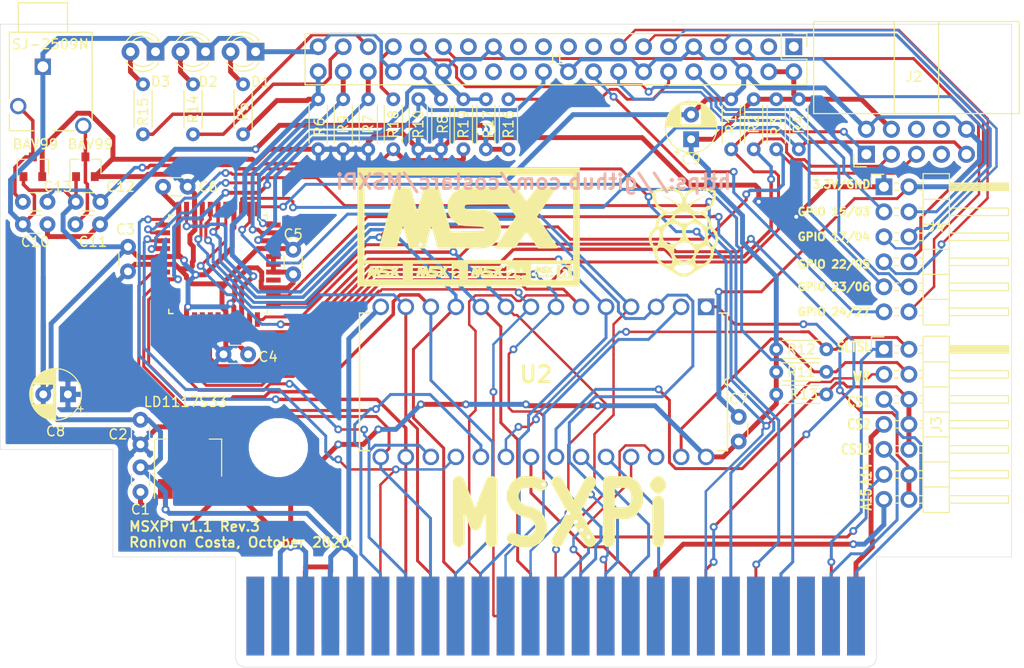
<source format=kicad_pcb>
(kicad_pcb (version 20171130) (host pcbnew "(5.1.5)-3")
  (layers (0 F.Cu signal) (31 B.Cu signal) (34 B.Paste user) (35 F.Paste user) (36 B.SilkS user) (37 F.SilkS user) (38 B.Mask user) (39 F.Mask user) (44 Edge.Cuts user))
  (net 0 "")
  (net 1 +5V)
  (net 2 +3V3)
  (net 3 "Net-(D1-Pad2)")
  (net 4 TDI)
  (net 5 TMS)
  (net 6 TDO)
  (net 7 TCK)
  (net 8 "Net-(P1-Pad44)")
  (net 9 A4)
  (net 10 A5)
  (net 11 A2)
  (net 12 A3)
  (net 13 A0)
  (net 14 A1)
  (net 15 A6)
  (net 16 A7)
  (net 17 A14)
  (net 18 D0)
  (net 19 D7)
  (net 20 D4)
  (net 21 D5)
  (net 22 D2)
  (net 23 D3)
  (net 24 D1)
  (net 25 GNDREF)
  (net 26 RD)
  (net 27 IORQ)
  (net 28 WAIT)
  (net 29 SPI_CS)
  (net 30 SPI_SCLK)
  (net 31 SPI_MOSI)
  (net 32 SPI_MISO)
  (net 33 SPI_RDY)
  (net 34 D6)
  (net 35 A13)
  (net 36 A8)
  (net 37 A12)
  (net 38 A10)
  (net 39 A11)
  (net 40 A15)
  (net 41 A9)
  (net 42 WR)
  (net 43 BUSDIR)
  (net 44 SLTSL)
  (net 45 ROM_A14)
  (net 46 CS12)
  (net 47 CS2)
  (net 48 CS1)
  (net 49 mem_ce)
  (net 50 mem_we)
  (net 51 mem_oe)
  (net 52 "Net-(D2-Pad2)")
  (net 53 "Net-(D3-Pad2)")
  (net 54 RPI_ON)
  (net 55 RPI_BUSY)
  (net 56 "Net-(C10-Pad2)")
  (net 57 "Net-(C11-Pad1)")
  (net 58 "Net-(C12-Pad2)")
  (net 59 "Net-(C13-Pad1)")
  (net 60 PWM1)
  (net 61 PWM0)
  (net 62 GPIO6)
  (net 63 GPIO5)
  (net 64 GPIO24)
  (net 65 GPIO23)
  (net 66 GPIO22)
  (net 67 GPIO27)
  (net 68 GPIO17)
  (net 69 GPIO15)
  (net 70 GPIO4)
  (net 71 GPIO3)
  (module MyFootprints:raspberry_pi_logo (layer F.Cu) (at 164.084 88.646)
    (fp_text reference G*** hide)
    (fp_text value LOGO hide)
  )
  (module MyFootprints:msx_msx2_msx+logo (layer F.Cu) (at 142.24 88.138)
    (fp_text reference G*** hide)
    (fp_text value LOGO hide)
  )
  (module LED_THT:LED_D3.0mm (layer F.Cu) (at 115.57 70.358 180)
    (fp_text reference D2 (at -0.254 -3.048) (layer F.SilkS))
    (fp_text value LED)
    (pad 2 thru_hole circle (at 2.54 0 180) (size 1.8 1.8) (drill 0.9) (layers *.Cu *.Mask) (net 52 "Net-(D2-Pad2)"))
    (pad 1 thru_hole rect (at 0 0 180) (size 1.8 1.8) (drill 0.9) (layers *.Cu *.Mask) (net 25 GNDREF))
  )
  (module Capacitor_THT:CP_Radial_D5.0mm_P2.50mm (layer F.Cu) (at 164.846 79.248 90)
    (fp_text reference C9 (at -2.032 0 180) (layer F.SilkS))
    (fp_text value 100uF)
    (pad 2 thru_hole circle (at 2.5 0 90) (size 1.6 1.6) (drill 0.8) (layers *.Cu *.Mask) (net 25 GNDREF))
    (pad 1 thru_hole rect (at 0 0 90) (size 1.6 1.6) (drill 0.8) (layers *.Cu *.Mask) (net 1 +5V))
  )
  (module Resistor_THT:R_Axial_DIN0204_L3.6mm_D1.6mm_P5.08mm_Horizontal (layer F.Cu) (at 129.54 75.184 270)
    (fp_text reference R9 (at 2.54 0 90) (layer F.SilkS))
    (fp_text value 10k)
    (pad 2 thru_hole oval (at 5.08 0 270) (size 1.4 1.4) (drill 0.7) (layers *.Cu *.Mask) (net 2 +3V3))
    (pad 1 thru_hole circle (at 0 0 270) (size 1.4 1.4) (drill 0.7) (layers *.Cu *.Mask) (net 30 SPI_SCLK))
  )
  (module Capacitor_THT:C_Disc_D3.0mm_W1.6mm_P2.50mm (layer F.Cu) (at 107.696 90.17 270)
    (fp_text reference C3 (at -1.778 0.254 180) (layer F.SilkS))
    (fp_text value 100nF)
    (pad 1 thru_hole circle (at 0 0 270) (size 1.6 1.6) (drill 0.8) (layers *.Cu *.Mask) (net 25 GNDREF))
    (pad 2 thru_hole circle (at 2.5 0 270) (size 1.6 1.6) (drill 0.8) (layers *.Cu *.Mask) (net 2 +3V3))
  )
  (module MyFootprints:card_edge_connector (layer F.Cu) (at 149.833456 124.523389)
    (fp_text reference P1 hide)
    (fp_text value MSX_CONNECTOR)
    (pad "" np_thru_hole circle (at -26.87574 -13.97) (size 4 4) (drill 4) (layers *.Cu *.Mask F.SilkS) (clearance 1))
    (pad 50 connect rect (at -29.22016 3.14744) (size 1.8 8) (layers F.Cu F.Mask))
    (pad 49 connect rect (at -29.22016 3.14744) (size 1.8 8) (layers B.Cu B.Mask))
    (pad 48 connect rect (at -26.68016 3.14744) (size 1.8 8) (layers F.Cu F.Mask))
    (pad 47 connect rect (at -26.68016 3.14744) (size 1.8 8) (layers B.Cu B.Mask) (net 1 +5V))
    (pad 46 connect rect (at -24.14016 3.14744) (size 1.8 8) (layers F.Cu F.Mask) (net 8 "Net-(P1-Pad44)"))
    (pad 45 connect rect (at -24.14016 3.14744) (size 1.8 8) (layers B.Cu B.Mask) (net 1 +5V))
    (pad 44 connect rect (at -21.60524 2.65468) (size 1.8 7) (layers F.Cu F.Mask) (net 8 "Net-(P1-Pad44)"))
    (pad 43 connect rect (at -21.60016 3.14744) (size 1.8 8) (layers B.Cu B.Mask) (net 25 GNDREF))
    (pad 42 connect rect (at -19.06016 3.14744) (size 1.8 8) (layers F.Cu F.Mask))
    (pad 41 connect rect (at -19.06016 3.14744) (size 1.8 8) (layers B.Cu B.Mask) (net 25 GNDREF))
    (pad 40 connect rect (at -16.52016 3.14744) (size 1.8 8) (layers F.Cu F.Mask) (net 34 D6))
    (pad 39 connect rect (at -16.52016 3.14744) (size 1.8 8) (layers B.Cu B.Mask) (net 19 D7))
    (pad 38 connect rect (at -13.98016 3.14744) (size 1.8 8) (layers F.Cu F.Mask) (net 20 D4))
    (pad 37 connect rect (at -13.98016 3.14744) (size 1.8 8) (layers B.Cu B.Mask) (net 21 D5))
    (pad 36 connect rect (at -11.44016 3.14744) (size 1.8 8) (layers F.Cu F.Mask) (net 22 D2))
    (pad 35 connect rect (at -11.44016 3.14744) (size 1.8 8) (layers B.Cu B.Mask) (net 23 D3))
    (pad 34 connect rect (at -8.90016 3.14744) (size 1.8 8) (layers F.Cu F.Mask) (net 18 D0))
    (pad 33 connect rect (at -8.90016 3.14744) (size 1.8 8) (layers B.Cu B.Mask) (net 24 D1))
    (pad 32 connect rect (at -6.36016 3.14744) (size 1.8 8) (layers F.Cu F.Mask) (net 9 A4))
    (pad 31 connect rect (at -6.36016 3.14744) (size 1.8 8) (layers B.Cu B.Mask) (net 10 A5))
    (pad 30 connect rect (at -3.82016 3.14744) (size 1.8 8) (layers F.Cu F.Mask) (net 11 A2))
    (pad 29 connect rect (at -3.82016 3.14744) (size 1.8 8) (layers B.Cu B.Mask) (net 12 A3))
    (pad 28 connect rect (at -1.28016 3.14744) (size 1.8 8) (layers F.Cu F.Mask) (net 13 A0))
    (pad 27 connect rect (at -1.28016 3.14744) (size 1.8 8) (layers B.Cu B.Mask) (net 14 A1))
    (pad 26 connect rect (at 1.25984 3.14744) (size 1.8 8) (layers F.Cu F.Mask) (net 35 A13))
    (pad 25 connect rect (at 1.25984 3.14744) (size 1.8 8) (layers B.Cu B.Mask) (net 17 A14))
    (pad 24 connect rect (at 3.79984 3.14744) (size 1.8 8) (layers F.Cu F.Mask) (net 36 A8))
    (pad 23 connect rect (at 3.79984 3.14744) (size 1.8 8) (layers B.Cu B.Mask) (net 37 A12))
    (pad 22 connect rect (at 6.33984 3.14744) (size 1.8 8) (layers F.Cu F.Mask) (net 15 A6))
    (pad 21 connect rect (at 6.33984 3.14744) (size 1.8 8) (layers B.Cu B.Mask) (net 16 A7))
    (pad 20 connect rect (at 8.87984 3.14744) (size 1.8 8) (layers F.Cu F.Mask) (net 38 A10))
    (pad 19 connect rect (at 8.87984 3.14744) (size 1.8 8) (layers B.Cu B.Mask) (net 39 A11))
    (pad 18 connect rect (at 11.41984 3.14744) (size 1.8 8) (layers F.Cu F.Mask) (net 40 A15))
    (pad 17 connect rect (at 11.41984 3.14744) (size 1.8 8) (layers B.Cu B.Mask) (net 41 A9))
    (pad 16 connect rect (at 13.95984 3.14744) (size 1.8 8) (layers F.Cu F.Mask))
    (pad 15 connect rect (at 13.95984 3.14744) (size 1.8 8) (layers B.Cu B.Mask))
    (pad 14 connect rect (at 16.49984 3.14744) (size 1.8 8) (layers F.Cu F.Mask) (net 26 RD))
    (pad 13 connect rect (at 16.49984 3.14744) (size 1.8 8) (layers B.Cu B.Mask) (net 42 WR))
    (pad 12 connect rect (at 19.03984 3.14744) (size 1.8 8) (layers F.Cu F.Mask))
    (pad 11 connect rect (at 19.03984 3.14744) (size 1.8 8) (layers B.Cu B.Mask) (net 27 IORQ))
    (pad 10 connect rect (at 21.57984 3.14744) (size 1.8 8) (layers F.Cu F.Mask) (net 43 BUSDIR))
    (pad 9 connect rect (at 21.57984 3.14744) (size 1.8 8) (layers B.Cu B.Mask))
    (pad 8 connect rect (at 24.11984 3.14744) (size 1.8 8) (layers F.Cu F.Mask))
    (pad 7 connect rect (at 24.11984 3.14744) (size 1.8 8) (layers B.Cu B.Mask) (net 28 WAIT))
    (pad 6 connect rect (at 26.65984 3.14744) (size 1.8 8) (layers F.Cu F.Mask))
    (pad 5 connect rect (at 26.65984 3.14744) (size 1.8 8) (layers B.Cu B.Mask))
    (pad 4 connect rect (at 29.19984 3.14744) (size 1.8 8) (layers F.Cu F.Mask) (net 44 SLTSL))
    (pad 3 connect rect (at 29.19984 3.14744) (size 1.8 8) (layers B.Cu B.Mask) (net 46 CS12))
    (pad 2 connect rect (at 31.73984 3.14744) (size 1.8 8) (layers F.Cu F.Mask) (net 47 CS2))
    (pad 1 connect rect (at 31.73984 3.14744) (size 1.8 8) (layers B.Cu B.Mask) (net 48 CS1))
    (pad "" np_thru_hole circle (at 29.12364 -9.323389) (size 4 4) (drill 4) (layers *.Cu *.Mask F.SilkS) (clearance 1))
  )
  (module Connector_PinHeader_2.54mm:PinHeader_2x06_P2.54mm_Horizontal (layer F.Cu) (at 184.404 84.074)
    (fp_text reference J4 (at 5.334 4.064) (layer F.SilkS))
    (fp_text value Conn_02x06_Odd_Even)
    (pad 12 thru_hole oval (at 2.54 12.7) (size 1.7 1.7) (drill 1) (layers *.Cu *.Mask) (net 67 GPIO27))
    (pad 11 thru_hole oval (at 0 12.7) (size 1.7 1.7) (drill 1) (layers *.Cu *.Mask) (net 64 GPIO24))
    (pad 10 thru_hole oval (at 2.54 10.16) (size 1.7 1.7) (drill 1) (layers *.Cu *.Mask) (net 62 GPIO6))
    (pad 9 thru_hole oval (at 0 10.16) (size 1.7 1.7) (drill 1) (layers *.Cu *.Mask) (net 65 GPIO23))
    (pad 8 thru_hole oval (at 2.54 7.62) (size 1.7 1.7) (drill 1) (layers *.Cu *.Mask) (net 63 GPIO5))
    (pad 7 thru_hole oval (at 0 7.62) (size 1.7 1.7) (drill 1) (layers *.Cu *.Mask) (net 66 GPIO22))
    (pad 6 thru_hole oval (at 2.54 5.08) (size 1.7 1.7) (drill 1) (layers *.Cu *.Mask) (net 70 GPIO4))
    (pad 5 thru_hole oval (at 0 5.08) (size 1.7 1.7) (drill 1) (layers *.Cu *.Mask) (net 68 GPIO17))
    (pad 4 thru_hole oval (at 2.54 2.54) (size 1.7 1.7) (drill 1) (layers *.Cu *.Mask) (net 71 GPIO3))
    (pad 3 thru_hole oval (at 0 2.54) (size 1.7 1.7) (drill 1) (layers *.Cu *.Mask) (net 69 GPIO15))
    (pad 2 thru_hole oval (at 2.54 0) (size 1.7 1.7) (drill 1) (layers *.Cu *.Mask) (net 25 GNDREF))
    (pad 1 thru_hole rect (at 0 0) (size 1.7 1.7) (drill 1) (layers *.Cu *.Mask) (net 2 +3V3))
  )
  (module Connector_IDC:IDC-Header_2x05_P2.54mm_Horizontal (layer F.Cu) (at 182.626 80.772 90)
    (fp_text reference J2 (at 7.874 4.826 180) (layer F.SilkS))
    (fp_text value JTAG)
    (pad 10 thru_hole oval (at 2.54 10.16 90) (size 1.7272 1.7272) (drill 1.016) (layers *.Cu *.Mask) (net 25 GNDREF))
    (pad 9 thru_hole oval (at 0 10.16 90) (size 1.7272 1.7272) (drill 1.016) (layers *.Cu *.Mask) (net 4 TDI))
    (pad 8 thru_hole oval (at 2.54 7.62 90) (size 1.7272 1.7272) (drill 1.016) (layers *.Cu *.Mask))
    (pad 7 thru_hole oval (at 0 7.62 90) (size 1.7272 1.7272) (drill 1.016) (layers *.Cu *.Mask))
    (pad 6 thru_hole oval (at 2.54 5.08 90) (size 1.7272 1.7272) (drill 1.016) (layers *.Cu *.Mask))
    (pad 5 thru_hole oval (at 0 5.08 90) (size 1.7272 1.7272) (drill 1.016) (layers *.Cu *.Mask) (net 5 TMS))
    (pad 4 thru_hole oval (at 2.54 2.54 90) (size 1.7272 1.7272) (drill 1.016) (layers *.Cu *.Mask) (net 1 +5V))
    (pad 3 thru_hole oval (at 0 2.54 90) (size 1.7272 1.7272) (drill 1.016) (layers *.Cu *.Mask) (net 6 TDO))
    (pad 2 thru_hole oval (at 2.54 0 90) (size 1.7272 1.7272) (drill 1.016) (layers *.Cu *.Mask) (net 25 GNDREF))
    (pad 1 thru_hole rect (at 0 0 90) (size 1.7272 1.7272) (drill 1.016) (layers *.Cu *.Mask) (net 7 TCK))
  )
  (module MyFootprints:CUI_SJ-2509N (layer F.Cu) (at 99.06 71.882 90)
    (fp_text reference J5 hide)
    (fp_text value SJ-2509N (at 2.286 0.762 180) (layer F.SilkS) (effects (font (size 1.000496 1.000496))))
    (pad None np_thru_hole circle (at -0.5 -2 90) (size 1.6 1.6) (drill 1.6) (layers *.Cu *.Mask))
    (pad None np_thru_hole circle (at -0.5 3 90) (size 1.6 1.6) (drill 1.6) (layers *.Cu *.Mask))
    (pad 2 thru_hole circle (at -4 -2.5 90) (size 1.65 1.65) (drill 1.1) (layers *.Cu *.Mask) (net 59 "Net-(C13-Pad1)"))
    (pad 3 thru_hole circle (at -6 4.1 90) (size 1.65 1.65) (drill 1.1) (layers *.Cu *.Mask) (net 57 "Net-(C11-Pad1)"))
    (pad 1 thru_hole rect (at 0 0 90) (size 1.65 1.65) (drill 1.1) (layers *.Cu *.Mask) (net 25 GNDREF))
  )
  (module Resistor_THT:R_Axial_DIN0204_L3.6mm_D1.6mm_P5.08mm_Horizontal (layer F.Cu) (at 141.732 80.264 90)
    (fp_text reference R19 (at 2.54 0 90) (layer F.SilkS))
    (fp_text value 150R)
    (pad 2 thru_hole oval (at 5.08 0 90) (size 1.4 1.4) (drill 0.7) (layers *.Cu *.Mask) (net 25 GNDREF))
    (pad 1 thru_hole circle (at 0 0 90) (size 1.4 1.4) (drill 0.7) (layers *.Cu *.Mask) (net 58 "Net-(C12-Pad2)"))
  )
  (module Resistor_THT:R_Axial_DIN0204_L3.6mm_D1.6mm_P5.08mm_Horizontal (layer F.Cu) (at 134.62 75.184 270)
    (fp_text reference R18 (at 2.54 0 90) (layer F.SilkS))
    (fp_text value 270R)
    (pad 2 thru_hole oval (at 5.08 0 270) (size 1.4 1.4) (drill 0.7) (layers *.Cu *.Mask) (net 58 "Net-(C12-Pad2)"))
    (pad 1 thru_hole circle (at 0 0 270) (size 1.4 1.4) (drill 0.7) (layers *.Cu *.Mask) (net 60 PWM1))
  )
  (module Resistor_THT:R_Axial_DIN0204_L3.6mm_D1.6mm_P5.08mm_Horizontal (layer F.Cu) (at 144.018 80.264 90)
    (fp_text reference R17 (at 2.54 0.254 90) (layer F.SilkS))
    (fp_text value 150R)
    (pad 2 thru_hole oval (at 5.08 0 90) (size 1.4 1.4) (drill 0.7) (layers *.Cu *.Mask) (net 25 GNDREF))
    (pad 1 thru_hole circle (at 0 0 90) (size 1.4 1.4) (drill 0.7) (layers *.Cu *.Mask) (net 56 "Net-(C10-Pad2)"))
  )
  (module Resistor_THT:R_Axial_DIN0204_L3.6mm_D1.6mm_P5.08mm_Horizontal (layer F.Cu) (at 146.304 75.184 270)
    (fp_text reference R16 (at 2.54 0 90) (layer F.SilkS))
    (fp_text value 270R)
    (pad 2 thru_hole oval (at 5.08 0 270) (size 1.4 1.4) (drill 0.7) (layers *.Cu *.Mask) (net 56 "Net-(C10-Pad2)"))
    (pad 1 thru_hole circle (at 0 0 270) (size 1.4 1.4) (drill 0.7) (layers *.Cu *.Mask) (net 61 PWM0))
  )
  (module Package_TO_SOT_SMD:SOT-23 (layer F.Cu) (at 98.044 82.042 90)
    (fp_text reference D5 hide)
    (fp_text value BAV99 (at 2.286 0.254 180) (layer F.SilkS))
    (pad 3 smd rect (at 1 0 90) (size 0.9 0.8) (layers F.Cu F.Paste F.Mask) (net 59 "Net-(C13-Pad1)"))
    (pad 2 smd rect (at -1 0.95 90) (size 0.9 0.8) (layers F.Cu F.Paste F.Mask) (net 2 +3V3))
    (pad 1 smd rect (at -1 -0.95 90) (size 0.9 0.8) (layers F.Cu F.Paste F.Mask) (net 25 GNDREF))
  )
  (module Package_TO_SOT_SMD:SOT-23 (layer F.Cu) (at 103.378 82.042 90)
    (fp_text reference D4 hide)
    (fp_text value BAV99 (at 2.286 0.508 180) (layer F.SilkS))
    (pad 3 smd rect (at 1 0 90) (size 0.9 0.8) (layers F.Cu F.Paste F.Mask) (net 57 "Net-(C11-Pad1)"))
    (pad 2 smd rect (at -1 0.95 90) (size 0.9 0.8) (layers F.Cu F.Paste F.Mask) (net 2 +3V3))
    (pad 1 smd rect (at -1 -0.95 90) (size 0.9 0.8) (layers F.Cu F.Paste F.Mask) (net 25 GNDREF))
  )
  (module Capacitor_THT:C_Disc_D3.0mm_W1.6mm_P2.50mm (layer F.Cu) (at 97.028 85.598)
    (fp_text reference C13 (at 3.556 -1.524) (layer F.SilkS))
    (fp_text value 10uF)
    (pad 2 thru_hole circle (at 2.5 0) (size 1.6 1.6) (drill 0.8) (layers *.Cu *.Mask) (net 58 "Net-(C12-Pad2)"))
    (pad 1 thru_hole circle (at 0 0) (size 1.6 1.6) (drill 0.8) (layers *.Cu *.Mask) (net 59 "Net-(C13-Pad1)"))
  )
  (module Capacitor_THT:C_Disc_D3.0mm_W1.6mm_P2.50mm (layer F.Cu) (at 102.402 85.598)
    (fp_text reference C12 (at 4.532 -1.524) (layer F.SilkS))
    (fp_text value 33nF)
    (pad 2 thru_hole circle (at 2.5 0) (size 1.6 1.6) (drill 0.8) (layers *.Cu *.Mask) (net 58 "Net-(C12-Pad2)"))
    (pad 1 thru_hole circle (at 0 0) (size 1.6 1.6) (drill 0.8) (layers *.Cu *.Mask) (net 25 GNDREF))
  )
  (module Capacitor_THT:C_Disc_D3.0mm_W1.6mm_P2.50mm (layer F.Cu) (at 102.362 87.884)
    (fp_text reference C11 (at 1.778 1.778) (layer F.SilkS))
    (fp_text value 10uF)
    (pad 2 thru_hole circle (at 2.5 0) (size 1.6 1.6) (drill 0.8) (layers *.Cu *.Mask) (net 56 "Net-(C10-Pad2)"))
    (pad 1 thru_hole circle (at 0 0) (size 1.6 1.6) (drill 0.8) (layers *.Cu *.Mask) (net 57 "Net-(C11-Pad1)"))
  )
  (module Capacitor_THT:C_Disc_D3.0mm_W1.6mm_P2.50mm (layer F.Cu) (at 97.028 87.884)
    (fp_text reference C10 (at 1.25 1.778) (layer F.SilkS))
    (fp_text value 33nF)
    (pad 2 thru_hole circle (at 2.5 0) (size 1.6 1.6) (drill 0.8) (layers *.Cu *.Mask) (net 56 "Net-(C10-Pad2)"))
    (pad 1 thru_hole circle (at 0 0) (size 1.6 1.6) (drill 0.8) (layers *.Cu *.Mask) (net 25 GNDREF))
  )
  (module Resistor_THT:R_Axial_DIN0204_L3.6mm_D1.6mm_P5.08mm_Horizontal (layer F.Cu) (at 109.22 73.66 270)
    (fp_text reference R15 (at 2.794 0 90) (layer F.SilkS))
    (fp_text value 270R)
    (pad 2 thru_hole oval (at 5.08 0 270) (size 1.4 1.4) (drill 0.7) (layers *.Cu *.Mask) (net 55 RPI_BUSY))
    (pad 1 thru_hole circle (at 0 0 270) (size 1.4 1.4) (drill 0.7) (layers *.Cu *.Mask) (net 53 "Net-(D3-Pad2)"))
  )
  (module Resistor_THT:R_Axial_DIN0204_L3.6mm_D1.6mm_P5.08mm_Horizontal (layer F.Cu) (at 114.3 73.66 270)
    (fp_text reference R14 (at 2.54 0 90) (layer F.SilkS))
    (fp_text value 270R)
    (pad 2 thru_hole oval (at 5.08 0 270) (size 1.4 1.4) (drill 0.7) (layers *.Cu *.Mask) (net 54 RPI_ON))
    (pad 1 thru_hole circle (at 0 0 270) (size 1.4 1.4) (drill 0.7) (layers *.Cu *.Mask) (net 52 "Net-(D2-Pad2)"))
  )
  (module LED_THT:LED_D3.0mm (layer F.Cu) (at 110.49 70.358 180)
    (fp_text reference D3 (at -0.508 -3.048) (layer F.SilkS))
    (fp_text value LED)
    (pad 2 thru_hole circle (at 2.54 0 180) (size 1.8 1.8) (drill 0.9) (layers *.Cu *.Mask) (net 53 "Net-(D3-Pad2)"))
    (pad 1 thru_hole rect (at 0 0 180) (size 1.8 1.8) (drill 0.9) (layers *.Cu *.Mask) (net 25 GNDREF))
  )
  (module MyFootprints:DIP254P1524X482-28 (layer F.Cu) (at 133.35 111.506 270)
    (fp_text reference U2 (at -8.382 -15.748 180) (layer F.SilkS) (effects (font (size 1.64163 1.64163) (thickness 0.3))))
    (fp_text value AT28C256-15PU)
    (pad 28 thru_hole circle (at 0 -33.02 270) (size 1.6764 1.6764) (drill 1.1176) (layers *.Cu *.Mask) (net 1 +5V))
    (pad 27 thru_hole circle (at 0 -30.48 270) (size 1.6764 1.6764) (drill 1.1176) (layers *.Cu *.Mask) (net 50 mem_we))
    (pad 26 thru_hole circle (at 0 -27.94 270) (size 1.6764 1.6764) (drill 1.1176) (layers *.Cu *.Mask) (net 35 A13))
    (pad 25 thru_hole circle (at 0 -25.4 270) (size 1.6764 1.6764) (drill 1.1176) (layers *.Cu *.Mask) (net 36 A8))
    (pad 24 thru_hole circle (at 0 -22.86 270) (size 1.6764 1.6764) (drill 1.1176) (layers *.Cu *.Mask) (net 41 A9))
    (pad 23 thru_hole circle (at 0 -20.32 270) (size 1.6764 1.6764) (drill 1.1176) (layers *.Cu *.Mask) (net 39 A11))
    (pad 22 thru_hole circle (at 0 -17.78 270) (size 1.6764 1.6764) (drill 1.1176) (layers *.Cu *.Mask) (net 51 mem_oe))
    (pad 21 thru_hole circle (at 0 -15.24 270) (size 1.6764 1.6764) (drill 1.1176) (layers *.Cu *.Mask) (net 38 A10))
    (pad 20 thru_hole circle (at 0 -12.7 270) (size 1.6764 1.6764) (drill 1.1176) (layers *.Cu *.Mask) (net 49 mem_ce))
    (pad 19 thru_hole circle (at 0 -10.16 270) (size 1.6764 1.6764) (drill 1.1176) (layers *.Cu *.Mask) (net 19 D7))
    (pad 18 thru_hole circle (at 0 -7.62 270) (size 1.6764 1.6764) (drill 1.1176) (layers *.Cu *.Mask) (net 34 D6))
    (pad 17 thru_hole circle (at 0 -5.08 270) (size 1.6764 1.6764) (drill 1.1176) (layers *.Cu *.Mask) (net 21 D5))
    (pad 16 thru_hole circle (at 0 -2.54 270) (size 1.6764 1.6764) (drill 1.1176) (layers *.Cu *.Mask) (net 20 D4))
    (pad 15 thru_hole circle (at 0 0 270) (size 1.6764 1.6764) (drill 1.1176) (layers *.Cu *.Mask) (net 23 D3))
    (pad 14 thru_hole circle (at -15.24 0 270) (size 1.6764 1.6764) (drill 1.1176) (layers *.Cu *.Mask) (net 25 GNDREF))
    (pad 13 thru_hole circle (at -15.24 -2.54 270) (size 1.6764 1.6764) (drill 1.1176) (layers *.Cu *.Mask) (net 22 D2))
    (pad 12 thru_hole circle (at -15.24 -5.08 270) (size 1.6764 1.6764) (drill 1.1176) (layers *.Cu *.Mask) (net 24 D1))
    (pad 11 thru_hole circle (at -15.24 -7.62 270) (size 1.6764 1.6764) (drill 1.1176) (layers *.Cu *.Mask) (net 18 D0))
    (pad 10 thru_hole circle (at -15.24 -10.16 270) (size 1.6764 1.6764) (drill 1.1176) (layers *.Cu *.Mask) (net 13 A0))
    (pad 9 thru_hole circle (at -15.24 -12.7 270) (size 1.6764 1.6764) (drill 1.1176) (layers *.Cu *.Mask) (net 14 A1))
    (pad 8 thru_hole circle (at -15.24 -15.24 270) (size 1.6764 1.6764) (drill 1.1176) (layers *.Cu *.Mask) (net 11 A2))
    (pad 7 thru_hole circle (at -15.24 -17.78 270) (size 1.6764 1.6764) (drill 1.1176) (layers *.Cu *.Mask) (net 12 A3))
    (pad 6 thru_hole circle (at -15.24 -20.32 270) (size 1.6764 1.6764) (drill 1.1176) (layers *.Cu *.Mask) (net 9 A4))
    (pad 5 thru_hole circle (at -15.24 -22.86 270) (size 1.6764 1.6764) (drill 1.1176) (layers *.Cu *.Mask) (net 10 A5))
    (pad 4 thru_hole circle (at -15.24 -25.4 270) (size 1.6764 1.6764) (drill 1.1176) (layers *.Cu *.Mask) (net 15 A6))
    (pad 3 thru_hole circle (at -15.24 -27.94 270) (size 1.6764 1.6764) (drill 1.1176) (layers *.Cu *.Mask) (net 16 A7))
    (pad 2 thru_hole circle (at -15.24 -30.48 270) (size 1.6764 1.6764) (drill 1.1176) (layers *.Cu *.Mask) (net 37 A12))
    (pad 1 thru_hole rect (at -15.24 -33.02 270) (size 1.6764 1.6764) (drill 1.1176) (layers *.Cu *.Mask) (net 45 ROM_A14))
  )
  (module Resistor_THT:R_Axial_DIN0204_L3.6mm_D1.6mm_P5.08mm_Horizontal (layer F.Cu) (at 178.562 105.156 180)
    (fp_text reference R13 (at 2.286 0) (layer F.SilkS))
    (fp_text value 10k)
    (pad 2 thru_hole oval (at 5.08 0 180) (size 1.4 1.4) (drill 0.7) (layers *.Cu *.Mask) (net 1 +5V))
    (pad 1 thru_hole circle (at 0 0 180) (size 1.4 1.4) (drill 0.7) (layers *.Cu *.Mask) (net 51 mem_oe))
  )
  (module Resistor_THT:R_Axial_DIN0204_L3.6mm_D1.6mm_P5.08mm_Horizontal (layer F.Cu) (at 178.562 100.584 180)
    (fp_text reference R12 (at 2.54 0) (layer F.SilkS))
    (fp_text value 10k)
    (pad 2 thru_hole oval (at 5.08 0 180) (size 1.4 1.4) (drill 0.7) (layers *.Cu *.Mask) (net 1 +5V))
    (pad 1 thru_hole circle (at 0 0 180) (size 1.4 1.4) (drill 0.7) (layers *.Cu *.Mask) (net 49 mem_ce))
  )
  (module Resistor_THT:R_Axial_DIN0204_L3.6mm_D1.6mm_P5.08mm_Horizontal (layer F.Cu) (at 178.562 102.87 180)
    (fp_text reference R11 (at 2.54 0) (layer F.SilkS))
    (fp_text value 10k)
    (pad 2 thru_hole oval (at 5.08 0 180) (size 1.4 1.4) (drill 0.7) (layers *.Cu *.Mask) (net 1 +5V))
    (pad 1 thru_hole circle (at 0 0 180) (size 1.4 1.4) (drill 0.7) (layers *.Cu *.Mask) (net 50 mem_we))
  )
  (module Connector_PinHeader_2.54mm:PinHeader_2x07_P2.54mm_Horizontal (layer F.Cu) (at 184.404 100.584)
    (fp_text reference J3 (at 5.334 7.62 90) (layer F.SilkS))
    (fp_text value Conn_02x07_Odd_Even)
    (pad 14 thru_hole oval (at 2.54 15.24) (size 1.7 1.7) (drill 1) (layers *.Cu *.Mask) (net 45 ROM_A14))
    (pad 13 thru_hole oval (at 0 15.24) (size 1.7 1.7) (drill 1) (layers *.Cu *.Mask) (net 40 A15))
    (pad 12 thru_hole oval (at 2.54 12.7) (size 1.7 1.7) (drill 1) (layers *.Cu *.Mask) (net 45 ROM_A14))
    (pad 11 thru_hole oval (at 0 12.7) (size 1.7 1.7) (drill 1) (layers *.Cu *.Mask) (net 17 A14))
    (pad 10 thru_hole oval (at 2.54 10.16) (size 1.7 1.7) (drill 1) (layers *.Cu *.Mask) (net 51 mem_oe))
    (pad 9 thru_hole oval (at 0 10.16) (size 1.7 1.7) (drill 1) (layers *.Cu *.Mask) (net 46 CS12))
    (pad 8 thru_hole oval (at 2.54 7.62) (size 1.7 1.7) (drill 1) (layers *.Cu *.Mask) (net 51 mem_oe))
    (pad 7 thru_hole oval (at 0 7.62) (size 1.7 1.7) (drill 1) (layers *.Cu *.Mask) (net 47 CS2))
    (pad 6 thru_hole oval (at 2.54 5.08) (size 1.7 1.7) (drill 1) (layers *.Cu *.Mask) (net 51 mem_oe))
    (pad 5 thru_hole oval (at 0 5.08) (size 1.7 1.7) (drill 1) (layers *.Cu *.Mask) (net 48 CS1))
    (pad 4 thru_hole oval (at 2.54 2.54) (size 1.7 1.7) (drill 1) (layers *.Cu *.Mask) (net 50 mem_we))
    (pad 3 thru_hole oval (at 0 2.54) (size 1.7 1.7) (drill 1) (layers *.Cu *.Mask) (net 42 WR))
    (pad 2 thru_hole oval (at 2.54 0) (size 1.7 1.7) (drill 1) (layers *.Cu *.Mask) (net 49 mem_ce))
    (pad 1 thru_hole rect (at 0 0) (size 1.7 1.7) (drill 1) (layers *.Cu *.Mask) (net 44 SLTSL))
  )
  (module Resistor_THT:R_Axial_DIN0204_L3.6mm_D1.6mm_P5.08mm_Horizontal (layer F.Cu) (at 175.768 80.264 90)
    (fp_text reference R4 (at 2.54 0 90) (layer F.SilkS))
    (fp_text value 1k)
    (pad 2 thru_hole oval (at 5.08 0 90) (size 1.4 1.4) (drill 0.7) (layers *.Cu *.Mask) (net 1 +5V))
    (pad 1 thru_hole circle (at 0 0 90) (size 1.4 1.4) (drill 0.7) (layers *.Cu *.Mask) (net 4 TDI))
  )
  (module Connector_PinHeader_2.54mm:PinHeader_2x20_P2.54mm_Vertical (layer F.Cu) (at 175.26 69.85 270)
    (fp_text reference J1 (at 1.27 24.13 180) (layer F.SilkS))
    (fp_text value "J1 - Raspberry_Pi_Zero_2_3")
    (pad 40 thru_hole oval (at 2.54 48.26 270) (size 1.7 1.7) (drill 1) (layers *.Cu *.Mask) (net 29 SPI_CS))
    (pad 39 thru_hole oval (at 0 48.26 270) (size 1.7 1.7) (drill 1) (layers *.Cu *.Mask) (net 25 GNDREF))
    (pad 38 thru_hole oval (at 2.54 45.72 270) (size 1.7 1.7) (drill 1) (layers *.Cu *.Mask) (net 30 SPI_SCLK))
    (pad 37 thru_hole oval (at 0 45.72 270) (size 1.7 1.7) (drill 1) (layers *.Cu *.Mask) (net 54 RPI_ON))
    (pad 36 thru_hole oval (at 2.54 43.18 270) (size 1.7 1.7) (drill 1) (layers *.Cu *.Mask) (net 31 SPI_MOSI))
    (pad 35 thru_hole oval (at 0 43.18 270) (size 1.7 1.7) (drill 1) (layers *.Cu *.Mask) (net 55 RPI_BUSY))
    (pad 34 thru_hole oval (at 2.54 40.64 270) (size 1.7 1.7) (drill 1) (layers *.Cu *.Mask) (net 25 GNDREF))
    (pad 33 thru_hole oval (at 0 40.64 270) (size 1.7 1.7) (drill 1) (layers *.Cu *.Mask) (net 60 PWM1))
    (pad 32 thru_hole oval (at 2.54 38.1 270) (size 1.7 1.7) (drill 1) (layers *.Cu *.Mask) (net 32 SPI_MISO))
    (pad 31 thru_hole oval (at 0 38.1 270) (size 1.7 1.7) (drill 1) (layers *.Cu *.Mask) (net 62 GPIO6))
    (pad 30 thru_hole oval (at 2.54 35.56 270) (size 1.7 1.7) (drill 1) (layers *.Cu *.Mask) (net 25 GNDREF))
    (pad 29 thru_hole oval (at 0 35.56 270) (size 1.7 1.7) (drill 1) (layers *.Cu *.Mask) (net 63 GPIO5))
    (pad 28 thru_hole oval (at 2.54 33.02 270) (size 1.7 1.7) (drill 1) (layers *.Cu *.Mask))
    (pad 27 thru_hole oval (at 0 33.02 270) (size 1.7 1.7) (drill 1) (layers *.Cu *.Mask))
    (pad 26 thru_hole oval (at 2.54 30.48 270) (size 1.7 1.7) (drill 1) (layers *.Cu *.Mask))
    (pad 25 thru_hole oval (at 0 30.48 270) (size 1.7 1.7) (drill 1) (layers *.Cu *.Mask) (net 25 GNDREF))
    (pad 24 thru_hole oval (at 2.54 27.94 270) (size 1.7 1.7) (drill 1) (layers *.Cu *.Mask))
    (pad 23 thru_hole oval (at 0 27.94 270) (size 1.7 1.7) (drill 1) (layers *.Cu *.Mask))
    (pad 22 thru_hole oval (at 2.54 25.4 270) (size 1.7 1.7) (drill 1) (layers *.Cu *.Mask) (net 33 SPI_RDY))
    (pad 21 thru_hole oval (at 0 25.4 270) (size 1.7 1.7) (drill 1) (layers *.Cu *.Mask))
    (pad 20 thru_hole oval (at 2.54 22.86 270) (size 1.7 1.7) (drill 1) (layers *.Cu *.Mask) (net 25 GNDREF))
    (pad 19 thru_hole oval (at 0 22.86 270) (size 1.7 1.7) (drill 1) (layers *.Cu *.Mask))
    (pad 18 thru_hole oval (at 2.54 20.32 270) (size 1.7 1.7) (drill 1) (layers *.Cu *.Mask) (net 64 GPIO24))
    (pad 17 thru_hole oval (at 0 20.32 270) (size 1.7 1.7) (drill 1) (layers *.Cu *.Mask))
    (pad 16 thru_hole oval (at 2.54 17.78 270) (size 1.7 1.7) (drill 1) (layers *.Cu *.Mask) (net 65 GPIO23))
    (pad 15 thru_hole oval (at 0 17.78 270) (size 1.7 1.7) (drill 1) (layers *.Cu *.Mask) (net 66 GPIO22))
    (pad 14 thru_hole oval (at 2.54 15.24 270) (size 1.7 1.7) (drill 1) (layers *.Cu *.Mask) (net 25 GNDREF))
    (pad 13 thru_hole oval (at 0 15.24 270) (size 1.7 1.7) (drill 1) (layers *.Cu *.Mask) (net 67 GPIO27))
    (pad 12 thru_hole oval (at 2.54 12.7 270) (size 1.7 1.7) (drill 1) (layers *.Cu *.Mask) (net 61 PWM0))
    (pad 11 thru_hole oval (at 0 12.7 270) (size 1.7 1.7) (drill 1) (layers *.Cu *.Mask) (net 68 GPIO17))
    (pad 10 thru_hole oval (at 2.54 10.16 270) (size 1.7 1.7) (drill 1) (layers *.Cu *.Mask) (net 69 GPIO15))
    (pad 9 thru_hole oval (at 0 10.16 270) (size 1.7 1.7) (drill 1) (layers *.Cu *.Mask) (net 25 GNDREF))
    (pad 8 thru_hole oval (at 2.54 7.62 270) (size 1.7 1.7) (drill 1) (layers *.Cu *.Mask))
    (pad 7 thru_hole oval (at 0 7.62 270) (size 1.7 1.7) (drill 1) (layers *.Cu *.Mask) (net 70 GPIO4))
    (pad 6 thru_hole oval (at 2.54 5.08 270) (size 1.7 1.7) (drill 1) (layers *.Cu *.Mask) (net 25 GNDREF))
    (pad 5 thru_hole oval (at 0 5.08 270) (size 1.7 1.7) (drill 1) (layers *.Cu *.Mask) (net 71 GPIO3))
    (pad 4 thru_hole oval (at 2.54 2.54 270) (size 1.7 1.7) (drill 1) (layers *.Cu *.Mask) (net 1 +5V))
    (pad 3 thru_hole oval (at 0 2.54 270) (size 1.7 1.7) (drill 1) (layers *.Cu *.Mask))
    (pad 2 thru_hole oval (at 2.54 0 270) (size 1.7 1.7) (drill 1) (layers *.Cu *.Mask) (net 1 +5V))
    (pad 1 thru_hole rect (at 0 0 270) (size 1.7 1.7) (drill 1) (layers *.Cu *.Mask))
  )
  (module Capacitor_THT:CP_Radial_D5.0mm_P2.50mm (layer F.Cu) (at 101.6 105.156 180)
    (fp_text reference C8 (at 1.25 -3.75) (layer F.SilkS))
    (fp_text value 100uF)
    (pad 2 thru_hole circle (at 2.5 0 180) (size 1.6 1.6) (drill 0.8) (layers *.Cu *.Mask) (net 25 GNDREF))
    (pad 1 thru_hole rect (at 0 0 180) (size 1.6 1.6) (drill 0.8) (layers *.Cu *.Mask) (net 2 +3V3))
  )
  (module Resistor_THT:R_Axial_DIN0204_L3.6mm_D1.6mm_P5.08mm_Horizontal (layer F.Cu) (at 119.38 73.66 270)
    (fp_text reference R5 (at 2.794 0 90) (layer F.SilkS))
    (fp_text value 270R)
    (pad 2 thru_hole oval (at 5.08 0 270) (size 1.4 1.4) (drill 0.7) (layers *.Cu *.Mask) (net 29 SPI_CS))
    (pad 1 thru_hole circle (at 0 0 270) (size 1.4 1.4) (drill 0.7) (layers *.Cu *.Mask) (net 3 "Net-(D1-Pad2)"))
  )
  (module Resistor_THT:R_Axial_DIN0204_L3.6mm_D1.6mm_P5.08mm_Horizontal (layer F.Cu) (at 173.482 80.264 90)
    (fp_text reference R3 (at 2.286 0 90) (layer F.SilkS))
    (fp_text value 1k)
    (pad 2 thru_hole oval (at 5.08 0 90) (size 1.4 1.4) (drill 0.7) (layers *.Cu *.Mask) (net 1 +5V))
    (pad 1 thru_hole circle (at 0 0 90) (size 1.4 1.4) (drill 0.7) (layers *.Cu *.Mask) (net 5 TMS))
  )
  (module Resistor_THT:R_Axial_DIN0204_L3.6mm_D1.6mm_P5.08mm_Horizontal (layer F.Cu) (at 171.196 80.264 90)
    (fp_text reference R2 (at 2.54 0 90) (layer F.SilkS))
    (fp_text value 1k)
    (pad 2 thru_hole oval (at 5.08 0 90) (size 1.4 1.4) (drill 0.7) (layers *.Cu *.Mask) (net 1 +5V))
    (pad 1 thru_hole circle (at 0 0 90) (size 1.4 1.4) (drill 0.7) (layers *.Cu *.Mask) (net 6 TDO))
  )
  (module Resistor_THT:R_Axial_DIN0204_L3.6mm_D1.6mm_P5.08mm_Horizontal (layer F.Cu) (at 168.91 75.184 270)
    (fp_text reference R1 (at 2.54 0 90) (layer F.SilkS))
    (fp_text value 1k)
    (pad 2 thru_hole oval (at 5.08 0 270) (size 1.4 1.4) (drill 0.7) (layers *.Cu *.Mask) (net 7 TCK))
    (pad 1 thru_hole circle (at 0 0 270) (size 1.4 1.4) (drill 0.7) (layers *.Cu *.Mask) (net 25 GNDREF))
  )
  (module Package_TO_SOT_SMD:SOT-223-3_TabPin2 (layer F.Cu) (at 113.792 111.608 90)
    (fp_text reference LD1117S33 (at 5.69 -0.254 180) (layer F.SilkS))
    (fp_text value LD1117S33TR_SOT223)
    (pad 1 smd rect (at -3.15 -2.3 90) (size 2 1.5) (layers F.Cu F.Paste F.Mask) (net 25 GNDREF))
    (pad 3 smd rect (at -3.15 2.3 90) (size 2 1.5) (layers F.Cu F.Paste F.Mask) (net 1 +5V))
    (pad 2 smd rect (at -3.15 0 90) (size 2 1.5) (layers F.Cu F.Paste F.Mask) (net 2 +3V3))
    (pad 2 smd rect (at 3.15 0 90) (size 2 3.8) (layers F.Cu F.Paste F.Mask) (net 2 +3V3))
  )
  (module LED_THT:LED_D3.0mm (layer F.Cu) (at 120.65 70.358 180)
    (fp_text reference D1 (at -0.508 -3.048) (layer F.SilkS))
    (fp_text value LED)
    (pad 1 thru_hole rect (at 0 0 180) (size 1.8 1.8) (drill 0.9) (layers *.Cu *.Mask) (net 25 GNDREF))
    (pad 2 thru_hole circle (at 2.54 0 180) (size 1.8 1.8) (drill 0.9) (layers *.Cu *.Mask) (net 3 "Net-(D1-Pad2)"))
  )
  (module Capacitor_THT:C_Disc_D3.0mm_W1.6mm_P2.50mm (layer F.Cu) (at 108.966 107.736 270)
    (fp_text reference C2 (at 1.484 2.286 180) (layer F.SilkS))
    (fp_text value 100nF)
    (pad 2 thru_hole circle (at 2.5 0 270) (size 1.6 1.6) (drill 0.8) (layers *.Cu *.Mask) (net 2 +3V3))
    (pad 1 thru_hole circle (at 0 0 270) (size 1.6 1.6) (drill 0.8) (layers *.Cu *.Mask) (net 25 GNDREF))
  )
  (module Capacitor_THT:C_Disc_D3.0mm_W1.6mm_P2.50mm (layer F.Cu) (at 108.966 115.062 90)
    (fp_text reference C1 (at -1.778 0) (layer F.SilkS))
    (fp_text value 100nF)
    (pad 2 thru_hole circle (at 2.5 0 90) (size 1.6 1.6) (drill 0.8) (layers *.Cu *.Mask) (net 25 GNDREF))
    (pad 1 thru_hole circle (at 0 0 90) (size 1.6 1.6) (drill 0.8) (layers *.Cu *.Mask) (net 1 +5V))
  )
  (module Capacitor_THT:C_Disc_D3.0mm_W1.6mm_P2.50mm (layer F.Cu) (at 119.888 101.092 180)
    (fp_text reference C4 (at -2.032 -0.254) (layer F.SilkS))
    (fp_text value 100nF)
    (pad 2 thru_hole circle (at 2.5 0 180) (size 1.6 1.6) (drill 0.8) (layers *.Cu *.Mask) (net 2 +3V3))
    (pad 1 thru_hole circle (at 0 0 180) (size 1.6 1.6) (drill 0.8) (layers *.Cu *.Mask) (net 25 GNDREF))
  )
  (module Capacitor_THT:C_Disc_D3.0mm_W1.6mm_P2.50mm (layer F.Cu) (at 124.46 92.964 90)
    (fp_text reference C5 (at 4.064 0 180) (layer F.SilkS))
    (fp_text value 100nF)
    (pad 1 thru_hole circle (at 0 0 90) (size 1.6 1.6) (drill 0.8) (layers *.Cu *.Mask) (net 25 GNDREF))
    (pad 2 thru_hole circle (at 2.5 0 90) (size 1.6 1.6) (drill 0.8) (layers *.Cu *.Mask) (net 2 +3V3))
  )
  (module Capacitor_THT:C_Disc_D3.0mm_W1.6mm_P2.50mm (layer F.Cu) (at 111.252 84.074)
    (fp_text reference C6 (at 4.572 0) (layer F.SilkS))
    (fp_text value 100nF)
    (pad 2 thru_hole circle (at 2.5 0) (size 1.6 1.6) (drill 0.8) (layers *.Cu *.Mask) (net 2 +3V3))
    (pad 1 thru_hole circle (at 0 0) (size 1.6 1.6) (drill 0.8) (layers *.Cu *.Mask) (net 25 GNDREF))
  )
  (module Capacitor_THT:C_Disc_D3.0mm_W1.6mm_P2.50mm (layer F.Cu) (at 169.672 107.442 270)
    (fp_text reference C7 (at -1.818 0 180) (layer F.SilkS))
    (fp_text value 100nF)
    (pad 1 thru_hole circle (at 0 0 270) (size 1.6 1.6) (drill 0.8) (layers *.Cu *.Mask) (net 25 GNDREF))
    (pad 2 thru_hole circle (at 2.5 0 270) (size 1.6 1.6) (drill 0.8) (layers *.Cu *.Mask) (net 1 +5V))
  )
  (module Resistor_THT:R_Axial_DIN0204_L3.6mm_D1.6mm_P5.08mm_Horizontal (layer F.Cu) (at 127 75.184 270)
    (fp_text reference R6 (at 2.794 -0.13 90) (layer F.SilkS))
    (fp_text value 10K)
    (pad 1 thru_hole circle (at 0 0 270) (size 1.4 1.4) (drill 0.7) (layers *.Cu *.Mask) (net 29 SPI_CS))
    (pad 2 thru_hole oval (at 5.08 0 270) (size 1.4 1.4) (drill 0.7) (layers *.Cu *.Mask) (net 2 +3V3))
  )
  (module Resistor_THT:R_Axial_DIN0204_L3.6mm_D1.6mm_P5.08mm_Horizontal (layer F.Cu) (at 132.08 75.184 270)
    (fp_text reference R7 (at 2.54 0 90) (layer F.SilkS))
    (fp_text value 10K)
    (pad 2 thru_hole oval (at 5.08 0 270) (size 1.4 1.4) (drill 0.7) (layers *.Cu *.Mask) (net 2 +3V3))
    (pad 1 thru_hole circle (at 0 0 270) (size 1.4 1.4) (drill 0.7) (layers *.Cu *.Mask) (net 31 SPI_MOSI))
  )
  (module Resistor_THT:R_Axial_DIN0204_L3.6mm_D1.6mm_P5.08mm_Horizontal (layer F.Cu) (at 139.446 75.184 270)
    (fp_text reference R8 (at 2.54 -0.2 90) (layer F.SilkS))
    (fp_text value 10k)
    (pad 1 thru_hole circle (at 0 0 270) (size 1.4 1.4) (drill 0.7) (layers *.Cu *.Mask) (net 32 SPI_MISO))
    (pad 2 thru_hole oval (at 5.08 0 270) (size 1.4 1.4) (drill 0.7) (layers *.Cu *.Mask) (net 2 +3V3))
  )
  (module Resistor_THT:R_Axial_DIN0204_L3.6mm_D1.6mm_P5.08mm_Horizontal (layer F.Cu) (at 137.16 75.184 270)
    (fp_text reference R10 (at 2.54 0 90) (layer F.SilkS))
    (fp_text value 10k)
    (pad 1 thru_hole circle (at 0 0 270) (size 1.4 1.4) (drill 0.7) (layers *.Cu *.Mask) (net 33 SPI_RDY))
    (pad 2 thru_hole oval (at 5.08 0 270) (size 1.4 1.4) (drill 0.7) (layers *.Cu *.Mask) (net 2 +3V3))
  )
  (module MyFootprints:QFP80P1200X1200X120-44N (layer F.Cu) (at 116.84 91.948 270)
    (fp_text reference U1 (at 0.610275 -8.035295 90) (layer F.SilkS) (effects (font (size 1.641819 1.641819) (thickness 0.015))))
    (fp_text value EPM3064ATC44-10N)
    (pad 1 smd rect (at -5.6134 -3.9878 270) (size 1.4732 0.508) (layers F.Cu F.Paste F.Mask) (net 4 TDI))
    (pad 2 smd rect (at -5.6134 -3.2004 270) (size 1.4732 0.508) (layers F.Cu F.Paste F.Mask) (net 15 A6))
    (pad 3 smd rect (at -5.6134 -2.3876 270) (size 1.4732 0.508) (layers F.Cu F.Paste F.Mask) (net 28 WAIT))
    (pad 4 smd rect (at -5.6134 -1.6002 270) (size 1.4732 0.508) (layers F.Cu F.Paste F.Mask) (net 25 GNDREF))
    (pad 5 smd rect (at -5.6134 -0.7874 270) (size 1.4732 0.508) (layers F.Cu F.Paste F.Mask) (net 26 RD))
    (pad 6 smd rect (at -5.6134 0 270) (size 1.4732 0.508) (layers F.Cu F.Paste F.Mask) (net 18 D0))
    (pad 7 smd rect (at -5.6134 0.7874 270) (size 1.4732 0.508) (layers F.Cu F.Paste F.Mask) (net 5 TMS))
    (pad 8 smd rect (at -5.6134 1.6002 270) (size 1.4732 0.508) (layers F.Cu F.Paste F.Mask) (net 22 D2))
    (pad 9 smd rect (at -5.6134 2.3876 270) (size 1.4732 0.508) (layers F.Cu F.Paste F.Mask) (net 2 +3V3))
    (pad 10 smd rect (at -5.6134 3.2004 270) (size 1.4732 0.508) (layers F.Cu F.Paste F.Mask) (net 16 A7))
    (pad 11 smd rect (at -5.6134 3.9878 270) (size 1.4732 0.508) (layers F.Cu F.Paste F.Mask) (net 25 GNDREF))
    (pad 12 smd rect (at -3.9878 5.6134 270) (size 0.508 1.4732) (layers F.Cu F.Paste F.Mask) (net 20 D4))
    (pad 13 smd rect (at -3.2004 5.6134 270) (size 0.508 1.4732) (layers F.Cu F.Paste F.Mask) (net 42 WR))
    (pad 14 smd rect (at -2.3876 5.6134 270) (size 0.508 1.4732) (layers F.Cu F.Paste F.Mask) (net 34 D6))
    (pad 15 smd rect (at -1.6002 5.6134 270) (size 0.508 1.4732) (layers F.Cu F.Paste F.Mask) (net 27 IORQ))
    (pad 16 smd rect (at -0.7874 5.6134 270) (size 0.508 1.4732) (layers F.Cu F.Paste F.Mask) (net 25 GNDREF))
    (pad 17 smd rect (at 0 5.6134 270) (size 0.508 1.4732) (layers F.Cu F.Paste F.Mask) (net 2 +3V3))
    (pad 18 smd rect (at 0.7874 5.6134 270) (size 0.508 1.4732) (layers F.Cu F.Paste F.Mask) (net 23 D3))
    (pad 19 smd rect (at 1.6002 5.6134 270) (size 0.508 1.4732) (layers F.Cu F.Paste F.Mask) (net 32 SPI_MISO))
    (pad 20 smd rect (at 2.3876 5.6134 270) (size 0.508 1.4732) (layers F.Cu F.Paste F.Mask) (net 19 D7))
    (pad 21 smd rect (at 3.2004 5.6134 270) (size 0.508 1.4732) (layers F.Cu F.Paste F.Mask) (net 24 D1))
    (pad 22 smd rect (at 3.9878 5.6134 270) (size 0.508 1.4732) (layers F.Cu F.Paste F.Mask) (net 21 D5))
    (pad 23 smd rect (at 5.6134 3.9878 270) (size 1.4732 0.508) (layers F.Cu F.Paste F.Mask) (net 11 A2))
    (pad 24 smd rect (at 5.6134 3.2004 270) (size 1.4732 0.508) (layers F.Cu F.Paste F.Mask) (net 25 GNDREF))
    (pad 25 smd rect (at 5.6134 2.3876 270) (size 1.4732 0.508) (layers F.Cu F.Paste F.Mask) (net 9 A4))
    (pad 26 smd rect (at 5.6134 1.6002 270) (size 1.4732 0.508) (layers F.Cu F.Paste F.Mask) (net 7 TCK))
    (pad 27 smd rect (at 5.6134 0.7874 270) (size 1.4732 0.508) (layers F.Cu F.Paste F.Mask) (net 12 A3))
    (pad 28 smd rect (at 5.6134 0 270) (size 1.4732 0.508) (layers F.Cu F.Paste F.Mask) (net 10 A5))
    (pad 29 smd rect (at 5.6134 -0.7874 270) (size 1.4732 0.508) (layers F.Cu F.Paste F.Mask) (net 2 +3V3))
    (pad 30 smd rect (at 5.6134 -1.6002 270) (size 1.4732 0.508) (layers F.Cu F.Paste F.Mask) (net 25 GNDREF))
    (pad 31 smd rect (at 5.6134 -2.3876 270) (size 1.4732 0.508) (layers F.Cu F.Paste F.Mask) (net 29 SPI_CS))
    (pad 32 smd rect (at 5.6134 -3.2004 270) (size 1.4732 0.508) (layers F.Cu F.Paste F.Mask) (net 6 TDO))
    (pad 33 smd rect (at 5.6134 -3.9878 270) (size 1.4732 0.508) (layers F.Cu F.Paste F.Mask) (net 14 A1))
    (pad 34 smd rect (at 3.9878 -5.6134 270) (size 0.508 1.4732) (layers F.Cu F.Paste F.Mask) (net 13 A0))
    (pad 35 smd rect (at 3.2004 -5.6134 270) (size 0.508 1.4732) (layers F.Cu F.Paste F.Mask) (net 43 BUSDIR))
    (pad 36 smd rect (at 2.3876 -5.6134 270) (size 0.508 1.4732) (layers F.Cu F.Paste F.Mask) (net 25 GNDREF))
    (pad 37 smd rect (at 1.6002 -5.6134 270) (size 0.508 1.4732) (layers F.Cu F.Paste F.Mask))
    (pad 38 smd rect (at 0.7874 -5.6134 270) (size 0.508 1.4732) (layers F.Cu F.Paste F.Mask) (net 25 GNDREF))
    (pad 39 smd rect (at 0 -5.6134 270) (size 0.508 1.4732) (layers F.Cu F.Paste F.Mask) (net 25 GNDREF))
    (pad 40 smd rect (at -0.7874 -5.6134 270) (size 0.508 1.4732) (layers F.Cu F.Paste F.Mask) (net 25 GNDREF))
    (pad 41 smd rect (at -1.6002 -5.6134 270) (size 0.508 1.4732) (layers F.Cu F.Paste F.Mask) (net 2 +3V3))
    (pad 42 smd rect (at -2.3876 -5.6134 270) (size 0.508 1.4732) (layers F.Cu F.Paste F.Mask) (net 33 SPI_RDY))
    (pad 43 smd rect (at -3.2004 -5.6134 270) (size 0.508 1.4732) (layers F.Cu F.Paste F.Mask) (net 30 SPI_SCLK))
    (pad 44 smd rect (at -3.9878 -5.6134 270) (size 0.508 1.4732) (layers F.Cu F.Paste F.Mask) (net 31 SPI_MOSI))
  )
  (gr_text https://github.com/costarc/MSXPi (at 148.844 83.566) (layer B.SilkS) (effects (font (size 1.5 1.5) (thickness 0.3)) (justify mirror)))
  (gr_text MSXPi (at 151.384 117.348) (layer F.SilkS) (effects (font (size 6 5) (thickness 1.2))))
  (gr_text "GPIO 24/27" (at 179.324 96.774) (layer F.SilkS) (effects (font (size 0.8 0.8) (thickness 0.2))))
  (gr_text "GPIO 23/06" (at 179.324 94.234) (layer F.SilkS) (effects (font (size 0.8 0.8) (thickness 0.2))))
  (gr_text "GPIO 22/05" (at 179.324 91.948) (layer F.SilkS) (effects (font (size 0.8 0.8) (thickness 0.2))))
  (gr_text "GPIO 17/04" (at 179.324 89.154) (layer F.SilkS) (effects (font (size 0.8 0.8) (thickness 0.2))))
  (gr_text "GPIO 15/03" (at 179.324 86.614) (layer F.SilkS) (effects (font (size 0.8 0.8) (thickness 0.2))))
  (gr_text 3.3V/GND (at 180.086 83.82) (layer F.SilkS) (effects (font (size 0.8 0.8) (thickness 0.2))))
  (gr_text WR (at 182.118 103.378) (layer F.SilkS) (effects (font (size 1 0.8) (thickness 0.2))))
  (gr_text SLTSL (at 181.356 100.33) (layer F.SilkS) (effects (font (size 1 0.8) (thickness 0.2))))
  (gr_text "MSXPi v1.1 Rev.3\nRonivon Costa, October 2020." (at 107.696 119.38) (layer F.SilkS) (effects (font (size 1 1) (thickness 0.2)) (justify left)))
  (gr_line (start 94.742 67.564) (end 197.358 67.564) (layer Edge.Cuts) (width 0.05))
  (gr_line (start 94.742 110.744) (end 94.742 67.564) (layer Edge.Cuts) (width 0.05))
  (gr_line (start 106.172 110.744) (end 94.742 110.744) (layer Edge.Cuts) (width 0.05))
  (gr_line (start 106.172 121.666) (end 106.172 110.744) (layer Edge.Cuts) (width 0.05))
  (gr_line (start 118.618 121.666) (end 106.172 121.666) (layer Edge.Cuts) (width 0.05))
  (gr_line (start 118.618 132.08) (end 118.618 121.666) (layer Edge.Cuts) (width 0.05))
  (gr_line (start 118.872 132.588) (end 118.618 132.08) (layer Edge.Cuts) (width 0.05))
  (gr_line (start 119.38 132.842) (end 118.872 132.588) (layer Edge.Cuts) (width 0.05))
  (gr_line (start 182.88 132.842) (end 119.38 132.842) (layer Edge.Cuts) (width 0.05))
  (gr_line (start 183.388 132.588) (end 182.88 132.842) (layer Edge.Cuts) (width 0.05))
  (gr_line (start 183.642 132.08) (end 183.388 132.588) (layer Edge.Cuts) (width 0.05))
  (gr_line (start 183.642 121.666) (end 183.642 132.08) (layer Edge.Cuts) (width 0.05))
  (gr_line (start 197.358 121.666) (end 183.642 121.666) (layer Edge.Cuts) (width 0.05))
  (gr_line (start 197.358 67.564) (end 197.358 121.666) (layer Edge.Cuts) (width 0.05))
  (gr_text CS12 (at 181.61 110.744) (layer F.SilkS) (effects (font (size 1 0.8) (thickness 0.2))))
  (gr_text CS2 (at 181.864 108.204) (layer F.SilkS) (effects (font (size 1 0.8) (thickness 0.2))))
  (gr_text CS1 (at 181.864 105.918) (layer F.SilkS) (effects (font (size 1 0.8) (thickness 0.2))))
  (gr_text A15 (at 182.626 115.824 90) (layer F.SilkS) (effects (font (size 1 0.8) (thickness 0.2))))
  (gr_text A14 (at 182.626 113.284 90) (layer F.SilkS) (effects (font (size 1 0.8) (thickness 0.2))))
  (segment (start 171.196 75.184) (end 173.482 75.184) (width 0.5) (layer F.Cu) (net 1))
  (segment (start 173.482 75.184) (end 175.768 75.184) (width 0.5) (layer F.Cu) (net 1))
  (segment (start 175.26 74.676) (end 175.768 75.184) (width 0.5) (layer F.Cu) (net 1))
  (segment (start 175.26 72.39) (end 175.26 74.676) (width 0.5) (layer F.Cu) (net 1))
  (segment (start 172.72 72.39) (end 175.26 72.39) (width 0.5) (layer F.Cu) (net 1))
  (segment (start 168.108 111.506) (end 169.672 109.942) (width 0.5) (layer F.Cu) (net 1))
  (segment (start 166.37 111.506) (end 168.108 111.506) (width 0.5) (layer F.Cu) (net 1))
  (segment (start 173.482 100.584) (end 173.482 102.87) (width 0.5) (layer F.Cu) (net 1))
  (segment (start 173.482 102.87) (end 173.482 105.156) (width 0.5) (layer F.Cu) (net 1))
  (via (at 124.206 120.65) (size 0.8) (drill 0.4) (layers F.Cu B.Cu) (net 1))
  (segment (start 116.092 114.758) (end 118.314 114.758) (width 0.5) (layer F.Cu) (net 1))
  (segment (start 118.314 114.758) (end 124.206 120.65) (width 0.5) (layer F.Cu) (net 1))
  (segment (start 108.966 116.19337) (end 111.13663 118.364) (width 0.5) (layer F.Cu) (net 1))
  (segment (start 108.966 115.062) (end 108.966 116.19337) (width 0.5) (layer F.Cu) (net 1))
  (segment (start 113.986 118.364) (end 116.092 116.258) (width 0.5) (layer F.Cu) (net 1))
  (segment (start 116.092 116.258) (end 116.092 114.758) (width 0.5) (layer F.Cu) (net 1))
  (segment (start 111.13663 118.364) (end 113.986 118.364) (width 0.5) (layer F.Cu) (net 1))
  (segment (start 182.118 75.184) (end 185.166 78.232) (width 0.5) (layer F.Cu) (net 1))
  (segment (start 175.768 75.184) (end 182.118 75.184) (width 0.5) (layer F.Cu) (net 1))
  (segment (start 173.482 106.132) (end 173.482 105.156) (width 0.5) (layer F.Cu) (net 1))
  (segment (start 169.672 109.942) (end 173.482 106.132) (width 0.5) (layer F.Cu) (net 1))
  (via (at 141.986 106.171999) (size 0.8) (drill 0.4) (layers F.Cu B.Cu) (net 1))
  (via (at 137.414 106.172006) (size 0.8) (drill 0.4) (layers F.Cu B.Cu) (net 1))
  (segment (start 141.986 106.171999) (end 137.668007 106.171999) (width 0.5) (layer F.Cu) (net 1))
  (segment (start 161.172555 106.308555) (end 155.922604 106.308555) (width 0.5) (layer B.Cu) (net 1))
  (segment (start 166.37 111.506) (end 161.172555 106.308555) (width 0.5) (layer B.Cu) (net 1))
  (via (at 155.356919 106.308555) (size 0.8) (drill 0.4) (layers F.Cu B.Cu) (net 1))
  (segment (start 155.922604 106.308555) (end 155.356919 106.308555) (width 0.5) (layer B.Cu) (net 1))
  (segment (start 123.698 120.65) (end 124.206 120.65) (width 0.5) (layer B.Cu) (net 1))
  (segment (start 123.153296 127.670829) (end 123.153296 121.194704) (width 0.5) (layer B.Cu) (net 1))
  (segment (start 123.153296 121.194704) (end 123.698 120.65) (width 0.5) (layer B.Cu) (net 1))
  (segment (start 125.222 120.65) (end 124.206 120.65) (width 0.5) (layer B.Cu) (net 1))
  (segment (start 125.73 124.534125) (end 125.73 121.158) (width 0.5) (layer B.Cu) (net 1))
  (segment (start 125.73 121.158) (end 125.222 120.65) (width 0.5) (layer B.Cu) (net 1))
  (segment (start 125.693296 127.670829) (end 125.693296 124.570829) (width 0.5) (layer B.Cu) (net 1))
  (segment (start 125.693296 124.570829) (end 125.73 124.534125) (width 0.5) (layer B.Cu) (net 1))
  (segment (start 167.132 79.248) (end 164.846 79.248) (width 0.5) (layer F.Cu) (net 1))
  (segment (start 171.196 75.184) (end 167.132 79.248) (width 0.5) (layer F.Cu) (net 1))
  (segment (start 166.618427 83.566) (end 170.058945 87.006518) (width 0.5) (layer B.Cu) (net 1))
  (segment (start 170.058945 87.006518) (end 170.058945 89.769025) (width 0.5) (layer B.Cu) (net 1))
  (segment (start 173.482 93.19208) (end 173.482 99.594051) (width 0.5) (layer B.Cu) (net 1))
  (segment (start 170.058945 89.769025) (end 173.482 93.19208) (width 0.5) (layer B.Cu) (net 1))
  (segment (start 173.482 99.594051) (end 173.482 100.584) (width 0.5) (layer B.Cu) (net 1))
  (segment (start 164.846 80.548) (end 166.618427 82.320427) (width 0.5) (layer B.Cu) (net 1))
  (segment (start 166.618427 82.320427) (end 166.618427 83.566) (width 0.5) (layer B.Cu) (net 1))
  (segment (start 164.846 79.248) (end 164.846 80.548) (width 0.5) (layer B.Cu) (net 1))
  (via (at 129.032 110.236) (size 0.8) (drill 0.4) (layers F.Cu B.Cu) (net 1))
  (segment (start 128.632001 110.635999) (end 129.032 110.236) (width 0.5) (layer F.Cu) (net 1))
  (segment (start 124.206 115.062) (end 128.632001 110.635999) (width 0.5) (layer F.Cu) (net 1))
  (segment (start 124.206 120.65) (end 124.206 115.062) (width 0.5) (layer F.Cu) (net 1))
  (segment (start 137.414 106.172006) (end 134.874006 108.712) (width 0.5) (layer B.Cu) (net 1))
  (segment (start 131.572 110.236) (end 133.096 108.712) (width 0.5) (layer F.Cu) (net 1))
  (segment (start 134.874006 108.712) (end 133.096 108.712) (width 0.5) (layer B.Cu) (net 1))
  (segment (start 129.032 110.236) (end 131.572 110.236) (width 0.5) (layer F.Cu) (net 1))
  (via (at 133.096 108.712) (size 0.8) (drill 0.4) (layers F.Cu B.Cu) (net 1))
  (segment (start 147.516315 106.172) (end 148.082 106.172) (width 0.5) (layer B.Cu) (net 1))
  (via (at 148.082 106.172) (size 0.8) (drill 0.4) (layers F.Cu B.Cu) (net 1))
  (segment (start 155.356919 106.308555) (end 148.218555 106.308555) (width 0.5) (layer F.Cu) (net 1))
  (segment (start 148.218555 106.308555) (end 148.082 106.172) (width 0.5) (layer F.Cu) (net 1))
  (segment (start 141.986 106.171999) (end 142.551686 106.172) (width 0.5) (layer B.Cu) (net 1))
  (segment (start 142.551686 106.172) (end 147.516315 106.172) (width 0.5) (layer B.Cu) (net 1))
  (segment (start 104.328 83.042) (end 105.078 83.042) (width 0.35) (layer F.Cu) (net 2))
  (segment (start 139.446 80.264) (end 137.16 80.264) (width 0.5) (layer F.Cu) (net 2))
  (segment (start 110.744 108.458) (end 113.792 108.458) (width 0.5) (layer F.Cu) (net 2))
  (segment (start 108.966 110.236) (end 110.744 108.458) (width 0.5) (layer F.Cu) (net 2))
  (segment (start 113.792 113.258) (end 113.792 108.458) (width 0.5) (layer F.Cu) (net 2))
  (segment (start 113.792 114.758) (end 113.792 113.258) (width 0.5) (layer F.Cu) (net 2))
  (segment (start 129.54 80.264) (end 132.08 80.264) (width 0.5) (layer F.Cu) (net 2))
  (segment (start 127 80.264) (end 129.54 80.264) (width 0.5) (layer F.Cu) (net 2))
  (segment (start 112.519989 108.458) (end 113.792 108.458) (width 0.5) (layer F.Cu) (net 2))
  (segment (start 109.217989 105.156) (end 112.519989 108.458) (width 0.5) (layer F.Cu) (net 2))
  (segment (start 101.6 105.156) (end 109.217989 105.156) (width 0.5) (layer F.Cu) (net 2))
  (segment (start 136.460001 79.564001) (end 137.16 80.264) (width 0.5) (layer F.Cu) (net 2))
  (segment (start 135.547998 78.651998) (end 136.460001 79.564001) (width 0.5) (layer F.Cu) (net 2))
  (segment (start 132.08 80.264) (end 132.08 79.513996) (width 0.5) (layer F.Cu) (net 2))
  (segment (start 132.941998 78.651998) (end 135.547998 78.651998) (width 0.5) (layer F.Cu) (net 2))
  (segment (start 132.08 79.513996) (end 132.941998 78.651998) (width 0.5) (layer F.Cu) (net 2))
  (segment (start 124.3438 90.3478) (end 124.46 90.464) (width 0.5) (layer F.Cu) (net 2))
  (segment (start 122.4534 90.3478) (end 124.3438 90.3478) (width 0.5) (layer F.Cu) (net 2))
  (segment (start 112.4632 91.948) (end 111.2266 91.948) (width 0.5) (layer F.Cu) (net 2))
  (segment (start 108.418 91.948) (end 111.2266 91.948) (width 0.5) (layer F.Cu) (net 2))
  (segment (start 107.696 92.67) (end 108.418 91.948) (width 0.5) (layer F.Cu) (net 2))
  (segment (start 117.6274 100.8526) (end 117.388 101.092) (width 0.5) (layer F.Cu) (net 2))
  (segment (start 117.6274 97.5614) (end 117.6274 100.8526) (width 0.5) (layer F.Cu) (net 2))
  (segment (start 114.4524 86.3346) (end 114.4524 84.7744) (width 0.5) (layer F.Cu) (net 2))
  (segment (start 114.4524 84.7744) (end 113.752 84.074) (width 0.5) (layer F.Cu) (net 2))
  (segment (start 117.6274 93.580042) (end 120.859642 90.3478) (width 0.5) (layer F.Cu) (net 2))
  (segment (start 117.6274 93.9372) (end 117.6274 93.580042) (width 0.5) (layer F.Cu) (net 2))
  (segment (start 120.859642 90.3478) (end 121.2168 90.3478) (width 0.5) (layer F.Cu) (net 2))
  (segment (start 121.2168 90.3478) (end 122.4534 90.3478) (width 0.5) (layer F.Cu) (net 2))
  (segment (start 101.6 98.766) (end 107.696 92.67) (width 0.5) (layer F.Cu) (net 2))
  (segment (start 101.6 105.156) (end 101.6 98.766) (width 0.5) (layer F.Cu) (net 2))
  (segment (start 117.240427 96.329315) (end 117.240427 94.324173) (width 0.5) (layer F.Cu) (net 2))
  (segment (start 117.6274 96.716288) (end 117.240427 96.329315) (width 0.5) (layer F.Cu) (net 2))
  (segment (start 117.240427 94.324173) (end 117.6274 93.9372) (width 0.5) (layer F.Cu) (net 2))
  (segment (start 117.6274 97.5614) (end 117.6274 96.716288) (width 0.5) (layer F.Cu) (net 2))
  (segment (start 112.4632 91.948) (end 113.626001 93.110801) (width 0.5) (layer F.Cu) (net 2))
  (segment (start 113.626001 93.110801) (end 113.626001 93.332093) (width 0.5) (layer F.Cu) (net 2))
  (segment (start 113.626001 93.332093) (end 114.231108 93.9372) (width 0.5) (layer F.Cu) (net 2))
  (segment (start 114.231108 93.9372) (end 117.6274 93.9372) (width 0.5) (layer F.Cu) (net 2))
  (segment (start 114.499527 88.460431) (end 113.979984 88.979974) (width 0.5) (layer F.Cu) (net 2))
  (segment (start 114.328342 91.5969) (end 114.2239 91.701342) (width 0.5) (layer F.Cu) (net 2))
  (segment (start 114.2239 91.701342) (end 114.2239 92.159458) (width 0.5) (layer F.Cu) (net 2))
  (segment (start 114.4524 87.5712) (end 114.499527 87.618327) (width 0.5) (layer F.Cu) (net 2))
  (segment (start 112.923313 92.408113) (end 112.4632 91.948) (width 0.5) (layer F.Cu) (net 2))
  (segment (start 114.2239 92.159458) (end 113.975245 92.408113) (width 0.5) (layer F.Cu) (net 2))
  (segment (start 113.975245 92.408113) (end 112.923313 92.408113) (width 0.5) (layer F.Cu) (net 2))
  (segment (start 113.979984 89.795978) (end 114.328342 90.144336) (width 0.5) (layer F.Cu) (net 2))
  (segment (start 113.979984 88.979974) (end 113.979984 89.795978) (width 0.5) (layer F.Cu) (net 2))
  (segment (start 114.499527 87.618327) (end 114.499527 88.460431) (width 0.5) (layer F.Cu) (net 2))
  (segment (start 114.4524 86.3346) (end 114.4524 87.5712) (width 0.5) (layer F.Cu) (net 2))
  (segment (start 114.328342 90.144336) (end 114.328342 91.5969) (width 0.5) (layer F.Cu) (net 2))
  (via (at 175.514 87.122) (size 0.8) (drill 0.4) (layers F.Cu B.Cu) (net 2))
  (segment (start 175.913999 86.722001) (end 175.514 87.122) (width 0.5) (layer F.Cu) (net 2))
  (segment (start 184.404 84.074) (end 178.562 84.074) (width 0.5) (layer F.Cu) (net 2))
  (segment (start 178.562 84.074) (end 175.913999 86.722001) (width 0.5) (layer F.Cu) (net 2))
  (segment (start 173.228008 87.122) (end 172.104007 85.997999) (width 0.5) (layer B.Cu) (net 2))
  (via (at 171.704008 85.598) (size 0.8) (drill 0.4) (layers F.Cu B.Cu) (net 2))
  (segment (start 175.514 87.122) (end 173.228008 87.122) (width 0.5) (layer B.Cu) (net 2))
  (segment (start 172.104007 85.997999) (end 171.704008 85.598) (width 0.5) (layer B.Cu) (net 2))
  (segment (start 164.691998 83.908002) (end 171.341679 83.908002) (width 0.5) (layer F.Cu) (net 2))
  (segment (start 139.446 80.264) (end 140.627998 79.082002) (width 0.5) (layer F.Cu) (net 2))
  (segment (start 159.865998 79.082002) (end 164.691998 83.908002) (width 0.5) (layer F.Cu) (net 2))
  (segment (start 171.341679 83.908002) (end 171.704008 84.270331) (width 0.5) (layer F.Cu) (net 2))
  (segment (start 140.627998 79.082002) (end 159.865998 79.082002) (width 0.5) (layer F.Cu) (net 2))
  (segment (start 171.704008 84.270331) (end 171.704008 85.032315) (width 0.5) (layer F.Cu) (net 2))
  (segment (start 171.704008 85.032315) (end 171.704008 85.598) (width 0.5) (layer F.Cu) (net 2))
  (segment (start 122.01739 80.264) (end 127 80.264) (width 0.5) (layer F.Cu) (net 2))
  (segment (start 120.659388 81.622002) (end 122.01739 80.264) (width 0.5) (layer F.Cu) (net 2))
  (segment (start 120.317386 81.28) (end 120.659388 81.622002) (width 0.5) (layer F.Cu) (net 2))
  (segment (start 104.328 83.042) (end 106.09 81.28) (width 0.5) (layer F.Cu) (net 2))
  (segment (start 113.752 84.074) (end 112.482 82.804) (width 0.5) (layer F.Cu) (net 2))
  (segment (start 105.228 83.042) (end 104.328 83.042) (width 0.5) (layer F.Cu) (net 2))
  (segment (start 109.498707 83.042) (end 105.228 83.042) (width 0.5) (layer F.Cu) (net 2))
  (segment (start 109.736707 82.804) (end 109.498707 83.042) (width 0.5) (layer F.Cu) (net 2))
  (segment (start 112.482 82.804) (end 109.736707 82.804) (width 0.5) (layer F.Cu) (net 2))
  (segment (start 106.172 79.006998) (end 106.172 81.28) (width 0.5) (layer F.Cu) (net 2))
  (segment (start 103.772001 76.606999) (end 106.172 79.006998) (width 0.5) (layer F.Cu) (net 2))
  (segment (start 98.994 80.160998) (end 102.547999 76.606999) (width 0.5) (layer F.Cu) (net 2))
  (segment (start 102.547999 76.606999) (end 103.772001 76.606999) (width 0.5) (layer F.Cu) (net 2))
  (segment (start 98.994 83.042) (end 98.994 80.160998) (width 0.5) (layer F.Cu) (net 2))
  (segment (start 106.172 81.28) (end 120.317386 81.28) (width 0.5) (layer F.Cu) (net 2))
  (segment (start 106.09 81.28) (end 106.172 81.28) (width 0.5) (layer F.Cu) (net 2))
  (segment (start 118.11 72.39) (end 119.38 73.66) (width 0.5) (layer F.Cu) (net 3))
  (segment (start 118.11 70.358) (end 118.11 72.39) (width 0.5) (layer F.Cu) (net 3))
  (via (at 123.444 86.106) (size 0.8) (drill 0.4) (layers F.Cu B.Cu) (net 4))
  (segment (start 121.0564 86.106) (end 120.8278 86.3346) (width 0.3) (layer F.Cu) (net 4))
  (segment (start 123.444 86.106) (end 121.0564 86.106) (width 0.3) (layer F.Cu) (net 4))
  (segment (start 125.73 83.82) (end 123.843999 85.706001) (width 0.3) (layer B.Cu) (net 4))
  (segment (start 123.843999 85.706001) (end 123.444 86.106) (width 0.3) (layer B.Cu) (net 4))
  (segment (start 157.535102 83.82) (end 125.73 83.82) (width 0.3) (layer B.Cu) (net 4))
  (segment (start 176.467999 79.564001) (end 175.768 80.264) (width 0.35) (layer F.Cu) (net 4))
  (segment (start 176.498601 79.533399) (end 176.467999 79.564001) (width 0.35) (layer F.Cu) (net 4))
  (segment (start 191.547399 79.533399) (end 176.498601 79.533399) (width 0.35) (layer F.Cu) (net 4))
  (segment (start 192.786 80.772) (end 191.547399 79.533399) (width 0.35) (layer F.Cu) (net 4))
  (segment (start 163.282103 78.072999) (end 157.535102 83.82) (width 0.35) (layer B.Cu) (net 4))
  (segment (start 173.576999 78.072999) (end 163.282103 78.072999) (width 0.35) (layer B.Cu) (net 4))
  (segment (start 175.768 80.264) (end 173.576999 78.072999) (width 0.35) (layer B.Cu) (net 4))
  (segment (start 176.142014 81.814012) (end 177.026 82.697998) (width 0.3) (layer F.Cu) (net 5))
  (segment (start 175.032012 81.814012) (end 176.142014 81.814012) (width 0.3) (layer F.Cu) (net 5))
  (segment (start 177.026 82.697998) (end 185.780002 82.697998) (width 0.3) (layer F.Cu) (net 5))
  (segment (start 185.780002 82.697998) (end 186.842401 81.635599) (width 0.3) (layer F.Cu) (net 5))
  (segment (start 173.482 80.264) (end 175.032012 81.814012) (width 0.3) (layer F.Cu) (net 5))
  (segment (start 186.842401 81.635599) (end 187.706 80.772) (width 0.3) (layer F.Cu) (net 5))
  (via (at 133.200528 89.209021) (size 0.8) (drill 0.4) (layers F.Cu B.Cu) (net 5))
  (segment (start 120.458712 95.817022) (end 116.341138 91.699448) (width 0.3) (layer B.Cu) (net 5))
  (segment (start 116.0526 87.3712) (end 115.599549 87.824251) (width 0.3) (layer F.Cu) (net 5))
  (segment (start 115.599549 87.824251) (end 115.599549 89.285849) (width 0.3) (layer F.Cu) (net 5))
  (segment (start 132.275289 89.209021) (end 125.667288 95.817022) (width 0.3) (layer B.Cu) (net 5))
  (segment (start 116.0526 86.3346) (end 116.0526 87.3712) (width 0.3) (layer F.Cu) (net 5))
  (segment (start 116.341138 91.699448) (end 116.341138 90.027438) (width 0.3) (layer B.Cu) (net 5))
  (segment (start 115.599549 89.285849) (end 115.822653 89.508953) (width 0.3) (layer F.Cu) (net 5))
  (segment (start 125.667288 95.817022) (end 120.458712 95.817022) (width 0.3) (layer B.Cu) (net 5))
  (segment (start 133.200528 89.209021) (end 132.275289 89.209021) (width 0.3) (layer B.Cu) (net 5))
  (segment (start 116.341138 90.027438) (end 116.222652 89.908952) (width 0.3) (layer B.Cu) (net 5))
  (segment (start 116.222652 89.908952) (end 115.822653 89.508953) (width 0.3) (layer B.Cu) (net 5))
  (via (at 115.822653 89.508953) (size 0.8) (drill 0.4) (layers F.Cu B.Cu) (net 5))
  (via (at 170.434 84.836) (size 0.8) (drill 0.4) (layers F.Cu B.Cu) (net 5))
  (segment (start 173.585031 84.436001) (end 170.833999 84.436001) (width 0.35) (layer B.Cu) (net 5))
  (segment (start 170.833999 84.436001) (end 170.434 84.836) (width 0.35) (layer B.Cu) (net 5))
  (segment (start 173.482 80.264) (end 174.181999 80.963999) (width 0.35) (layer B.Cu) (net 5))
  (segment (start 174.181999 83.839033) (end 173.585031 84.436001) (width 0.35) (layer B.Cu) (net 5))
  (segment (start 174.181999 80.963999) (end 174.181999 83.839033) (width 0.35) (layer B.Cu) (net 5))
  (segment (start 134.25955 88.149999) (end 151.321598 88.149999) (width 0.3) (layer F.Cu) (net 5))
  (segment (start 133.200528 89.209021) (end 134.25955 88.149999) (width 0.3) (layer F.Cu) (net 5))
  (segment (start 166.436707 89.398978) (end 170.434 85.401685) (width 0.3) (layer F.Cu) (net 5))
  (segment (start 151.321598 88.149999) (end 152.570577 89.398978) (width 0.3) (layer F.Cu) (net 5))
  (segment (start 152.570577 89.398978) (end 166.436707 89.398978) (width 0.3) (layer F.Cu) (net 5))
  (segment (start 170.434 85.401685) (end 170.434 84.836) (width 0.3) (layer F.Cu) (net 5))
  (segment (start 171.196 80.264) (end 172.246001 79.213999) (width 0.3) (layer F.Cu) (net 6))
  (segment (start 174.532001 80.582003) (end 175.263999 81.314001) (width 0.3) (layer F.Cu) (net 6))
  (segment (start 173.986001 79.213999) (end 174.532001 79.759999) (width 0.3) (layer F.Cu) (net 6))
  (segment (start 174.532001 79.759999) (end 174.532001 80.582003) (width 0.3) (layer F.Cu) (net 6))
  (segment (start 175.263999 81.314001) (end 176.349127 81.314001) (width 0.3) (layer F.Cu) (net 6))
  (segment (start 184.302401 81.635599) (end 185.166 80.772) (width 0.3) (layer F.Cu) (net 6))
  (segment (start 172.246001 79.213999) (end 173.986001 79.213999) (width 0.3) (layer F.Cu) (net 6))
  (segment (start 177.020727 81.985601) (end 183.952399 81.985601) (width 0.3) (layer F.Cu) (net 6))
  (segment (start 183.952399 81.985601) (end 184.302401 81.635599) (width 0.3) (layer F.Cu) (net 6))
  (segment (start 176.349127 81.314001) (end 177.020727 81.985601) (width 0.3) (layer F.Cu) (net 6))
  (segment (start 132.32601 91.955992) (end 125.488 98.794002) (width 0.3) (layer F.Cu) (net 6))
  (segment (start 120.0404 98.598) (end 120.0404 97.5614) (width 0.3) (layer F.Cu) (net 6))
  (segment (start 120.236402 98.794002) (end 120.0404 98.598) (width 0.3) (layer F.Cu) (net 6))
  (segment (start 125.488 98.794002) (end 120.236402 98.794002) (width 0.3) (layer F.Cu) (net 6))
  (segment (start 145.295992 91.955992) (end 132.32601 91.955992) (width 0.3) (layer F.Cu) (net 6))
  (via (at 172.961801 83.306289) (size 0.8) (drill 0.4) (layers F.Cu B.Cu) (net 6))
  (segment (start 162.166635 90.424) (end 162.933647 91.191012) (width 0.35) (layer F.Cu) (net 6))
  (segment (start 162.933647 91.191012) (end 170.174988 91.191012) (width 0.35) (layer F.Cu) (net 6))
  (segment (start 172.961801 88.404199) (end 172.961801 83.871974) (width 0.35) (layer F.Cu) (net 6))
  (segment (start 172.961801 83.871974) (end 172.961801 83.306289) (width 0.35) (layer F.Cu) (net 6))
  (segment (start 170.174988 91.191012) (end 172.961801 88.404199) (width 0.35) (layer F.Cu) (net 6))
  (segment (start 145.295992 91.955992) (end 146.827984 90.424) (width 0.35) (layer F.Cu) (net 6))
  (segment (start 146.827984 90.424) (end 162.166635 90.424) (width 0.35) (layer F.Cu) (net 6))
  (segment (start 172.961801 82.029801) (end 172.961801 83.306289) (width 0.35) (layer B.Cu) (net 6))
  (segment (start 171.196 80.264) (end 172.961801 82.029801) (width 0.35) (layer B.Cu) (net 6))
  (segment (start 168.91 80.264) (end 170.688 78.486) (width 0.3) (layer F.Cu) (net 7))
  (via (at 180.34 78.486) (size 0.8) (drill 0.4) (layers F.Cu B.Cu) (net 7))
  (segment (start 170.688 78.486) (end 180.34 78.486) (width 0.3) (layer F.Cu) (net 7))
  (segment (start 180.34 78.486) (end 182.626 80.772) (width 0.3) (layer B.Cu) (net 7))
  (segment (start 152.915989 91.193989) (end 153.162 91.186) (width 0.3) (layer F.Cu) (net 7))
  (segment (start 170.392454 91.716023) (end 173.711802 88.396675) (width 0.3) (layer F.Cu) (net 7))
  (segment (start 169.609999 80.963999) (end 168.91 80.264) (width 0.3) (layer F.Cu) (net 7))
  (segment (start 173.711802 82.946288) (end 173.321802 82.556288) (width 0.3) (layer F.Cu) (net 7))
  (segment (start 173.321802 82.556288) (end 171.202288 82.556288) (width 0.3) (layer F.Cu) (net 7))
  (segment (start 171.202288 82.556288) (end 169.609999 80.963999) (width 0.3) (layer F.Cu) (net 7))
  (segment (start 153.162 91.186) (end 153.692023 91.716023) (width 0.3) (layer F.Cu) (net 7))
  (segment (start 153.692023 91.716023) (end 170.392454 91.716023) (width 0.3) (layer F.Cu) (net 7))
  (segment (start 173.711802 88.396675) (end 173.711802 82.946288) (width 0.3) (layer F.Cu) (net 7))
  (segment (start 115.2398 97.5614) (end 115.2398 98.598) (width 0.3) (layer F.Cu) (net 7))
  (segment (start 150.379999 93.968001) (end 153.162 91.186) (width 0.3) (layer F.Cu) (net 7))
  (segment (start 116.051786 103.242021) (end 120.854225 103.242021) (width 0.3) (layer F.Cu) (net 7))
  (segment (start 148.315979 93.968001) (end 150.379999 93.968001) (width 0.3) (layer F.Cu) (net 7))
  (segment (start 115.078078 102.268313) (end 116.051786 103.242021) (width 0.3) (layer F.Cu) (net 7))
  (segment (start 121.761292 102.334954) (end 124.068411 102.334954) (width 0.3) (layer F.Cu) (net 7))
  (segment (start 147.868947 93.520969) (end 148.315979 93.968001) (width 0.3) (layer F.Cu) (net 7))
  (segment (start 132.882398 93.520968) (end 147.868947 93.520969) (width 0.3) (layer F.Cu) (net 7))
  (segment (start 115.2398 98.598) (end 115.078078 98.759722) (width 0.3) (layer F.Cu) (net 7))
  (segment (start 115.078078 98.759722) (end 115.078078 102.268313) (width 0.3) (layer F.Cu) (net 7))
  (segment (start 120.854225 103.242021) (end 121.761292 102.334954) (width 0.3) (layer F.Cu) (net 7))
  (segment (start 124.068411 102.334954) (end 132.882398 93.520968) (width 0.3) (layer F.Cu) (net 7))
  (segment (start 128.228216 122.682) (end 128.228216 127.178069) (width 0.5) (layer F.Cu) (net 8))
  (segment (start 125.73 122.682) (end 128.228216 122.682) (width 0.5) (layer F.Cu) (net 8))
  (segment (start 125.73 123.134125) (end 125.73 122.682) (width 0.5) (layer F.Cu) (net 8))
  (segment (start 125.693296 127.670829) (end 125.693296 123.170829) (width 0.5) (layer F.Cu) (net 8))
  (segment (start 125.693296 123.170829) (end 125.73 123.134125) (width 0.5) (layer F.Cu) (net 8))
  (segment (start 152.831801 95.427801) (end 153.67 96.266) (width 0.3) (layer F.Cu) (net 9))
  (segment (start 148.088143 95.102799) (end 152.506799 95.102799) (width 0.25) (layer F.Cu) (net 9))
  (segment (start 142.951663 95.102799) (end 146.608337 95.102799) (width 0.25) (layer F.Cu) (net 9))
  (segment (start 142.965004 98.717816) (end 142.323296 98.076108) (width 0.25) (layer F.Cu) (net 9))
  (segment (start 143.473296 127.670829) (end 143.473296 123.420829) (width 0.25) (layer F.Cu) (net 9))
  (segment (start 142.323296 122.270829) (end 142.323296 107.415706) (width 0.25) (layer F.Cu) (net 9))
  (segment (start 143.473296 123.420829) (end 142.323296 122.270829) (width 0.25) (layer F.Cu) (net 9))
  (segment (start 146.608337 95.102799) (end 147.169411 95.663873) (width 0.25) (layer F.Cu) (net 9))
  (segment (start 142.323296 107.415706) (end 142.965004 106.773998) (width 0.25) (layer F.Cu) (net 9))
  (segment (start 147.169411 95.663873) (end 147.527069 95.663873) (width 0.25) (layer F.Cu) (net 9))
  (segment (start 142.323296 98.076108) (end 142.323296 95.731166) (width 0.25) (layer F.Cu) (net 9))
  (segment (start 147.527069 95.663873) (end 148.088143 95.102799) (width 0.25) (layer F.Cu) (net 9))
  (segment (start 142.323296 95.731166) (end 142.951663 95.102799) (width 0.25) (layer F.Cu) (net 9))
  (segment (start 142.965004 106.773998) (end 142.965004 98.717816) (width 0.25) (layer F.Cu) (net 9))
  (segment (start 152.506799 95.102799) (end 152.831801 95.427801) (width 0.25) (layer F.Cu) (net 9))
  (segment (start 121.061337 103.742031) (end 121.968402 102.834966) (width 0.3) (layer F.Cu) (net 9))
  (segment (start 121.968402 102.834966) (end 124.275521 102.834966) (width 0.3) (layer F.Cu) (net 9))
  (segment (start 133.089509 94.020979) (end 147.649011 94.020979) (width 0.3) (layer F.Cu) (net 9))
  (segment (start 151.872012 94.468012) (end 152.831801 95.427801) (width 0.3) (layer F.Cu) (net 9))
  (segment (start 148.096045 94.468013) (end 151.872012 94.468012) (width 0.3) (layer F.Cu) (net 9))
  (segment (start 114.4524 102.349757) (end 115.844674 103.742031) (width 0.3) (layer F.Cu) (net 9))
  (segment (start 115.844674 103.742031) (end 121.061337 103.742031) (width 0.3) (layer F.Cu) (net 9))
  (segment (start 147.649011 94.020979) (end 148.096045 94.468013) (width 0.3) (layer F.Cu) (net 9))
  (segment (start 114.4524 97.5614) (end 114.4524 102.349757) (width 0.3) (layer F.Cu) (net 9))
  (segment (start 124.275521 102.834966) (end 133.089509 94.020979) (width 0.3) (layer F.Cu) (net 9))
  (segment (start 155.371801 95.427801) (end 156.21 96.266) (width 0.25) (layer F.Cu) (net 10))
  (via (at 151.384 91.45301) (size 0.8) (drill 0.4) (layers F.Cu B.Cu) (net 10))
  (segment (start 151.39701 91.45301) (end 151.384 91.45301) (width 0.3) (layer B.Cu) (net 10))
  (segment (start 156.21 96.266) (end 151.39701 91.45301) (width 0.3) (layer B.Cu) (net 10))
  (segment (start 143.473296 127.670829) (end 143.473296 123.370829) (width 0.3) (layer B.Cu) (net 10))
  (segment (start 148.347998 107.270004) (end 156.21 99.408002) (width 0.3) (layer B.Cu) (net 10))
  (segment (start 147.401799 119.442326) (end 147.401799 109.740205) (width 0.3) (layer B.Cu) (net 10))
  (segment (start 156.21 97.451393) (end 156.21 96.266) (width 0.3) (layer B.Cu) (net 10))
  (segment (start 143.473296 123.370829) (end 147.401799 119.442326) (width 0.3) (layer B.Cu) (net 10))
  (segment (start 148.347998 108.794006) (end 148.347998 107.270004) (width 0.3) (layer B.Cu) (net 10))
  (segment (start 156.21 99.408002) (end 156.21 97.451393) (width 0.3) (layer B.Cu) (net 10))
  (segment (start 147.401799 109.740205) (end 148.347998 108.794006) (width 0.3) (layer B.Cu) (net 10))
  (segment (start 116.84 98.598) (end 116.078099 99.359901) (width 0.3) (layer F.Cu) (net 10))
  (segment (start 116.078099 99.359901) (end 116.078099 101.484101) (width 0.3) (layer F.Cu) (net 10))
  (segment (start 150.818315 91.45301) (end 151.384 91.45301) (width 0.3) (layer F.Cu) (net 10))
  (segment (start 116.078099 101.484101) (end 116.835999 102.242001) (width 0.3) (layer F.Cu) (net 10))
  (segment (start 132.508119 92.481003) (end 145.930995 92.481003) (width 0.3) (layer F.Cu) (net 10))
  (segment (start 146.958988 91.45301) (end 150.818315 91.45301) (width 0.3) (layer F.Cu) (net 10))
  (segment (start 120.440001 102.242001) (end 121.34707 101.334932) (width 0.3) (layer F.Cu) (net 10))
  (segment (start 121.34707 101.334932) (end 123.654189 101.334932) (width 0.3) (layer F.Cu) (net 10))
  (segment (start 145.930995 92.481003) (end 146.958988 91.45301) (width 0.3) (layer F.Cu) (net 10))
  (segment (start 123.654189 101.334932) (end 132.508119 92.481003) (width 0.3) (layer F.Cu) (net 10))
  (segment (start 116.84 97.5614) (end 116.84 98.598) (width 0.3) (layer F.Cu) (net 10))
  (segment (start 116.835999 102.242001) (end 120.440001 102.242001) (width 0.3) (layer F.Cu) (net 10))
  (via (at 147.346043 94.81519) (size 0.8) (drill 0.4) (layers F.Cu B.Cu) (net 11))
  (segment (start 147.346043 95.022043) (end 147.346043 94.81519) (width 0.25) (layer B.Cu) (net 11))
  (segment (start 148.59 96.266) (end 147.346043 95.022043) (width 0.25) (layer B.Cu) (net 11))
  (via (at 144.78 104.902) (size 0.8) (drill 0.4) (layers F.Cu B.Cu) (net 11))
  (segment (start 144.78 104.336315) (end 144.78 104.902) (width 0.25) (layer B.Cu) (net 11))
  (segment (start 148.59 96.266) (end 144.78 100.076) (width 0.25) (layer B.Cu) (net 11))
  (segment (start 144.863296 127.670829) (end 144.78 127.587533) (width 0.25) (layer F.Cu) (net 11))
  (segment (start 144.78 105.467685) (end 144.78 104.902) (width 0.25) (layer F.Cu) (net 11))
  (segment (start 146.013296 127.670829) (end 144.863296 127.670829) (width 0.25) (layer F.Cu) (net 11))
  (segment (start 144.78 127.587533) (end 144.78 105.467685) (width 0.25) (layer F.Cu) (net 11))
  (segment (start 144.78 100.076) (end 144.78 104.336315) (width 0.25) (layer B.Cu) (net 11))
  (segment (start 133.473243 94.49599) (end 147.026843 94.49599) (width 0.25) (layer F.Cu) (net 11))
  (segment (start 147.026843 94.49599) (end 147.346043 94.81519) (width 0.25) (layer F.Cu) (net 11))
  (segment (start 133.316445 94.652788) (end 133.473243 94.49599) (width 0.25) (layer F.Cu) (net 11))
  (segment (start 133.139822 94.677788) (end 133.316445 94.677787) (width 0.3) (layer F.Cu) (net 11))
  (segment (start 112.8522 97.5614) (end 112.8522 101.456679) (width 0.3) (layer F.Cu) (net 11))
  (segment (start 124.482633 103.334977) (end 133.139822 94.677788) (width 0.3) (layer F.Cu) (net 11))
  (segment (start 112.8522 101.456679) (end 115.637562 104.242041) (width 0.3) (layer F.Cu) (net 11))
  (segment (start 115.637562 104.242041) (end 121.268449 104.242041) (width 0.3) (layer F.Cu) (net 11))
  (segment (start 122.175513 103.334977) (end 124.482633 103.334977) (width 0.3) (layer F.Cu) (net 11))
  (segment (start 121.268449 104.242041) (end 122.175513 103.334977) (width 0.3) (layer F.Cu) (net 11))
  (via (at 148.844028 92.964) (size 0.8) (drill 0.4) (layers F.Cu B.Cu) (net 12))
  (segment (start 149.098 92.964) (end 148.844028 92.964) (width 0.3) (layer B.Cu) (net 12))
  (segment (start 151.13 96.266) (end 151.13 94.996) (width 0.3) (layer B.Cu) (net 12))
  (segment (start 151.13 94.996) (end 149.098 92.964) (width 0.3) (layer B.Cu) (net 12))
  (segment (start 146.013296 127.670829) (end 146.013296 121.506383) (width 0.25) (layer B.Cu) (net 12))
  (segment (start 149.860004 114.865685) (end 149.860004 114.3) (width 0.25) (layer B.Cu) (net 12))
  (via (at 149.860004 114.3) (size 0.8) (drill 0.4) (layers F.Cu B.Cu) (net 12))
  (segment (start 149.860004 117.659675) (end 149.860004 114.865685) (width 0.25) (layer B.Cu) (net 12))
  (segment (start 146.013296 121.506383) (end 149.860004 117.659675) (width 0.25) (layer B.Cu) (net 12))
  (via (at 146.812 100.584006) (size 0.8) (drill 0.4) (layers F.Cu B.Cu) (net 12))
  (segment (start 146.812 100.584) (end 146.812 100.584006) (width 0.25) (layer B.Cu) (net 12))
  (segment (start 151.13 96.266) (end 146.812 100.584) (width 0.25) (layer B.Cu) (net 12))
  (segment (start 146.412001 100.984005) (end 146.812 100.584006) (width 0.25) (layer F.Cu) (net 12))
  (segment (start 146.717998 106.897002) (end 146.340998 106.520002) (width 0.25) (layer F.Cu) (net 12))
  (segment (start 146.340998 106.520002) (end 146.340998 101.055008) (width 0.25) (layer F.Cu) (net 12))
  (segment (start 149.860004 107.367601) (end 149.389405 106.897002) (width 0.25) (layer F.Cu) (net 12))
  (segment (start 149.389405 106.897002) (end 146.717998 106.897002) (width 0.25) (layer F.Cu) (net 12))
  (segment (start 149.860004 114.3) (end 149.860004 107.367601) (width 0.25) (layer F.Cu) (net 12))
  (segment (start 146.340998 101.055008) (end 146.412001 100.984005) (width 0.25) (layer F.Cu) (net 12))
  (segment (start 116.258898 102.742011) (end 120.647113 102.742011) (width 0.3) (layer F.Cu) (net 12))
  (segment (start 148.278343 92.964) (end 148.844028 92.964) (width 0.3) (layer F.Cu) (net 12))
  (segment (start 115.578088 99.15279) (end 115.578088 102.061201) (width 0.3) (layer F.Cu) (net 12))
  (segment (start 115.578088 102.061201) (end 116.258898 102.742011) (width 0.3) (layer F.Cu) (net 12))
  (segment (start 116.0526 98.678278) (end 115.578088 99.15279) (width 0.3) (layer F.Cu) (net 12))
  (segment (start 132.71523 92.981014) (end 148.261329 92.981014) (width 0.3) (layer F.Cu) (net 12))
  (segment (start 116.0526 97.5614) (end 116.0526 98.678278) (width 0.3) (layer F.Cu) (net 12))
  (segment (start 121.554181 101.834943) (end 123.8613 101.834943) (width 0.3) (layer F.Cu) (net 12))
  (segment (start 123.8613 101.834943) (end 132.71523 92.981014) (width 0.3) (layer F.Cu) (net 12))
  (segment (start 148.261329 92.981014) (end 148.278343 92.964) (width 0.3) (layer F.Cu) (net 12))
  (segment (start 120.647113 102.742011) (end 121.554181 101.834943) (width 0.3) (layer F.Cu) (net 12))
  (via (at 137.370978 89.934013) (size 0.8) (drill 0.4) (layers F.Cu B.Cu) (net 13))
  (segment (start 137.370978 90.126978) (end 137.370978 89.934013) (width 0.35) (layer B.Cu) (net 13))
  (segment (start 136.805293 89.934013) (end 137.370978 89.934013) (width 0.3) (layer F.Cu) (net 13))
  (segment (start 131.857379 89.959022) (end 136.780284 89.959022) (width 0.3) (layer F.Cu) (net 13))
  (segment (start 136.780284 89.959022) (end 136.805293 89.934013) (width 0.3) (layer F.Cu) (net 13))
  (segment (start 143.51 96.266) (end 137.370978 90.126978) (width 0.35) (layer B.Cu) (net 13))
  (segment (start 125.880601 95.9358) (end 131.857379 89.959022) (width 0.3) (layer F.Cu) (net 13))
  (segment (start 122.4534 95.9358) (end 125.880601 95.9358) (width 0.3) (layer F.Cu) (net 13))
  (segment (start 147.238201 109.740205) (end 147.238201 122.055734) (width 0.3) (layer F.Cu) (net 13))
  (segment (start 143.51 96.266) (end 145.530001 98.286001) (width 0.3) (layer F.Cu) (net 13))
  (segment (start 148.553296 123.370829) (end 148.553296 127.670829) (width 0.3) (layer F.Cu) (net 13))
  (segment (start 145.530001 108.032005) (end 147.238201 109.740205) (width 0.3) (layer F.Cu) (net 13))
  (segment (start 147.238201 122.055734) (end 148.553296 123.370829) (width 0.3) (layer F.Cu) (net 13))
  (segment (start 145.530001 98.286001) (end 145.530001 108.032005) (width 0.3) (layer F.Cu) (net 13))
  (segment (start 148.553296 121.058647) (end 151.983061 117.628882) (width 0.25) (layer B.Cu) (net 14))
  (segment (start 151.983061 117.628882) (end 152.38306 117.228883) (width 0.25) (layer B.Cu) (net 14))
  (segment (start 148.553296 127.670829) (end 148.553296 121.058647) (width 0.25) (layer B.Cu) (net 14))
  (via (at 152.38306 117.228883) (size 0.8) (drill 0.4) (layers F.Cu B.Cu) (net 14))
  (segment (start 152.38306 116.663198) (end 152.38306 117.228883) (width 0.25) (layer F.Cu) (net 14))
  (segment (start 156.173001 106.099317) (end 156.173001 106.520001) (width 0.25) (layer F.Cu) (net 14))
  (segment (start 146.888199 97.104199) (end 147.177883 97.104199) (width 0.25) (layer F.Cu) (net 14))
  (segment (start 156.173001 106.520001) (end 152.38306 110.309942) (width 0.25) (layer F.Cu) (net 14))
  (segment (start 152.38306 110.309942) (end 152.38306 116.663198) (width 0.25) (layer F.Cu) (net 14))
  (segment (start 147.177883 97.104199) (end 156.173001 106.099317) (width 0.25) (layer F.Cu) (net 14))
  (segment (start 146.05 96.266) (end 146.888199 97.104199) (width 0.25) (layer F.Cu) (net 14))
  (segment (start 120.8278 97.5614) (end 121.3818 97.5614) (width 0.3) (layer F.Cu) (net 14))
  (segment (start 125.26488 97.293998) (end 131.849855 90.709023) (width 0.3) (layer F.Cu) (net 14))
  (segment (start 121.3818 97.5614) (end 121.649202 97.293998) (width 0.3) (layer F.Cu) (net 14))
  (segment (start 121.649202 97.293998) (end 125.26488 97.293998) (width 0.3) (layer F.Cu) (net 14))
  (via (at 140.716 90.678) (size 0.8) (drill 0.4) (layers F.Cu B.Cu) (net 14))
  (segment (start 140.684977 90.709023) (end 140.716 90.678) (width 0.35) (layer F.Cu) (net 14))
  (segment (start 131.849855 90.709023) (end 140.684977 90.709023) (width 0.35) (layer F.Cu) (net 14))
  (segment (start 146.05 96.012) (end 146.05 96.266) (width 0.35) (layer B.Cu) (net 14))
  (segment (start 140.716 90.678) (end 146.05 96.012) (width 0.35) (layer B.Cu) (net 14))
  (via (at 154.686 115.316) (size 0.8) (drill 0.4) (layers F.Cu B.Cu) (net 15))
  (segment (start 156.173296 122.137296) (end 155.956 121.92) (width 0.25) (layer F.Cu) (net 15))
  (via (at 155.956 121.92) (size 0.8) (drill 0.4) (layers F.Cu B.Cu) (net 15))
  (segment (start 156.173296 127.670829) (end 156.173296 122.137296) (width 0.25) (layer F.Cu) (net 15))
  (segment (start 158.75 96.266) (end 156.972 98.044) (width 0.25) (layer F.Cu) (net 15))
  (segment (start 154.686 114.750315) (end 155.034002 114.402313) (width 0.25) (layer F.Cu) (net 15))
  (segment (start 156.972 98.044) (end 156.972 101.092) (width 0.25) (layer F.Cu) (net 15))
  (segment (start 156.972 107.245004) (end 156.972 101.657685) (width 0.25) (layer F.Cu) (net 15))
  (segment (start 154.686 115.316) (end 154.686 114.750315) (width 0.25) (layer F.Cu) (net 15))
  (segment (start 156.972 101.657685) (end 156.972 101.092) (width 0.25) (layer F.Cu) (net 15))
  (segment (start 155.034002 114.402313) (end 155.034002 109.183002) (width 0.25) (layer F.Cu) (net 15))
  (segment (start 155.034002 109.183002) (end 156.972 107.245004) (width 0.25) (layer F.Cu) (net 15))
  (via (at 119.281725 88.428149) (size 0.8) (drill 0.4) (layers F.Cu B.Cu) (net 15))
  (segment (start 120.0404 87.669474) (end 119.281725 88.428149) (width 0.3) (layer F.Cu) (net 15))
  (segment (start 120.0404 86.3346) (end 120.0404 87.669474) (width 0.3) (layer F.Cu) (net 15))
  (segment (start 149.334991 86.850991) (end 129.975009 86.850991) (width 0.3) (layer B.Cu) (net 15))
  (segment (start 158.75 96.266) (end 149.334991 86.850991) (width 0.3) (layer B.Cu) (net 15))
  (segment (start 122.10189 91.813999) (end 119.281725 88.993834) (width 0.3) (layer B.Cu) (net 15))
  (segment (start 119.281725 88.993834) (end 119.281725 88.428149) (width 0.3) (layer B.Cu) (net 15))
  (segment (start 125.012001 91.813999) (end 122.10189 91.813999) (width 0.3) (layer B.Cu) (net 15))
  (segment (start 129.975009 86.850991) (end 125.012001 91.813999) (width 0.3) (layer B.Cu) (net 15))
  (segment (start 156.355999 116.985999) (end 156.355999 121.520001) (width 0.25) (layer B.Cu) (net 15))
  (segment (start 154.686 115.316) (end 156.355999 116.985999) (width 0.25) (layer B.Cu) (net 15))
  (segment (start 156.355999 121.520001) (end 155.956 121.92) (width 0.25) (layer B.Cu) (net 15))
  (segment (start 161.904002 105.398002) (end 165.018201 102.283803) (width 0.3) (layer B.Cu) (net 16))
  (segment (start 157.373296 116.893292) (end 152.481799 112.001795) (width 0.3) (layer B.Cu) (net 16))
  (segment (start 156.173296 127.670829) (end 156.173296 123.370829) (width 0.3) (layer B.Cu) (net 16))
  (segment (start 164.400337 95.077799) (end 162.478201 95.077799) (width 0.3) (layer B.Cu) (net 16))
  (segment (start 165.018201 102.283803) (end 165.018201 95.695663) (width 0.3) (layer B.Cu) (net 16))
  (segment (start 152.481799 112.001795) (end 152.481799 108.028199) (width 0.3) (layer B.Cu) (net 16))
  (segment (start 156.173296 123.370829) (end 157.373296 122.170829) (width 0.3) (layer B.Cu) (net 16))
  (segment (start 155.111996 105.398002) (end 161.904002 105.398002) (width 0.3) (layer B.Cu) (net 16))
  (segment (start 152.481799 108.028199) (end 155.111996 105.398002) (width 0.3) (layer B.Cu) (net 16))
  (segment (start 162.478201 95.077799) (end 162.128199 95.427801) (width 0.3) (layer B.Cu) (net 16))
  (segment (start 165.018201 95.695663) (end 164.400337 95.077799) (width 0.3) (layer B.Cu) (net 16))
  (segment (start 162.128199 95.427801) (end 161.29 96.266) (width 0.3) (layer B.Cu) (net 16))
  (segment (start 157.373296 122.170829) (end 157.373296 116.893292) (width 0.3) (layer B.Cu) (net 16))
  (segment (start 113.6396 86.3346) (end 113.6396 88.074243) (width 0.3) (layer F.Cu) (net 16))
  (segment (start 113.6396 88.074243) (end 113.64952 88.084163) (width 0.3) (layer F.Cu) (net 16))
  (via (at 113.64952 88.084163) (size 0.8) (drill 0.4) (layers F.Cu B.Cu) (net 16))
  (segment (start 160.451801 97.104199) (end 161.29 96.266) (width 0.3) (layer B.Cu) (net 16))
  (segment (start 160.101799 97.454201) (end 160.451801 97.104199) (width 0.3) (layer B.Cu) (net 16))
  (segment (start 158.179663 97.454201) (end 160.101799 97.454201) (width 0.3) (layer B.Cu) (net 16))
  (segment (start 157.460538 95.832542) (end 157.460538 96.735076) (width 0.3) (layer B.Cu) (net 16))
  (segment (start 141.489999 87.376) (end 149.003996 87.376) (width 0.3) (layer B.Cu) (net 16))
  (segment (start 149.003996 87.376) (end 157.460538 95.832542) (width 0.3) (layer B.Cu) (net 16))
  (segment (start 157.460538 96.735076) (end 158.179663 97.454201) (width 0.3) (layer B.Cu) (net 16))
  (segment (start 115.777395 88.084163) (end 113.64952 88.084163) (width 0.35) (layer B.Cu) (net 16))
  (segment (start 117.348009 87.884009) (end 115.977549 87.884009) (width 0.35) (layer B.Cu) (net 16))
  (segment (start 117.602 88.138) (end 117.348009 87.884009) (width 0.35) (layer B.Cu) (net 16))
  (segment (start 117.602 91.440003) (end 117.602 88.138) (width 0.35) (layer B.Cu) (net 16))
  (segment (start 140.97 87.884) (end 132.08 87.884) (width 0.35) (layer B.Cu) (net 16))
  (segment (start 132.08 87.884) (end 125.222 94.742) (width 0.35) (layer B.Cu) (net 16))
  (segment (start 120.903997 94.742) (end 117.602 91.440003) (width 0.35) (layer B.Cu) (net 16))
  (segment (start 125.222 94.742) (end 120.903997 94.742) (width 0.35) (layer B.Cu) (net 16))
  (segment (start 115.977549 87.884009) (end 115.777395 88.084163) (width 0.35) (layer B.Cu) (net 16))
  (segment (start 141.478 87.376) (end 140.97 87.884) (width 0.35) (layer B.Cu) (net 16))
  (segment (start 182.607108 115.080892) (end 182.607108 117.72043) (width 0.3) (layer B.Cu) (net 17))
  (segment (start 182.607108 117.72043) (end 181.697715 118.629823) (width 0.3) (layer B.Cu) (net 17))
  (segment (start 184.404 113.284) (end 182.607108 115.080892) (width 0.3) (layer B.Cu) (net 17))
  (segment (start 181.697715 118.629823) (end 181.297716 119.029822) (width 0.3) (layer B.Cu) (net 17))
  (via (at 181.297716 119.029822) (size 0.8) (drill 0.4) (layers F.Cu B.Cu) (net 17))
  (segment (start 154.432 121.232125) (end 154.432 120.199685) (width 0.3) (layer B.Cu) (net 17))
  (segment (start 181.297716 119.029822) (end 180.693538 119.634) (width 0.3) (layer F.Cu) (net 17))
  (segment (start 180.693538 119.634) (end 154.432 119.634) (width 0.3) (layer F.Cu) (net 17))
  (via (at 154.432 119.634) (size 0.8) (drill 0.4) (layers F.Cu B.Cu) (net 17))
  (segment (start 151.093296 127.670829) (end 151.093296 124.570829) (width 0.3) (layer B.Cu) (net 17))
  (segment (start 151.093296 124.570829) (end 154.432 121.232125) (width 0.3) (layer B.Cu) (net 17))
  (segment (start 154.432 120.199685) (end 154.432 119.634) (width 0.3) (layer B.Cu) (net 17))
  (segment (start 139.733296 110.617298) (end 139.733296 122.170829) (width 0.3) (layer F.Cu) (net 18))
  (segment (start 139.733296 122.170829) (end 140.933296 123.370829) (width 0.3) (layer F.Cu) (net 18))
  (segment (start 140.933296 123.370829) (end 140.933296 127.670829) (width 0.3) (layer F.Cu) (net 18))
  (segment (start 140.97 96.266) (end 136.663999 100.572001) (width 0.3) (layer F.Cu) (net 18))
  (segment (start 136.663999 100.572001) (end 136.663999 107.548001) (width 0.3) (layer F.Cu) (net 18))
  (segment (start 136.663999 107.548001) (end 139.733296 110.617298) (width 0.3) (layer F.Cu) (net 18))
  (via (at 116.34955 88.65901) (size 0.8) (drill 0.4) (layers F.Cu B.Cu) (net 18))
  (segment (start 116.84 88.16856) (end 116.34955 88.65901) (width 0.35) (layer F.Cu) (net 18))
  (segment (start 116.84 86.3346) (end 116.84 88.16856) (width 0.35) (layer F.Cu) (net 18))
  (segment (start 134.323404 88.434011) (end 132.307821 88.434011) (width 0.35) (layer B.Cu) (net 18))
  (segment (start 117.051989 91.667825) (end 117.051989 89.361449) (width 0.35) (layer B.Cu) (net 18))
  (segment (start 132.307821 88.434011) (end 125.449822 95.292011) (width 0.35) (layer B.Cu) (net 18))
  (segment (start 116.749549 89.059009) (end 116.34955 88.65901) (width 0.35) (layer B.Cu) (net 18))
  (segment (start 117.051989 89.361449) (end 116.749549 89.059009) (width 0.35) (layer B.Cu) (net 18))
  (segment (start 120.676175 95.29201) (end 117.051989 91.667825) (width 0.35) (layer B.Cu) (net 18))
  (segment (start 125.449822 95.292011) (end 120.676175 95.29201) (width 0.35) (layer B.Cu) (net 18))
  (segment (start 140.97 95.080607) (end 134.323404 88.434011) (width 0.35) (layer B.Cu) (net 18))
  (segment (start 140.97 96.266) (end 140.97 95.080607) (width 0.35) (layer B.Cu) (net 18))
  (via (at 132.858303 106.644394) (size 0.8) (drill 0.4) (layers F.Cu B.Cu) (net 19))
  (segment (start 143.51 111.506) (end 143.51 110.320607) (width 0.3) (layer B.Cu) (net 19))
  (segment (start 130.704973 110.01893) (end 130.704973 108.232039) (width 0.3) (layer B.Cu) (net 19))
  (segment (start 132.292618 106.644394) (end 132.858303 106.644394) (width 0.3) (layer B.Cu) (net 19))
  (segment (start 133.258302 106.244395) (end 132.858303 106.644394) (width 0.3) (layer B.Cu) (net 19))
  (segment (start 131.329998 110.643955) (end 130.704973 110.01893) (width 0.3) (layer B.Cu) (net 19))
  (segment (start 131.329998 121.387531) (end 131.329998 110.643955) (width 0.3) (layer B.Cu) (net 19))
  (segment (start 138.357391 105.167998) (end 134.334699 105.167998) (width 0.3) (layer B.Cu) (net 19))
  (segment (start 133.313296 123.370829) (end 131.329998 121.387531) (width 0.3) (layer B.Cu) (net 19))
  (segment (start 133.313296 127.670829) (end 133.313296 123.370829) (width 0.3) (layer B.Cu) (net 19))
  (segment (start 134.334699 105.167998) (end 133.258302 106.244395) (width 0.3) (layer B.Cu) (net 19))
  (segment (start 143.51 110.320607) (end 138.357391 105.167998) (width 0.3) (layer B.Cu) (net 19))
  (segment (start 130.704973 108.232039) (end 132.292618 106.644394) (width 0.3) (layer B.Cu) (net 19))
  (segment (start 132.292618 106.644394) (end 132.858303 106.644394) (width 0.3) (layer F.Cu) (net 19))
  (segment (start 119.019998 106.792082) (end 132.14493 106.792082) (width 0.3) (layer F.Cu) (net 19))
  (segment (start 118.72694 106.499024) (end 119.019998 106.792082) (width 0.3) (layer F.Cu) (net 19))
  (segment (start 113.46678 106.499024) (end 118.72694 106.499024) (width 0.3) (layer F.Cu) (net 19))
  (segment (start 110.19 94.3356) (end 109.293978 95.231622) (width 0.3) (layer F.Cu) (net 19))
  (segment (start 132.14493 106.792082) (end 132.292618 106.644394) (width 0.3) (layer F.Cu) (net 19))
  (segment (start 109.293978 95.231622) (end 109.293978 102.326222) (width 0.3) (layer F.Cu) (net 19))
  (segment (start 109.293978 102.326222) (end 113.46678 106.499024) (width 0.3) (layer F.Cu) (net 19))
  (segment (start 111.2266 94.3356) (end 110.19 94.3356) (width 0.3) (layer F.Cu) (net 19))
  (segment (start 135.89 127.634125) (end 135.853296 127.670829) (width 0.3) (layer F.Cu) (net 20))
  (segment (start 135.89 111.506) (end 135.89 127.634125) (width 0.3) (layer F.Cu) (net 20))
  (via (at 109.728 87.391987) (size 0.8) (drill 0.4) (layers F.Cu B.Cu) (net 20))
  (segment (start 111.212387 87.391987) (end 110.293685 87.391987) (width 0.3) (layer F.Cu) (net 20))
  (segment (start 111.2266 87.9602) (end 111.2266 87.4062) (width 0.3) (layer F.Cu) (net 20))
  (segment (start 111.2266 87.4062) (end 111.212387 87.391987) (width 0.3) (layer F.Cu) (net 20))
  (segment (start 110.293685 87.391987) (end 109.728 87.391987) (width 0.3) (layer F.Cu) (net 20))
  (segment (start 135.89 111.506) (end 135.89 108.58006) (width 0.35) (layer F.Cu) (net 20))
  (segment (start 122.116315 105.663996) (end 122.682 105.663996) (width 0.3) (layer B.Cu) (net 20))
  (via (at 122.682 105.663996) (size 0.8) (drill 0.4) (layers F.Cu B.Cu) (net 20))
  (segment (start 108.846001 87.708301) (end 108.846001 101.226001) (width 0.3) (layer B.Cu) (net 20))
  (segment (start 109.162315 87.391987) (end 108.846001 87.708301) (width 0.3) (layer B.Cu) (net 20))
  (segment (start 132.973936 105.663996) (end 123.247685 105.663996) (width 0.35) (layer F.Cu) (net 20))
  (segment (start 135.89 108.58006) (end 132.973936 105.663996) (width 0.35) (layer F.Cu) (net 20))
  (segment (start 108.846001 101.226001) (end 113.283996 105.663996) (width 0.3) (layer B.Cu) (net 20))
  (segment (start 123.247685 105.663996) (end 122.682 105.663996) (width 0.35) (layer F.Cu) (net 20))
  (segment (start 109.728 87.391987) (end 109.162315 87.391987) (width 0.3) (layer B.Cu) (net 20))
  (segment (start 113.283996 105.663996) (end 122.116315 105.663996) (width 0.3) (layer B.Cu) (net 20))
  (segment (start 135.853296 123.370829) (end 135.853296 127.670829) (width 0.3) (layer B.Cu) (net 21))
  (segment (start 132.161799 119.679332) (end 135.853296 123.370829) (width 0.3) (layer B.Cu) (net 21))
  (segment (start 132.161799 116.250201) (end 132.161799 119.679332) (width 0.3) (layer B.Cu) (net 21))
  (via (at 131.660362 108.726192) (size 0.8) (drill 0.4) (layers F.Cu B.Cu) (net 21))
  (segment (start 132.779663 110.317799) (end 132.161799 110.935663) (width 0.3) (layer B.Cu) (net 21))
  (segment (start 132.161799 110.935663) (end 132.161799 116.250201) (width 0.3) (layer B.Cu) (net 21))
  (segment (start 131.660362 109.291877) (end 131.660362 108.726192) (width 0.25) (layer B.Cu) (net 21))
  (segment (start 132.161799 109.793314) (end 131.660362 109.291877) (width 0.25) (layer B.Cu) (net 21))
  (segment (start 138.43 111.506) (end 137.241799 110.317799) (width 0.3) (layer B.Cu) (net 21))
  (segment (start 132.161799 116.250201) (end 132.161799 109.793314) (width 0.25) (layer B.Cu) (net 21))
  (segment (start 137.241799 110.317799) (end 132.779663 110.317799) (width 0.3) (layer B.Cu) (net 21))
  (via (at 129.032004 108.712) (size 0.8) (drill 0.4) (layers F.Cu B.Cu) (net 21))
  (segment (start 131.660362 108.726192) (end 129.046196 108.726192) (width 0.25) (layer F.Cu) (net 21))
  (segment (start 129.046196 108.726192) (end 129.032004 108.712) (width 0.25) (layer F.Cu) (net 21))
  (via (at 124.085478 104.084979) (size 0.8) (drill 0.4) (layers F.Cu B.Cu) (net 21))
  (segment (start 129.032004 108.712) (end 124.404983 104.084979) (width 0.3) (layer B.Cu) (net 21))
  (segment (start 124.404983 104.084979) (end 124.085478 104.084979) (width 0.3) (layer B.Cu) (net 21))
  (segment (start 111.2266 101.101086) (end 114.867565 104.742051) (width 0.3) (layer F.Cu) (net 21))
  (segment (start 111.2266 95.9358) (end 111.2266 101.101086) (width 0.3) (layer F.Cu) (net 21))
  (segment (start 121.475561 104.742051) (end 122.132633 104.084979) (width 0.3) (layer F.Cu) (net 21))
  (segment (start 122.132633 104.084979) (end 123.519793 104.084979) (width 0.3) (layer F.Cu) (net 21))
  (segment (start 123.519793 104.084979) (end 124.085478 104.084979) (width 0.3) (layer F.Cu) (net 21))
  (segment (start 114.867565 104.742051) (end 121.475561 104.742051) (width 0.3) (layer F.Cu) (net 21))
  (segment (start 137.078201 122.055734) (end 138.393296 123.370829) (width 0.3) (layer F.Cu) (net 22))
  (segment (start 137.078201 108.669325) (end 137.078201 122.055734) (width 0.3) (layer F.Cu) (net 22))
  (segment (start 135.89 107.481124) (end 137.078201 108.669325) (width 0.3) (layer F.Cu) (net 22))
  (segment (start 135.89 96.266) (end 135.89 107.481124) (width 0.3) (layer F.Cu) (net 22))
  (segment (start 138.393296 123.370829) (end 138.393296 127.670829) (width 0.3) (layer F.Cu) (net 22))
  (segment (start 115.099538 87.511462) (end 115.099538 89.118424) (width 0.3) (layer F.Cu) (net 22))
  (via (at 114.829986 89.387976) (size 0.8) (drill 0.4) (layers F.Cu B.Cu) (net 22))
  (segment (start 115.099538 89.118424) (end 114.829986 89.387976) (width 0.3) (layer F.Cu) (net 22))
  (segment (start 135.89 96.266) (end 134.671032 95.047032) (width 0.3) (layer B.Cu) (net 22))
  (segment (start 115.2398 86.3346) (end 115.2398 87.3712) (width 0.3) (layer F.Cu) (net 22))
  (segment (start 134.671032 95.047032) (end 127.1444 95.047032) (width 0.3) (layer B.Cu) (net 22))
  (segment (start 115.2398 87.3712) (end 115.099538 87.511462) (width 0.3) (layer F.Cu) (net 22))
  (segment (start 114.829986 89.953661) (end 114.829986 89.387976) (width 0.3) (layer B.Cu) (net 22))
  (segment (start 115.793566 91.858998) (end 115.793566 90.917241) (width 0.3) (layer B.Cu) (net 22))
  (segment (start 127.1444 95.047032) (end 125.874399 96.317033) (width 0.3) (layer B.Cu) (net 22))
  (segment (start 115.793566 90.917241) (end 114.829986 89.953661) (width 0.3) (layer B.Cu) (net 22))
  (segment (start 120.2516 96.317032) (end 115.793566 91.858998) (width 0.3) (layer B.Cu) (net 22))
  (segment (start 125.874399 96.317033) (end 120.2516 96.317032) (width 0.3) (layer B.Cu) (net 22))
  (segment (start 138.393296 117.734689) (end 138.393296 123.370829) (width 0.3) (layer B.Cu) (net 23))
  (segment (start 133.35 112.691393) (end 138.393296 117.734689) (width 0.3) (layer B.Cu) (net 23))
  (segment (start 138.393296 123.370829) (end 138.393296 127.670829) (width 0.3) (layer B.Cu) (net 23))
  (segment (start 133.35 111.506) (end 133.35 112.691393) (width 0.3) (layer B.Cu) (net 23))
  (segment (start 118.519837 106.999035) (end 118.92419 107.403388) (width 0.3) (layer F.Cu) (net 23))
  (segment (start 132.910176 107.403388) (end 134.188199 108.681411) (width 0.3) (layer F.Cu) (net 23))
  (segment (start 134.188199 108.681411) (end 134.188199 110.667801) (width 0.3) (layer F.Cu) (net 23))
  (segment (start 134.188199 110.667801) (end 133.35 111.506) (width 0.3) (layer F.Cu) (net 23))
  (segment (start 111.2266 92.7354) (end 110.19 92.7354) (width 0.3) (layer F.Cu) (net 23))
  (segment (start 108.793968 102.533334) (end 113.259669 106.999035) (width 0.3) (layer F.Cu) (net 23))
  (segment (start 108.793967 94.131433) (end 108.793968 102.533334) (width 0.3) (layer F.Cu) (net 23))
  (segment (start 113.259669 106.999035) (end 118.519837 106.999035) (width 0.3) (layer F.Cu) (net 23))
  (segment (start 118.92419 107.403388) (end 132.910176 107.403388) (width 0.3) (layer F.Cu) (net 23))
  (segment (start 110.19 92.7354) (end 108.793967 94.131433) (width 0.3) (layer F.Cu) (net 23))
  (segment (start 138.43 103.726004) (end 138.43 97.451393) (width 0.3) (layer B.Cu) (net 24))
  (segment (start 140.933296 123.370829) (end 144.698201 119.605924) (width 0.3) (layer B.Cu) (net 24))
  (segment (start 138.43 97.451393) (end 138.43 96.266) (width 0.3) (layer B.Cu) (net 24))
  (segment (start 144.698201 109.994205) (end 138.43 103.726004) (width 0.3) (layer B.Cu) (net 24))
  (segment (start 144.698201 119.605924) (end 144.698201 109.994205) (width 0.3) (layer B.Cu) (net 24))
  (segment (start 140.933296 127.670829) (end 140.933296 123.370829) (width 0.3) (layer B.Cu) (net 24))
  (segment (start 110.19 95.1484) (end 111.2266 95.1484) (width 0.3) (layer F.Cu) (net 24))
  (segment (start 109.793988 95.544412) (end 110.19 95.1484) (width 0.3) (layer F.Cu) (net 24))
  (segment (start 109.793988 102.11911) (end 109.793988 95.544412) (width 0.3) (layer F.Cu) (net 24))
  (segment (start 113.298928 105.62405) (end 109.793988 102.11911) (width 0.3) (layer F.Cu) (net 24))
  (segment (start 118.14995 105.62405) (end 113.298928 105.62405) (width 0.3) (layer F.Cu) (net 24))
  (segment (start 118.364 105.41) (end 118.14995 105.62405) (width 0.3) (layer F.Cu) (net 24))
  (segment (start 122.071092 104.888996) (end 121.550088 105.41) (width 0.35) (layer F.Cu) (net 24))
  (segment (start 123.307986 104.888996) (end 122.071092 104.888996) (width 0.35) (layer F.Cu) (net 24))
  (segment (start 123.307992 104.88899) (end 123.307986 104.888996) (width 0.35) (layer F.Cu) (net 24))
  (segment (start 121.550088 105.41) (end 118.364 105.41) (width 0.35) (layer F.Cu) (net 24))
  (segment (start 126.759004 104.888996) (end 123.307992 104.88899) (width 0.35) (layer F.Cu) (net 24))
  (segment (start 137.216799 95.052799) (end 135.307663 95.052799) (width 0.35) (layer F.Cu) (net 24))
  (segment (start 138.43 96.266) (end 137.216799 95.052799) (width 0.35) (layer F.Cu) (net 24))
  (segment (start 135.307663 95.052799) (end 134.62 95.740462) (width 0.35) (layer F.Cu) (net 24))
  (segment (start 134.62 97.028) (end 126.759004 104.888996) (width 0.35) (layer F.Cu) (net 24))
  (segment (start 134.62 95.740462) (end 134.62 97.028) (width 0.35) (layer F.Cu) (net 24))
  (segment (start 165.099998 76.708) (end 164.861977 76.469979) (width 0.3) (layer B.Cu) (net 25))
  (segment (start 97.827999 87.084001) (end 97.028 87.884) (width 0.35) (layer F.Cu) (net 25))
  (segment (start 98.203001 86.708999) (end 97.827999 87.084001) (width 0.35) (layer F.Cu) (net 25))
  (segment (start 98.203001 84.951001) (end 98.203001 86.708999) (width 0.35) (layer F.Cu) (net 25))
  (segment (start 97.094 83.842) (end 98.203001 84.951001) (width 0.35) (layer F.Cu) (net 25))
  (segment (start 97.094 83.042) (end 97.094 83.842) (width 0.35) (layer F.Cu) (net 25))
  (segment (start 102.428 85.572) (end 102.402 85.598) (width 0.35) (layer F.Cu) (net 25))
  (segment (start 102.428 83.042) (end 102.428 85.572) (width 0.35) (layer F.Cu) (net 25))
  (segment (start 133.770001 71.540001) (end 134.62 72.39) (width 0.35) (layer B.Cu) (net 25))
  (segment (start 133.394999 71.164999) (end 133.770001 71.540001) (width 0.35) (layer B.Cu) (net 25))
  (segment (start 133.394999 69.351997) (end 133.394999 71.164999) (width 0.35) (layer B.Cu) (net 25))
  (segment (start 132.668001 68.624999) (end 133.394999 69.351997) (width 0.35) (layer B.Cu) (net 25))
  (segment (start 128.225001 68.624999) (end 132.668001 68.624999) (width 0.35) (layer B.Cu) (net 25))
  (segment (start 127 69.85) (end 128.225001 68.624999) (width 0.35) (layer B.Cu) (net 25))
  (segment (start 138.474999 71.164999) (end 138.850001 71.540001) (width 0.35) (layer B.Cu) (net 25))
  (segment (start 138.850001 71.540001) (end 139.7 72.39) (width 0.35) (layer B.Cu) (net 25))
  (segment (start 135.845001 71.164999) (end 138.474999 71.164999) (width 0.35) (layer B.Cu) (net 25))
  (segment (start 134.62 72.39) (end 135.845001 71.164999) (width 0.35) (layer B.Cu) (net 25))
  (segment (start 143.465001 71.164999) (end 143.930001 70.699999) (width 0.35) (layer B.Cu) (net 25))
  (segment (start 140.925001 71.164999) (end 143.465001 71.164999) (width 0.35) (layer B.Cu) (net 25))
  (segment (start 143.930001 70.699999) (end 144.78 69.85) (width 0.35) (layer B.Cu) (net 25))
  (segment (start 139.7 72.39) (end 140.925001 71.164999) (width 0.35) (layer B.Cu) (net 25))
  (segment (start 151.550001 71.540001) (end 152.4 72.39) (width 0.35) (layer B.Cu) (net 25))
  (segment (start 146.005001 71.075001) (end 151.085001 71.075001) (width 0.35) (layer B.Cu) (net 25))
  (segment (start 151.085001 71.075001) (end 151.550001 71.540001) (width 0.35) (layer B.Cu) (net 25))
  (segment (start 144.78 69.85) (end 146.005001 71.075001) (width 0.35) (layer B.Cu) (net 25))
  (segment (start 158.794999 71.164999) (end 159.170001 71.540001) (width 0.35) (layer B.Cu) (net 25))
  (segment (start 159.170001 71.540001) (end 160.02 72.39) (width 0.35) (layer B.Cu) (net 25))
  (segment (start 153.625001 71.164999) (end 158.794999 71.164999) (width 0.35) (layer B.Cu) (net 25))
  (segment (start 152.4 72.39) (end 153.625001 71.164999) (width 0.35) (layer B.Cu) (net 25))
  (segment (start 164.250001 70.699999) (end 165.1 69.85) (width 0.35) (layer B.Cu) (net 25))
  (segment (start 163.785001 71.164999) (end 164.250001 70.699999) (width 0.35) (layer B.Cu) (net 25))
  (segment (start 161.245001 71.164999) (end 163.785001 71.164999) (width 0.35) (layer B.Cu) (net 25))
  (segment (start 160.02 72.39) (end 161.245001 71.164999) (width 0.35) (layer B.Cu) (net 25))
  (segment (start 168.865001 71.075001) (end 169.330001 71.540001) (width 0.35) (layer B.Cu) (net 25))
  (segment (start 169.330001 71.540001) (end 170.18 72.39) (width 0.35) (layer B.Cu) (net 25))
  (segment (start 166.325001 71.075001) (end 168.865001 71.075001) (width 0.35) (layer B.Cu) (net 25))
  (segment (start 165.1 69.85) (end 166.325001 71.075001) (width 0.35) (layer B.Cu) (net 25))
  (segment (start 170.18 73.914) (end 168.91 75.184) (width 0.5) (layer B.Cu) (net 25))
  (segment (start 170.18 72.39) (end 170.18 73.914) (width 0.5) (layer B.Cu) (net 25))
  (segment (start 139.7 73.152) (end 141.732 75.184) (width 0.5) (layer B.Cu) (net 25))
  (segment (start 139.7 72.39) (end 139.7 73.152) (width 0.5) (layer B.Cu) (net 25))
  (segment (start 141.732 75.184) (end 144.018 75.184) (width 0.35) (layer B.Cu) (net 25))
  (segment (start 191.922401 77.368401) (end 192.786 78.232) (width 0.35) (layer B.Cu) (net 25))
  (segment (start 191.547399 76.993399) (end 191.922401 77.368401) (width 0.35) (layer B.Cu) (net 25))
  (segment (start 183.864601 76.993399) (end 191.547399 76.993399) (width 0.35) (layer B.Cu) (net 25))
  (segment (start 182.626 78.232) (end 183.864601 76.993399) (width 0.35) (layer B.Cu) (net 25))
  (segment (start 130.773296 121.629296) (end 130.773296 127.670829) (width 0.5) (layer B.Cu) (net 25))
  (segment (start 130.048 120.904) (end 130.773296 121.629296) (width 0.5) (layer B.Cu) (net 25))
  (via (at 111.506 116.84) (size 0.8) (drill 0.4) (layers F.Cu B.Cu) (net 25))
  (segment (start 111.492 114.758) (end 111.492 116.826) (width 0.5) (layer F.Cu) (net 25))
  (segment (start 111.492 116.826) (end 111.506 116.84) (width 0.5) (layer F.Cu) (net 25))
  (segment (start 111.905999 117.239999) (end 125.875999 117.239999) (width 0.5) (layer B.Cu) (net 25))
  (segment (start 111.506 116.84) (end 111.905999 117.239999) (width 0.5) (layer B.Cu) (net 25))
  (segment (start 125.875999 117.239999) (end 129.286 120.65) (width 0.5) (layer B.Cu) (net 25))
  (segment (start 129.286 120.65) (end 130.048 120.904) (width 0.5) (layer B.Cu) (net 25))
  (segment (start 111.506 115.102) (end 111.506 116.84) (width 0.5) (layer B.Cu) (net 25))
  (segment (start 108.966 112.562) (end 111.506 115.102) (width 0.5) (layer B.Cu) (net 25))
  (segment (start 109.768 107.736) (end 108.966 107.736) (width 0.5) (layer B.Cu) (net 25))
  (segment (start 110.998 108.966) (end 109.768 107.736) (width 0.5) (layer B.Cu) (net 25))
  (segment (start 108.966 112.562) (end 110.09737 112.562) (width 0.5) (layer B.Cu) (net 25))
  (segment (start 110.998 111.66137) (end 110.998 108.966) (width 0.5) (layer B.Cu) (net 25))
  (segment (start 110.09737 112.562) (end 110.998 111.66137) (width 0.5) (layer B.Cu) (net 25))
  (segment (start 107.83463 107.736) (end 108.966 107.736) (width 0.5) (layer B.Cu) (net 25))
  (segment (start 100.54863 107.736) (end 107.83463 107.736) (width 0.5) (layer B.Cu) (net 25))
  (segment (start 99.1 106.28737) (end 100.54863 107.736) (width 0.5) (layer B.Cu) (net 25))
  (segment (start 99.1 105.156) (end 99.1 106.28737) (width 0.5) (layer B.Cu) (net 25))
  (segment (start 171.029999 73.239999) (end 170.18 72.39) (width 0.5) (layer B.Cu) (net 25))
  (segment (start 171.823999 74.033999) (end 171.029999 73.239999) (width 0.5) (layer B.Cu) (net 25))
  (segment (start 178.427999 74.033999) (end 171.823999 74.033999) (width 0.5) (layer B.Cu) (net 25))
  (segment (start 182.626 78.232) (end 178.427999 74.033999) (width 0.5) (layer B.Cu) (net 25))
  (segment (start 186.944 84.074) (end 191.42813 84.074) (width 0.5) (layer B.Cu) (net 25))
  (segment (start 194.099601 81.402531) (end 194.099601 79.545601) (width 0.5) (layer B.Cu) (net 25))
  (segment (start 191.42813 84.074) (end 194.099601 81.402531) (width 0.5) (layer B.Cu) (net 25))
  (segment (start 193.649599 79.095599) (end 192.786 78.232) (width 0.5) (layer B.Cu) (net 25))
  (segment (start 194.099601 79.545601) (end 193.649599 79.095599) (width 0.5) (layer B.Cu) (net 25))
  (segment (start 128.233296 123.170829) (end 128.27 123.134125) (width 0.5) (layer B.Cu) (net 25))
  (segment (start 128.233296 127.670829) (end 128.233296 123.170829) (width 0.5) (layer B.Cu) (net 25))
  (segment (start 128.27 123.134125) (end 128.27 121.666) (width 0.5) (layer B.Cu) (net 25))
  (segment (start 128.27 121.666) (end 129.032 120.904) (width 0.5) (layer B.Cu) (net 25))
  (segment (start 129.032 120.904) (end 129.286 120.65) (width 0.5) (layer B.Cu) (net 25))
  (segment (start 98.278001 89.134001) (end 97.827999 88.683999) (width 0.5) (layer B.Cu) (net 25))
  (segment (start 97.827999 88.683999) (end 97.028 87.884) (width 0.5) (layer B.Cu) (net 25))
  (segment (start 99.1 89.956) (end 97.028 87.884) (width 0.5) (layer B.Cu) (net 25))
  (segment (start 99.1 105.156) (end 99.1 89.956) (width 0.5) (layer B.Cu) (net 25))
  (segment (start 96.228001 87.084001) (end 97.028 87.884) (width 0.5) (layer B.Cu) (net 25))
  (segment (start 95.777999 86.633999) (end 96.228001 87.084001) (width 0.5) (layer B.Cu) (net 25))
  (segment (start 95.777999 83.376999) (end 95.777999 86.633999) (width 0.5) (layer B.Cu) (net 25))
  (segment (start 166.41 75.184) (end 164.846 76.748) (width 0.5) (layer F.Cu) (net 25))
  (segment (start 168.91 75.184) (end 166.41 75.184) (width 0.5) (layer F.Cu) (net 25))
  (segment (start 97.674999 84.422999) (end 101.226999 84.422999) (width 0.35) (layer F.Cu) (net 25))
  (segment (start 97.094 83.842) (end 97.674999 84.422999) (width 0.35) (layer F.Cu) (net 25))
  (segment (start 101.226999 84.422999) (end 101.602001 84.798001) (width 0.35) (layer F.Cu) (net 25))
  (segment (start 101.602001 84.798001) (end 102.402 85.598) (width 0.35) (layer F.Cu) (net 25))
  (segment (start 99.1 105.156) (end 99.1 97.761998) (width 0.5) (layer B.Cu) (net 25))
  (segment (start 167.658201 105.428201) (end 167.658201 95.139867) (width 0.5) (layer B.Cu) (net 25))
  (segment (start 169.672 107.442) (end 167.658201 105.428201) (width 0.5) (layer B.Cu) (net 25))
  (segment (start 99.1 93.218) (end 99.1 105.156) (width 0.5) (layer B.Cu) (net 25))
  (segment (start 124.2314 92.7354) (end 124.46 92.964) (width 0.5) (layer F.Cu) (net 25))
  (segment (start 122.4534 92.7354) (end 124.2314 92.7354) (width 0.5) (layer F.Cu) (net 25))
  (segment (start 122.4534 92.7354) (end 122.4534 91.1606) (width 0.5) (layer F.Cu) (net 25))
  (segment (start 111.252 84.7344) (end 112.8522 86.3346) (width 0.5) (layer F.Cu) (net 25))
  (segment (start 111.252 84.074) (end 111.252 84.7344) (width 0.5) (layer F.Cu) (net 25))
  (segment (start 118.4402 99.6442) (end 119.888 101.092) (width 0.5) (layer F.Cu) (net 25))
  (segment (start 118.4402 97.5614) (end 118.4402 99.6442) (width 0.5) (layer F.Cu) (net 25))
  (segment (start 123.94186 94.3356) (end 124.46 93.81746) (width 0.5) (layer F.Cu) (net 25))
  (segment (start 124.46 93.81746) (end 124.46 92.964) (width 0.5) (layer F.Cu) (net 25))
  (segment (start 122.4534 94.3356) (end 123.94186 94.3356) (width 0.5) (layer F.Cu) (net 25))
  (segment (start 108.77399 91.24799) (end 108.495999 90.969999) (width 0.5) (layer F.Cu) (net 25))
  (segment (start 111.143201 91.243999) (end 110.129999 91.243999) (width 0.5) (layer F.Cu) (net 25))
  (segment (start 110.129999 91.243999) (end 110.126008 91.24799) (width 0.5) (layer F.Cu) (net 25))
  (segment (start 110.126008 91.24799) (end 108.77399 91.24799) (width 0.5) (layer F.Cu) (net 25))
  (segment (start 111.2266 91.1606) (end 111.143201 91.243999) (width 0.5) (layer F.Cu) (net 25))
  (segment (start 108.495999 90.969999) (end 107.696 90.17) (width 0.5) (layer F.Cu) (net 25))
  (segment (start 185.743999 85.274001) (end 181.425999 85.274001) (width 0.3) (layer F.Cu) (net 25))
  (segment (start 186.944 84.074) (end 185.743999 85.274001) (width 0.3) (layer F.Cu) (net 25))
  (via (at 167.64 94.742) (size 0.8) (drill 0.4) (layers F.Cu B.Cu) (net 25))
  (segment (start 171.958 94.742) (end 167.64 94.742) (width 0.3) (layer F.Cu) (net 25))
  (segment (start 181.425999 85.274001) (end 171.958 94.742) (width 0.3) (layer F.Cu) (net 25))
  (segment (start 102.797998 90.17) (end 106.56463 90.17) (width 0.5) (layer B.Cu) (net 25))
  (segment (start 106.56463 90.17) (end 107.696 90.17) (width 0.5) (layer B.Cu) (net 25))
  (segment (start 101.111999 88.484001) (end 102.797998 90.17) (width 0.5) (layer B.Cu) (net 25))
  (segment (start 101.111999 86.888001) (end 101.111999 88.484001) (width 0.5) (layer B.Cu) (net 25))
  (segment (start 102.402 85.598) (end 101.111999 86.888001) (width 0.5) (layer B.Cu) (net 25))
  (segment (start 106.896001 90.969999) (end 107.696 90.17) (width 0.5) (layer B.Cu) (net 25))
  (segment (start 99.899999 97.966001) (end 106.896001 90.969999) (width 0.5) (layer B.Cu) (net 25))
  (segment (start 99.899999 104.356001) (end 99.899999 97.966001) (width 0.5) (layer B.Cu) (net 25))
  (segment (start 99.1 105.156) (end 99.899999 104.356001) (width 0.5) (layer B.Cu) (net 25))
  (segment (start 113.6396 96.4184) (end 113.792 96.266) (width 0.5) (layer F.Cu) (net 25))
  (via (at 113.792 96.266) (size 0.8) (drill 0.4) (layers F.Cu B.Cu) (net 25))
  (segment (start 113.6396 97.5614) (end 113.6396 96.4184) (width 0.5) (layer F.Cu) (net 25))
  (segment (start 115.133706 93.017321) (end 114.568021 93.017321) (width 0.5) (layer F.Cu) (net 25))
  (segment (start 118.275999 90.246005) (end 115.504683 93.017321) (width 0.5) (layer F.Cu) (net 25))
  (segment (start 118.444013 88.238534) (end 118.275999 88.406548) (width 0.5) (layer F.Cu) (net 25))
  (segment (start 118.444013 86.338413) (end 118.444013 88.238534) (width 0.5) (layer F.Cu) (net 25))
  (segment (start 115.504683 93.017321) (end 115.133706 93.017321) (width 0.5) (layer F.Cu) (net 25))
  (segment (start 113.013189 91.1606) (end 113.389872 91.537283) (width 0.5) (layer F.Cu) (net 25))
  (segment (start 113.792 96.266) (end 113.792 93.793342) (width 0.5) (layer B.Cu) (net 25))
  (segment (start 113.792 93.793342) (end 114.568021 93.017321) (width 0.5) (layer B.Cu) (net 25))
  (segment (start 113.389872 91.839172) (end 113.389872 91.537283) (width 0.5) (layer B.Cu) (net 25))
  (via (at 114.568021 93.017321) (size 0.8) (drill 0.4) (layers F.Cu B.Cu) (net 25))
  (segment (start 118.275999 88.406548) (end 118.275999 90.246005) (width 0.5) (layer F.Cu) (net 25))
  (segment (start 114.568021 93.017321) (end 113.389872 91.839172) (width 0.5) (layer B.Cu) (net 25))
  (via (at 113.389872 91.537283) (size 0.8) (drill 0.4) (layers F.Cu B.Cu) (net 25))
  (segment (start 118.4402 86.3346) (end 118.444013 86.338413) (width 0.5) (layer F.Cu) (net 25))
  (segment (start 111.2266 91.1606) (end 113.013189 91.1606) (width 0.5) (layer F.Cu) (net 25))
  (segment (start 121.266799 92.750765) (end 120.824803 92.308769) (width 0.5) (layer F.Cu) (net 25))
  (via (at 118.097315 95.930543) (size 0.8) (drill 0.4) (layers F.Cu B.Cu) (net 25))
  (segment (start 122.4534 94.3356) (end 121.2168 94.3356) (width 0.5) (layer F.Cu) (net 25))
  (segment (start 120.824803 92.308769) (end 119.892808 92.308769) (width 0.5) (layer F.Cu) (net 25))
  (segment (start 118.527589 95.500269) (end 118.097315 95.930543) (width 0.5) (layer F.Cu) (net 25))
  (segment (start 121.2168 94.3356) (end 121.2168 93.651525) (width 0.5) (layer F.Cu) (net 25))
  (segment (start 118.527589 93.673988) (end 118.527589 95.500269) (width 0.5) (layer F.Cu) (net 25))
  (segment (start 121.266799 93.601526) (end 121.266799 92.750765) (width 0.5) (layer F.Cu) (net 25))
  (segment (start 117.761858 96.266) (end 118.097315 95.930543) (width 0.5) (layer B.Cu) (net 25))
  (segment (start 118.4402 96.273428) (end 118.097315 95.930543) (width 0.5) (layer F.Cu) (net 25))
  (segment (start 113.792 96.266) (end 117.761858 96.266) (width 0.5) (layer B.Cu) (net 25))
  (segment (start 121.2168 93.651525) (end 121.266799 93.601526) (width 0.5) (layer F.Cu) (net 25))
  (segment (start 119.892808 92.308769) (end 118.527589 93.673988) (width 0.5) (layer F.Cu) (net 25))
  (segment (start 118.4402 97.5614) (end 118.4402 96.273428) (width 0.5) (layer F.Cu) (net 25))
  (segment (start 112.8522 86.3346) (end 112.8522 87.5712) (width 0.5) (layer F.Cu) (net 25))
  (segment (start 112.799518 90.946929) (end 112.989873 91.137284) (width 0.5) (layer F.Cu) (net 25))
  (segment (start 112.799518 87.623882) (end 112.799518 90.946929) (width 0.5) (layer F.Cu) (net 25))
  (segment (start 112.8522 87.5712) (end 112.799518 87.623882) (width 0.5) (layer F.Cu) (net 25))
  (segment (start 112.989873 91.137284) (end 113.389872 91.537283) (width 0.5) (layer F.Cu) (net 25))
  (segment (start 164.846 76.748) (end 152.868 76.748) (width 0.5) (layer B.Cu) (net 25))
  (segment (start 152.868 76.748) (end 146.39601 83.21999) (width 0.5) (layer B.Cu) (net 25))
  (segment (start 130.104962 119.831038) (end 129.286 120.65) (width 0.5) (layer B.Cu) (net 25))
  (segment (start 133.35 96.266) (end 130.104962 99.511038) (width 0.5) (layer B.Cu) (net 25))
  (segment (start 130.104962 99.511038) (end 130.104962 119.831038) (width 0.5) (layer B.Cu) (net 25))
  (segment (start 99.06 80.094998) (end 95.777999 83.376999) (width 0.5) (layer B.Cu) (net 25))
  (segment (start 99.06 71.882) (end 99.06 80.094998) (width 0.5) (layer B.Cu) (net 25))
  (segment (start 99.06 70.557) (end 99.06 71.882) (width 0.5) (layer B.Cu) (net 25))
  (segment (start 100.609001 69.007999) (end 99.06 70.557) (width 0.5) (layer B.Cu) (net 25))
  (segment (start 109.139999 69.007999) (end 100.609001 69.007999) (width 0.5) (layer B.Cu) (net 25))
  (segment (start 110.49 70.358) (end 109.139999 69.007999) (width 0.5) (layer B.Cu) (net 25))
  (segment (start 114.219999 69.007999) (end 111.840001 69.007999) (width 0.5) (layer B.Cu) (net 25))
  (segment (start 111.840001 69.007999) (end 110.49 70.358) (width 0.5) (layer B.Cu) (net 25))
  (segment (start 115.57 70.358) (end 114.219999 69.007999) (width 0.5) (layer B.Cu) (net 25))
  (segment (start 116.920001 69.007999) (end 115.57 70.358) (width 0.5) (layer B.Cu) (net 25))
  (segment (start 119.299999 69.007999) (end 116.920001 69.007999) (width 0.5) (layer B.Cu) (net 25))
  (segment (start 120.65 70.358) (end 119.299999 69.007999) (width 0.5) (layer B.Cu) (net 25))
  (segment (start 126.492 70.358) (end 127 69.85) (width 0.5) (layer B.Cu) (net 25))
  (segment (start 120.65 70.358) (end 126.492 70.358) (width 0.5) (layer B.Cu) (net 25))
  (via (at 176.53 109.22) (size 0.8) (drill 0.4) (layers F.Cu B.Cu) (net 26))
  (via (at 167.132 118.618) (size 0.8) (drill 0.4) (layers F.Cu B.Cu) (net 26))
  (segment (start 176.53 109.22) (end 167.132 118.618) (width 0.3) (layer F.Cu) (net 26))
  (via (at 167.132 122.174) (size 0.8) (drill 0.4) (layers F.Cu B.Cu) (net 26))
  (segment (start 167.132 118.618) (end 167.132 122.174) (width 0.3) (layer B.Cu) (net 26))
  (segment (start 166.333296 122.972704) (end 166.333296 127.670829) (width 0.3) (layer F.Cu) (net 26))
  (segment (start 167.132 122.174) (end 166.333296 122.972704) (width 0.3) (layer F.Cu) (net 26))
  (segment (start 163.151113 90.666002) (end 163.310002 90.666002) (width 0.3) (layer F.Cu) (net 26))
  (via (at 123.19 98.044) (size 0.8) (drill 0.4) (layers F.Cu B.Cu) (net 26))
  (via (at 115.073902 92.109344) (size 0.8) (drill 0.4) (layers F.Cu B.Cu) (net 26))
  (segment (start 123.19 98.044) (end 121.271446 98.044) (width 0.3) (layer B.Cu) (net 26))
  (segment (start 117.758489 95.039043) (end 115.473901 92.754455) (width 0.3) (layer B.Cu) (net 26))
  (segment (start 118.26649 95.039044) (end 117.758489 95.039043) (width 0.3) (layer B.Cu) (net 26))
  (segment (start 115.473901 92.754455) (end 115.473901 92.509343) (width 0.3) (layer B.Cu) (net 26))
  (segment (start 121.271446 98.044) (end 118.26649 95.039044) (width 0.3) (layer B.Cu) (net 26))
  (segment (start 115.473901 92.509343) (end 115.073902 92.109344) (width 0.3) (layer B.Cu) (net 26))
  (segment (start 117.6274 86.3346) (end 117.6274 89.555846) (width 0.3) (layer F.Cu) (net 26))
  (segment (start 117.6274 89.555846) (end 115.073902 92.109344) (width 0.3) (layer F.Cu) (net 26))
  (via (at 170.908947 89.361023) (size 0.8) (drill 0.4) (layers F.Cu B.Cu) (net 26))
  (segment (start 163.310002 90.666002) (end 169.603968 90.666002) (width 0.3) (layer F.Cu) (net 26))
  (segment (start 181.356 104.394) (end 181.356 99.808076) (width 0.3) (layer B.Cu) (net 26))
  (segment (start 176.53 109.22) (end 181.356 104.394) (width 0.3) (layer B.Cu) (net 26))
  (segment (start 170.508948 89.761022) (end 170.908947 89.361023) (width 0.3) (layer F.Cu) (net 26))
  (segment (start 181.356 99.808076) (end 171.308946 89.761022) (width 0.3) (layer B.Cu) (net 26))
  (segment (start 169.603968 90.666002) (end 170.508948 89.761022) (width 0.3) (layer F.Cu) (net 26))
  (segment (start 171.308946 89.761022) (end 170.908947 89.361023) (width 0.3) (layer B.Cu) (net 26))
  (segment (start 141.076002 91.428002) (end 132.091998 91.428002) (width 0.3) (layer F.Cu) (net 26))
  (segment (start 123.755685 98.044) (end 123.19 98.044) (width 0.3) (layer F.Cu) (net 26))
  (segment (start 162.542989 89.898989) (end 142.605015 89.898989) (width 0.3) (layer F.Cu) (net 26))
  (segment (start 142.605015 89.898989) (end 141.076002 91.428002) (width 0.3) (layer F.Cu) (net 26))
  (segment (start 125.476 98.044) (end 123.755685 98.044) (width 0.3) (layer F.Cu) (net 26))
  (segment (start 163.310002 90.666002) (end 162.542989 89.898989) (width 0.3) (layer F.Cu) (net 26))
  (segment (start 132.091998 91.428002) (end 125.476 98.044) (width 0.3) (layer F.Cu) (net 26))
  (via (at 110.096039 90.394667) (size 0.8) (drill 0.4) (layers F.Cu B.Cu) (net 27))
  (segment (start 111.2266 90.3478) (end 110.142906 90.3478) (width 0.3) (layer F.Cu) (net 27))
  (segment (start 110.142906 90.3478) (end 110.096039 90.394667) (width 0.3) (layer F.Cu) (net 27))
  (via (at 166.683266 85.58459) (size 0.8) (drill 0.4) (layers F.Cu B.Cu) (net 27))
  (segment (start 168.89001 90.862877) (end 166.683266 88.656133) (width 0.3) (layer B.Cu) (net 27))
  (segment (start 173.227991 108.784374) (end 173.227991 107.994609) (width 0.3) (layer B.Cu) (net 27))
  (segment (start 168.873296 113.139069) (end 173.227991 108.784374) (width 0.3) (layer B.Cu) (net 27))
  (segment (start 166.683266 88.656133) (end 166.683266 86.150275) (width 0.3) (layer B.Cu) (net 27))
  (segment (start 168.89001 103.656628) (end 168.89001 90.862877) (width 0.3) (layer B.Cu) (net 27))
  (segment (start 173.227991 107.994609) (end 168.89001 103.656628) (width 0.3) (layer B.Cu) (net 27))
  (segment (start 168.873296 127.670829) (end 168.873296 113.139069) (width 0.3) (layer B.Cu) (net 27))
  (segment (start 166.683266 86.150275) (end 166.683266 85.58459) (width 0.3) (layer B.Cu) (net 27))
  (via (at 117.611408 83.679989) (size 0.8) (drill 0.4) (layers F.Cu B.Cu) (net 27))
  (segment (start 110.096039 90.394667) (end 110.496038 89.994668) (width 0.3) (layer B.Cu) (net 27))
  (segment (start 166.683266 85.58459) (end 166.283267 85.984589) (width 0.3) (layer F.Cu) (net 27))
  (segment (start 166.283267 85.984589) (end 129.679988 85.984589) (width 0.3) (layer F.Cu) (net 27))
  (segment (start 120.934898 83.679989) (end 118.177093 83.679989) (width 0.3) (layer F.Cu) (net 27))
  (segment (start 118.177093 83.679989) (end 117.611408 83.679989) (width 0.3) (layer F.Cu) (net 27))
  (segment (start 129.679988 85.984589) (end 126.843348 83.147949) (width 0.3) (layer F.Cu) (net 27))
  (segment (start 110.496038 89.994668) (end 110.496038 89.27581) (width 0.3) (layer B.Cu) (net 27))
  (segment (start 110.496038 89.27581) (end 113.037697 86.734151) (width 0.3) (layer B.Cu) (net 27))
  (segment (start 126.843348 83.147949) (end 121.466938 83.147949) (width 0.3) (layer F.Cu) (net 27))
  (segment (start 113.991561 86.734151) (end 117.045723 83.679989) (width 0.3) (layer B.Cu) (net 27))
  (segment (start 113.037697 86.734151) (end 113.991561 86.734151) (width 0.3) (layer B.Cu) (net 27))
  (segment (start 121.466938 83.147949) (end 120.934898 83.679989) (width 0.3) (layer F.Cu) (net 27))
  (segment (start 117.045723 83.679989) (end 117.611408 83.679989) (width 0.3) (layer B.Cu) (net 27))
  (segment (start 173.953296 123.420829) (end 175.103296 122.270829) (width 0.25) (layer B.Cu) (net 28))
  (segment (start 173.953296 127.670829) (end 173.953296 123.420829) (width 0.25) (layer B.Cu) (net 28))
  (segment (start 124.086636 85.247999) (end 124.442021 85.603384) (width 0.3) (layer F.Cu) (net 28))
  (via (at 124.442021 86.169069) (size 0.8) (drill 0.4) (layers F.Cu B.Cu) (net 28))
  (segment (start 119.2276 85.298) (end 119.277601 85.247999) (width 0.3) (layer F.Cu) (net 28))
  (segment (start 119.2276 86.3346) (end 119.2276 85.298) (width 0.3) (layer F.Cu) (net 28))
  (segment (start 124.442021 85.603384) (end 124.442021 86.169069) (width 0.3) (layer F.Cu) (net 28))
  (segment (start 119.277601 85.247999) (end 124.086636 85.247999) (width 0.3) (layer F.Cu) (net 28))
  (segment (start 173.953296 127.670829) (end 173.953296 123.370829) (width 0.3) (layer B.Cu) (net 28))
  (segment (start 175.153296 122.170829) (end 175.153296 102.801296) (width 0.3) (layer B.Cu) (net 28))
  (segment (start 173.953296 123.370829) (end 175.153296 122.170829) (width 0.3) (layer B.Cu) (net 28))
  (segment (start 169.458934 87.25505) (end 166.538461 84.334577) (width 0.3) (layer B.Cu) (net 28))
  (segment (start 169.966934 90.525557) (end 169.458934 90.017557) (width 0.3) (layer B.Cu) (net 28))
  (segment (start 166.538461 84.334577) (end 157.763001 84.334577) (width 0.3) (layer B.Cu) (net 28))
  (segment (start 169.458934 90.017557) (end 169.458934 87.25505) (width 0.3) (layer B.Cu) (net 28))
  (segment (start 172.977999 101.634001) (end 169.966934 98.622936) (width 0.3) (layer B.Cu) (net 28))
  (segment (start 125.007706 86.169069) (end 124.442021 86.169069) (width 0.3) (layer B.Cu) (net 28))
  (segment (start 157.763001 84.334577) (end 155.928509 86.169069) (width 0.3) (layer B.Cu) (net 28))
  (segment (start 169.966934 98.622936) (end 169.966934 90.525557) (width 0.3) (layer B.Cu) (net 28))
  (segment (start 173.986001 101.634001) (end 172.977999 101.634001) (width 0.3) (layer B.Cu) (net 28))
  (segment (start 155.928509 86.169069) (end 125.007706 86.169069) (width 0.3) (layer B.Cu) (net 28))
  (segment (start 175.153296 102.801296) (end 173.986001 101.634001) (width 0.3) (layer B.Cu) (net 28))
  (segment (start 127 72.39) (end 127 75.184) (width 0.5) (layer B.Cu) (net 29))
  (segment (start 119.2276 97.5614) (end 119.2276 94.347968) (width 0.5) (layer F.Cu) (net 29))
  (via (at 120.416799 93.158769) (size 0.8) (drill 0.4) (layers F.Cu B.Cu) (net 29))
  (segment (start 119.2276 94.347968) (end 120.416799 93.158769) (width 0.5) (layer F.Cu) (net 29))
  (segment (start 120.0168 92.75877) (end 120.416799 93.158769) (width 0.5) (layer B.Cu) (net 29))
  (segment (start 127 75.184) (end 119.552148 82.631852) (width 0.5) (layer B.Cu) (net 29))
  (segment (start 119.552148 86.707848) (end 118.275998 87.983998) (width 0.5) (layer B.Cu) (net 29))
  (segment (start 118.275998 87.983998) (end 118.275998 91.017968) (width 0.5) (layer B.Cu) (net 29))
  (segment (start 119.552148 82.631852) (end 119.552148 86.707848) (width 0.5) (layer B.Cu) (net 29))
  (segment (start 118.275998 91.017968) (end 120.0168 92.75877) (width 0.5) (layer B.Cu) (net 29))
  (segment (start 122.801999 75.318001) (end 119.38 78.74) (width 0.5) (layer F.Cu) (net 29))
  (segment (start 125.87605 75.318001) (end 122.801999 75.318001) (width 0.5) (layer F.Cu) (net 29))
  (segment (start 127 75.184) (end 126.010051 75.184) (width 0.5) (layer F.Cu) (net 29))
  (segment (start 126.010051 75.184) (end 125.87605 75.318001) (width 0.5) (layer F.Cu) (net 29))
  (segment (start 129.54 72.39) (end 129.54 75.184) (width 0.5) (layer F.Cu) (net 30))
  (segment (start 120.909645 88.42659) (end 120.34396 88.42659) (width 0.4) (layer F.Cu) (net 30))
  (segment (start 122.4534 88.7476) (end 121.230655 88.7476) (width 0.4) (layer F.Cu) (net 30))
  (via (at 120.34396 88.42659) (size 0.8) (drill 0.4) (layers F.Cu B.Cu) (net 30))
  (segment (start 121.230655 88.7476) (end 120.909645 88.42659) (width 0.4) (layer F.Cu) (net 30))
  (segment (start 120.34396 87.860905) (end 120.34396 88.42659) (width 0.4) (layer B.Cu) (net 30))
  (segment (start 125.739288 77.363966) (end 120.34396 82.759294) (width 0.4) (layer B.Cu) (net 30))
  (segment (start 129.54 75.184) (end 127.360034 77.363966) (width 0.4) (layer B.Cu) (net 30))
  (segment (start 120.34396 82.759294) (end 120.34396 87.860905) (width 0.4) (layer B.Cu) (net 30))
  (segment (start 127.360034 77.363966) (end 125.739288 77.363966) (width 0.4) (layer B.Cu) (net 30))
  (segment (start 132.08 72.39) (end 132.08 75.184) (width 0.5) (layer F.Cu) (net 31))
  (via (at 121.390421 87.786348) (size 0.8) (drill 0.4) (layers F.Cu B.Cu) (net 31))
  (segment (start 121.956106 87.786348) (end 121.390421 87.786348) (width 0.4) (layer F.Cu) (net 31))
  (segment (start 122.4534 87.9602) (end 122.279548 87.786348) (width 0.4) (layer F.Cu) (net 31))
  (segment (start 122.279548 87.786348) (end 121.956106 87.786348) (width 0.4) (layer F.Cu) (net 31))
  (segment (start 120.990422 87.386349) (end 121.390421 87.786348) (width 0.4) (layer B.Cu) (net 31))
  (segment (start 125.987819 77.963977) (end 120.990422 82.961374) (width 0.4) (layer B.Cu) (net 31))
  (segment (start 132.08 75.184) (end 129.300023 77.963977) (width 0.4) (layer B.Cu) (net 31))
  (segment (start 120.990422 82.961374) (end 120.990422 87.386349) (width 0.4) (layer B.Cu) (net 31))
  (segment (start 129.300023 77.963977) (end 125.987819 77.963977) (width 0.4) (layer B.Cu) (net 31))
  (segment (start 137.16 72.39) (end 137.16 72.644) (width 0.5) (layer F.Cu) (net 32))
  (segment (start 139.446 74.676) (end 139.446 75.184) (width 0.35) (layer B.Cu) (net 32))
  (segment (start 137.16 72.39) (end 139.446 74.676) (width 0.35) (layer B.Cu) (net 32))
  (via (at 112.776 93.472) (size 0.8) (drill 0.4) (layers F.Cu B.Cu) (net 32))
  (segment (start 111.3028 93.472) (end 111.2266 93.5482) (width 0.4) (layer F.Cu) (net 32))
  (segment (start 112.776 93.472) (end 111.3028 93.472) (width 0.4) (layer F.Cu) (net 32))
  (segment (start 136.020001 74.545999) (end 136.020001 75.907999) (width 0.4) (layer B.Cu) (net 32))
  (segment (start 126.23635 78.563988) (end 121.826939 82.973399) (width 0.4) (layer B.Cu) (net 32))
  (segment (start 136.652 73.914) (end 136.020001 74.545999) (width 0.4) (layer B.Cu) (net 32))
  (via (at 121.826939 83.89795) (size 0.8) (drill 0.4) (layers F.Cu B.Cu) (net 32))
  (segment (start 121.826939 83.332265) (end 121.826939 83.89795) (width 0.4) (layer B.Cu) (net 32))
  (segment (start 121.826939 82.973399) (end 121.826939 83.332265) (width 0.4) (layer B.Cu) (net 32))
  (segment (start 136.020001 75.907999) (end 133.364012 78.563988) (width 0.4) (layer B.Cu) (net 32))
  (segment (start 138.176 73.914) (end 136.652 73.914) (width 0.4) (layer B.Cu) (net 32))
  (segment (start 139.446 75.184) (end 138.176 73.914) (width 0.4) (layer B.Cu) (net 32))
  (segment (start 133.364012 78.563988) (end 126.23635 78.563988) (width 0.4) (layer B.Cu) (net 32))
  (segment (start 117.20098 85.079945) (end 117.600979 84.679946) (width 0.4) (layer B.Cu) (net 32))
  (segment (start 112.376001 93.072001) (end 112.376001 88.17368) (width 0.4) (layer B.Cu) (net 32))
  (segment (start 114.996763 87.284162) (end 117.20098 85.079945) (width 0.4) (layer B.Cu) (net 32))
  (segment (start 113.265519 87.284162) (end 114.996763 87.284162) (width 0.4) (layer B.Cu) (net 32))
  (segment (start 112.376001 88.17368) (end 113.265519 87.284162) (width 0.4) (layer B.Cu) (net 32))
  (segment (start 121.044943 84.679946) (end 118.166664 84.679946) (width 0.4) (layer F.Cu) (net 32))
  (segment (start 121.826939 83.89795) (end 121.044943 84.679946) (width 0.4) (layer F.Cu) (net 32))
  (segment (start 112.776 93.472) (end 112.376001 93.072001) (width 0.4) (layer B.Cu) (net 32))
  (segment (start 118.166664 84.679946) (end 117.600979 84.679946) (width 0.4) (layer F.Cu) (net 32))
  (via (at 117.600979 84.679946) (size 0.8) (drill 0.4) (layers F.Cu B.Cu) (net 32))
  (segment (start 120.980388 89.5604) (end 120.904 89.484012) (width 0.5) (layer F.Cu) (net 33))
  (via (at 120.904 89.484012) (size 0.8) (drill 0.4) (layers F.Cu B.Cu) (net 33))
  (segment (start 122.4534 89.5604) (end 120.980388 89.5604) (width 0.5) (layer F.Cu) (net 33))
  (segment (start 149.86 73.592081) (end 149.86 72.39) (width 0.4) (layer B.Cu) (net 33))
  (segment (start 147.16808 76.284001) (end 149.86 73.592081) (width 0.4) (layer B.Cu) (net 33))
  (segment (start 137.16 75.184) (end 138.260001 76.284001) (width 0.4) (layer B.Cu) (net 33))
  (segment (start 138.260001 76.284001) (end 147.16808 76.284001) (width 0.4) (layer B.Cu) (net 33))
  (segment (start 121.303999 89.084013) (end 120.904 89.484012) (width 0.4) (layer B.Cu) (net 33))
  (segment (start 122.626949 87.761063) (end 121.303999 89.084013) (width 0.4) (layer B.Cu) (net 33))
  (segment (start 137.16 75.184) (end 137.16 76.583998) (width 0.4) (layer B.Cu) (net 33))
  (segment (start 137.16 76.583998) (end 134.579999 79.163999) (width 0.4) (layer B.Cu) (net 33))
  (segment (start 134.579999 79.163999) (end 126.484881 79.163999) (width 0.4) (layer B.Cu) (net 33))
  (segment (start 126.484881 79.163999) (end 122.626949 83.021931) (width 0.4) (layer B.Cu) (net 33))
  (segment (start 122.626949 83.021931) (end 122.626949 87.761063) (width 0.4) (layer B.Cu) (net 33))
  (via (at 134.874 112.776) (size 0.8) (drill 0.4) (layers F.Cu B.Cu) (net 34))
  (segment (start 139.7 112.776) (end 140.97 111.506) (width 0.25) (layer B.Cu) (net 34))
  (segment (start 134.874 112.776) (end 139.7 112.776) (width 0.25) (layer B.Cu) (net 34))
  (segment (start 133.313296 114.336704) (end 133.313296 127.670829) (width 0.25) (layer F.Cu) (net 34))
  (segment (start 134.874 112.776) (end 133.313296 114.336704) (width 0.25) (layer F.Cu) (net 34))
  (segment (start 109.834058 89.5604) (end 109.663594 89.389936) (width 0.3) (layer F.Cu) (net 34))
  (via (at 109.663594 89.389936) (size 0.8) (drill 0.4) (layers F.Cu B.Cu) (net 34))
  (segment (start 111.2266 89.5604) (end 109.834058 89.5604) (width 0.3) (layer F.Cu) (net 34))
  (via (at 129.032 111.760002) (size 0.8) (drill 0.4) (layers F.Cu B.Cu) (net 34))
  (segment (start 134.874 112.776) (end 130.047998 112.776) (width 0.25) (layer F.Cu) (net 34))
  (segment (start 130.047998 112.776) (end 129.032 111.760002) (width 0.25) (layer F.Cu) (net 34))
  (segment (start 128.524002 111.760002) (end 129.032 111.760002) (width 0.3) (layer B.Cu) (net 34))
  (segment (start 127.762 109.379996) (end 127.762 110.998) (width 0.3) (layer B.Cu) (net 34))
  (segment (start 109.346029 89.707501) (end 109.346029 100.456029) (width 0.3) (layer B.Cu) (net 34))
  (segment (start 113.549998 104.659998) (end 123.042002 104.659998) (width 0.3) (layer B.Cu) (net 34))
  (segment (start 109.663594 89.389936) (end 109.346029 89.707501) (width 0.3) (layer B.Cu) (net 34))
  (segment (start 127.762 110.998) (end 128.524002 111.760002) (width 0.3) (layer B.Cu) (net 34))
  (segment (start 109.346029 100.456029) (end 113.549998 104.659998) (width 0.3) (layer B.Cu) (net 34))
  (segment (start 123.042002 104.659998) (end 127.762 109.379996) (width 0.3) (layer B.Cu) (net 34))
  (segment (start 153.556967 117.702771) (end 153.156968 118.10277) (width 0.25) (layer F.Cu) (net 35))
  (segment (start 160.126799 110.342799) (end 158.191663 110.342799) (width 0.25) (layer F.Cu) (net 35))
  (segment (start 158.191663 110.342799) (end 157.586799 110.947663) (width 0.25) (layer F.Cu) (net 35))
  (segment (start 157.586799 110.947663) (end 157.586799 113.672939) (width 0.25) (layer F.Cu) (net 35))
  (segment (start 157.586799 113.672939) (end 153.556967 117.702771) (width 0.25) (layer F.Cu) (net 35))
  (via (at 153.156968 118.10277) (size 0.8) (drill 0.4) (layers F.Cu B.Cu) (net 35))
  (segment (start 161.29 111.506) (end 160.126799 110.342799) (width 0.25) (layer F.Cu) (net 35))
  (via (at 151.13 120.904) (size 0.8) (drill 0.4) (layers F.Cu B.Cu) (net 35))
  (segment (start 151.093296 120.940704) (end 151.13 120.904) (width 0.25) (layer F.Cu) (net 35))
  (segment (start 151.093296 127.670829) (end 151.093296 120.940704) (width 0.25) (layer F.Cu) (net 35))
  (segment (start 153.156968 118.10277) (end 151.13 120.129738) (width 0.25) (layer B.Cu) (net 35))
  (segment (start 151.13 120.129738) (end 151.13 120.904) (width 0.25) (layer B.Cu) (net 35))
  (segment (start 158.75 111.506) (end 158.75 113.901785) (width 0.25) (layer F.Cu) (net 36))
  (segment (start 158.75 113.901785) (end 153.728242 118.923543) (width 0.25) (layer F.Cu) (net 36))
  (via (at 153.728242 118.923543) (size 0.8) (drill 0.4) (layers F.Cu B.Cu) (net 36))
  (segment (start 153.633296 121.629296) (end 152.908 120.904) (width 0.25) (layer F.Cu) (net 36))
  (via (at 152.908 120.904) (size 0.8) (drill 0.4) (layers F.Cu B.Cu) (net 36))
  (segment (start 153.633296 127.670829) (end 153.633296 121.629296) (width 0.25) (layer F.Cu) (net 36))
  (segment (start 152.908 119.743785) (end 152.908 120.904) (width 0.25) (layer B.Cu) (net 36))
  (segment (start 153.728242 118.923543) (end 152.908 119.743785) (width 0.25) (layer B.Cu) (net 36))
  (segment (start 155.15661 121.847515) (end 153.633296 123.370829) (width 0.3) (layer B.Cu) (net 37))
  (segment (start 155.690002 119.994002) (end 155.15661 120.527394) (width 0.3) (layer B.Cu) (net 37))
  (segment (start 155.690002 118.638364) (end 155.690002 119.994002) (width 0.3) (layer B.Cu) (net 37))
  (segment (start 149.916225 112.864587) (end 155.690002 118.638364) (width 0.3) (layer B.Cu) (net 37))
  (segment (start 149.916225 107.131775) (end 149.916225 112.864587) (width 0.3) (layer B.Cu) (net 37))
  (segment (start 155.15661 120.527394) (end 155.15661 121.847515) (width 0.3) (layer B.Cu) (net 37))
  (segment (start 157.468001 99.579999) (end 149.916225 107.131775) (width 0.3) (layer B.Cu) (net 37))
  (segment (start 160.516001 99.579999) (end 157.468001 99.579999) (width 0.3) (layer B.Cu) (net 37))
  (segment (start 163.83 96.266) (end 160.516001 99.579999) (width 0.3) (layer B.Cu) (net 37))
  (segment (start 153.633296 123.370829) (end 153.633296 127.670829) (width 0.3) (layer B.Cu) (net 37))
  (segment (start 154.071999 120.638001) (end 155.980468 120.638001) (width 0.3) (layer F.Cu) (net 38))
  (segment (start 148.59 111.506) (end 148.59 115.156002) (width 0.3) (layer F.Cu) (net 38))
  (segment (start 158.713296 123.370829) (end 158.713296 127.670829) (width 0.3) (layer F.Cu) (net 38))
  (segment (start 155.980468 120.638001) (end 158.713296 123.370829) (width 0.3) (layer F.Cu) (net 38))
  (segment (start 148.59 115.156002) (end 154.071999 120.638001) (width 0.3) (layer F.Cu) (net 38))
  (segment (start 158.713296 123.370829) (end 158.713296 127.670829) (width 0.3) (layer B.Cu) (net 39))
  (segment (start 153.67 111.506) (end 160.528 118.364) (width 0.3) (layer B.Cu) (net 39))
  (segment (start 160.528 121.556125) (end 158.713296 123.370829) (width 0.3) (layer B.Cu) (net 39))
  (segment (start 160.528 118.364) (end 160.528 121.556125) (width 0.3) (layer B.Cu) (net 39))
  (segment (start 184.404 118.39668) (end 182.430116 120.370564) (width 0.5) (layer B.Cu) (net 40))
  (segment (start 180.732031 120.370564) (end 181.297716 120.370564) (width 0.5) (layer F.Cu) (net 40))
  (segment (start 164.053561 120.370564) (end 180.732031 120.370564) (width 0.5) (layer F.Cu) (net 40))
  (via (at 181.297716 120.370564) (size 0.8) (drill 0.4) (layers F.Cu B.Cu) (net 40))
  (segment (start 184.404 115.824) (end 184.404 118.39668) (width 0.5) (layer B.Cu) (net 40))
  (segment (start 182.430116 120.370564) (end 181.863401 120.370564) (width 0.5) (layer B.Cu) (net 40))
  (segment (start 161.253296 127.670829) (end 161.253296 123.170829) (width 0.5) (layer F.Cu) (net 40))
  (segment (start 161.253296 123.170829) (end 164.053561 120.370564) (width 0.5) (layer F.Cu) (net 40))
  (segment (start 181.863401 120.370564) (end 181.297716 120.370564) (width 0.5) (layer B.Cu) (net 40))
  (segment (start 161.253296 124.570829) (end 161.253296 127.670829) (width 0.3) (layer B.Cu) (net 41))
  (segment (start 161.544 124.280125) (end 161.253296 124.570829) (width 0.3) (layer B.Cu) (net 41))
  (segment (start 156.21 111.506) (end 161.544 116.84) (width 0.3) (layer B.Cu) (net 41))
  (segment (start 161.544 116.84) (end 161.544 124.280125) (width 0.3) (layer B.Cu) (net 41))
  (segment (start 166.333296 127.670829) (end 166.333296 115.007304) (width 0.25) (layer B.Cu) (net 42))
  (via (at 172.47799 108.35461) (size 0.8) (drill 0.4) (layers F.Cu B.Cu) (net 42))
  (segment (start 172.077991 109.262609) (end 172.077991 108.754609) (width 0.25) (layer B.Cu) (net 42))
  (segment (start 172.077991 108.754609) (end 172.47799 108.35461) (width 0.25) (layer B.Cu) (net 42))
  (segment (start 166.333296 115.007304) (end 172.077991 109.262609) (width 0.25) (layer B.Cu) (net 42))
  (segment (start 176.937599 103.895001) (end 172.877989 107.954611) (width 0.25) (layer F.Cu) (net 42))
  (segment (start 172.877989 107.954611) (end 172.47799 108.35461) (width 0.25) (layer F.Cu) (net 42))
  (segment (start 183.201919 103.124) (end 182.798269 103.52765) (width 0.25) (layer F.Cu) (net 42))
  (segment (start 184.404 103.124) (end 183.201919 103.124) (width 0.25) (layer F.Cu) (net 42))
  (segment (start 179.379906 103.52765) (end 179.012555 103.895001) (width 0.25) (layer F.Cu) (net 42))
  (segment (start 179.012555 103.895001) (end 176.937599 103.895001) (width 0.25) (layer F.Cu) (net 42))
  (segment (start 182.798269 103.52765) (end 179.379906 103.52765) (width 0.25) (layer F.Cu) (net 42))
  (via (at 109.728 88.392) (size 0.8) (drill 0.4) (layers F.Cu B.Cu) (net 42))
  (segment (start 110.0836 88.7476) (end 109.728 88.392) (width 0.3) (layer F.Cu) (net 42))
  (segment (start 111.2266 88.7476) (end 110.0836 88.7476) (width 0.3) (layer F.Cu) (net 42))
  (segment (start 168.390001 91.616921) (end 165.801528 89.028448) (width 0.3) (layer B.Cu) (net 42))
  (segment (start 165.801528 89.028448) (end 165.401529 88.628449) (width 0.3) (layer B.Cu) (net 42))
  (via (at 165.401529 88.628449) (size 0.8) (drill 0.4) (layers F.Cu B.Cu) (net 42))
  (segment (start 168.390001 104.266621) (end 168.390001 91.616921) (width 0.3) (layer B.Cu) (net 42))
  (segment (start 172.47799 108.35461) (end 168.390001 104.266621) (width 0.3) (layer B.Cu) (net 42))
  (segment (start 160.528 85.084581) (end 160.528002 85.084579) (width 0.3) (layer B.Cu) (net 42))
  (via (at 160.528002 85.084579) (size 0.8) (drill 0.4) (layers F.Cu B.Cu) (net 42))
  (segment (start 163.316439 88.628449) (end 160.528 85.84001) (width 0.3) (layer B.Cu) (net 42))
  (segment (start 165.401529 88.628449) (end 163.316439 88.628449) (width 0.3) (layer B.Cu) (net 42))
  (segment (start 160.528 85.84001) (end 160.528 85.084581) (width 0.3) (layer B.Cu) (net 42))
  (segment (start 157.707447 82.264024) (end 121.643741 82.264024) (width 0.3) (layer F.Cu) (net 42))
  (segment (start 121.103765 82.804) (end 118.291664 82.804) (width 0.3) (layer F.Cu) (net 42))
  (segment (start 160.528002 85.084579) (end 157.707447 82.264024) (width 0.3) (layer F.Cu) (net 42))
  (segment (start 118.291664 82.804) (end 118.167685 82.680021) (width 0.3) (layer F.Cu) (net 42))
  (segment (start 118.167685 82.680021) (end 117.602 82.680021) (width 0.3) (layer F.Cu) (net 42))
  (segment (start 113.461684 85.224001) (end 114.492335 85.224001) (width 0.3) (layer B.Cu) (net 42))
  (segment (start 117.036315 82.680021) (end 117.602 82.680021) (width 0.3) (layer B.Cu) (net 42))
  (segment (start 114.492335 85.224001) (end 117.036315 82.680021) (width 0.3) (layer B.Cu) (net 42))
  (segment (start 110.293685 88.392) (end 113.461684 85.224001) (width 0.3) (layer B.Cu) (net 42))
  (segment (start 109.728 88.392) (end 110.293685 88.392) (width 0.3) (layer B.Cu) (net 42))
  (segment (start 121.643741 82.264024) (end 121.103765 82.804) (width 0.3) (layer F.Cu) (net 42))
  (via (at 117.602 82.680021) (size 0.8) (drill 0.4) (layers F.Cu B.Cu) (net 42))
  (segment (start 171.413296 127.670829) (end 171.413296 122.464704) (width 0.3) (layer F.Cu) (net 43))
  (via (at 171.45 122.428) (size 0.8) (drill 0.4) (layers F.Cu B.Cu) (net 43))
  (segment (start 171.413296 122.464704) (end 171.45 122.428) (width 0.3) (layer F.Cu) (net 43))
  (segment (start 167.145173 87.091628) (end 167.178479 87.058322) (width 0.3) (layer F.Cu) (net 43))
  (segment (start 167.145173 87.091628) (end 167.609628 87.091628) (width 0.3) (layer F.Cu) (net 43))
  (via (at 167.64 87.122) (size 0.8) (drill 0.4) (layers F.Cu B.Cu) (net 43))
  (segment (start 167.609628 87.091628) (end 167.64 87.122) (width 0.3) (layer F.Cu) (net 43))
  (segment (start 122.4534 95.1484) (end 123.977602 95.1484) (width 0.3) (layer F.Cu) (net 43))
  (segment (start 167.122791 87.11401) (end 167.145173 87.091628) (width 0.3) (layer F.Cu) (net 43))
  (segment (start 123.977602 95.1484) (end 132.011992 87.11401) (width 0.3) (layer F.Cu) (net 43))
  (segment (start 132.011992 87.11401) (end 167.122791 87.11401) (width 0.3) (layer F.Cu) (net 43))
  (segment (start 167.64 88.905745) (end 167.64 87.687685) (width 0.3) (layer B.Cu) (net 43))
  (segment (start 169.390021 90.655766) (end 167.64 88.905745) (width 0.3) (layer B.Cu) (net 43))
  (segment (start 167.64 87.687685) (end 167.64 87.122) (width 0.3) (layer B.Cu) (net 43))
  (segment (start 169.390021 103.449517) (end 169.390021 90.655766) (width 0.3) (layer B.Cu) (net 43))
  (segment (start 171.45 122.428) (end 173.728002 120.149998) (width 0.3) (layer B.Cu) (net 43))
  (segment (start 173.728002 120.149998) (end 173.728001 107.787497) (width 0.3) (layer B.Cu) (net 43))
  (segment (start 173.728001 107.787497) (end 169.390021 103.449517) (width 0.3) (layer B.Cu) (net 43))
  (segment (start 184.404 101.016002) (end 184.404 100.584) (width 0.5) (layer F.Cu) (net 44))
  (via (at 179.07 122.174) (size 0.8) (drill 0.4) (layers F.Cu B.Cu) (net 44))
  (segment (start 179.07 127.634125) (end 179.033296 127.670829) (width 0.3) (layer F.Cu) (net 44))
  (segment (start 179.07 122.174) (end 179.07 127.634125) (width 0.3) (layer F.Cu) (net 44))
  (segment (start 183.254 100.584) (end 182.107097 101.730903) (width 0.3) (layer B.Cu) (net 44))
  (segment (start 179.07 121.608315) (end 179.07 122.174) (width 0.3) (layer B.Cu) (net 44))
  (segment (start 182.107097 117.110439) (end 179.07 120.147536) (width 0.3) (layer B.Cu) (net 44))
  (segment (start 179.07 120.147536) (end 179.07 121.608315) (width 0.3) (layer B.Cu) (net 44))
  (segment (start 182.107097 101.730903) (end 182.107097 117.110439) (width 0.3) (layer B.Cu) (net 44))
  (segment (start 184.404 100.584) (end 183.254 100.584) (width 0.3) (layer B.Cu) (net 44))
  (segment (start 186.944 115.824) (end 186.944 113.284) (width 0.5) (layer F.Cu) (net 45))
  (segment (start 186.367999 111.944001) (end 185.743999 111.320001) (width 0.3) (layer F.Cu) (net 45))
  (segment (start 185.743999 111.320001) (end 185.743999 110.559999) (width 0.3) (layer F.Cu) (net 45))
  (segment (start 186.944 113.284) (end 186.944 112.522) (width 0.3) (layer F.Cu) (net 45))
  (segment (start 186.367999 111.945999) (end 186.367999 111.944001) (width 0.3) (layer F.Cu) (net 45))
  (segment (start 186.944 112.522) (end 186.367999 111.945999) (width 0.3) (layer F.Cu) (net 45))
  (via (at 179.936662 104.752662) (size 0.8) (drill 0.4) (layers F.Cu B.Cu) (net 45))
  (segment (start 185.235999 107.003999) (end 182.187999 107.003999) (width 0.3) (layer F.Cu) (net 45))
  (segment (start 180.336661 105.152661) (end 179.936662 104.752662) (width 0.3) (layer F.Cu) (net 45))
  (segment (start 185.743999 107.511999) (end 185.235999 107.003999) (width 0.3) (layer F.Cu) (net 45))
  (segment (start 185.743999 110.674001) (end 185.743999 107.511999) (width 0.3) (layer F.Cu) (net 45))
  (segment (start 182.187999 107.003999) (end 180.336661 105.152661) (width 0.3) (layer F.Cu) (net 45))
  (segment (start 176.805959 98.03201) (end 176.240274 98.03201) (width 0.3) (layer B.Cu) (net 45))
  (segment (start 167.5082 96.266) (end 169.27421 98.03201) (width 0.3) (layer F.Cu) (net 45))
  (segment (start 177.564012 98.03201) (end 176.805959 98.03201) (width 0.3) (layer B.Cu) (net 45))
  (segment (start 179.936662 100.40466) (end 177.564012 98.03201) (width 0.3) (layer B.Cu) (net 45))
  (segment (start 175.674589 98.03201) (end 176.240274 98.03201) (width 0.3) (layer F.Cu) (net 45))
  (segment (start 179.936662 104.752662) (end 179.936662 100.40466) (width 0.3) (layer B.Cu) (net 45))
  (via (at 176.240274 98.03201) (size 0.8) (drill 0.4) (layers F.Cu B.Cu) (net 45))
  (segment (start 169.27421 98.03201) (end 175.674589 98.03201) (width 0.3) (layer F.Cu) (net 45))
  (segment (start 166.37 96.266) (end 167.5082 96.266) (width 0.3) (layer F.Cu) (net 45))
  (segment (start 185.253999 111.593999) (end 184.404 110.744) (width 0.3) (layer B.Cu) (net 46))
  (segment (start 185.743999 112.083999) (end 185.253999 111.593999) (width 0.3) (layer B.Cu) (net 46))
  (segment (start 185.743999 117.905224) (end 185.743999 112.083999) (width 0.3) (layer B.Cu) (net 46))
  (segment (start 181.059513 121.344612) (end 182.304612 121.344612) (width 0.3) (layer B.Cu) (net 46))
  (segment (start 179.033296 123.370829) (end 181.059513 121.344612) (width 0.3) (layer B.Cu) (net 46))
  (segment (start 179.033296 127.670829) (end 179.033296 123.370829) (width 0.3) (layer B.Cu) (net 46))
  (segment (start 182.304612 121.344612) (end 185.743999 117.905224) (width 0.3) (layer B.Cu) (net 46))
  (segment (start 183.103999 109.504001) (end 183.554001 109.053999) (width 0.5) (layer F.Cu) (net 47))
  (segment (start 181.573296 122.297246) (end 183.226009 120.644533) (width 0.5) (layer F.Cu) (net 47))
  (segment (start 181.573296 127.670829) (end 181.573296 122.297246) (width 0.5) (layer F.Cu) (net 47))
  (segment (start 183.103999 119.771457) (end 183.103999 109.504001) (width 0.5) (layer F.Cu) (net 47))
  (segment (start 183.226009 119.893467) (end 183.103999 119.771457) (width 0.5) (layer F.Cu) (net 47))
  (segment (start 183.226009 120.644533) (end 183.226009 119.893467) (width 0.5) (layer F.Cu) (net 47))
  (segment (start 183.554001 109.053999) (end 184.404 108.204) (width 0.5) (layer F.Cu) (net 47))
  (segment (start 188.144001 116.633655) (end 188.144001 110.167999) (width 0.3) (layer B.Cu) (net 48))
  (segment (start 186.367999 109.543999) (end 185.743999 108.919999) (width 0.3) (layer B.Cu) (net 48))
  (segment (start 181.573296 127.670829) (end 181.573296 123.20436) (width 0.3) (layer B.Cu) (net 48))
  (segment (start 187.520001 109.543999) (end 186.367999 109.543999) (width 0.3) (layer B.Cu) (net 48))
  (segment (start 185.743999 108.919999) (end 185.743999 107.003999) (width 0.3) (layer B.Cu) (net 48))
  (segment (start 181.573296 123.20436) (end 188.144001 116.633655) (width 0.3) (layer B.Cu) (net 48))
  (segment (start 185.253999 106.513999) (end 184.404 105.664) (width 0.3) (layer B.Cu) (net 48))
  (segment (start 188.144001 110.167999) (end 187.520001 109.543999) (width 0.3) (layer B.Cu) (net 48))
  (segment (start 185.743999 107.003999) (end 185.253999 106.513999) (width 0.3) (layer B.Cu) (net 48))
  (segment (start 179.551949 100.584) (end 180.75195 99.383999) (width 0.3) (layer F.Cu) (net 49))
  (segment (start 185.743999 99.383999) (end 186.094001 99.734001) (width 0.3) (layer F.Cu) (net 49))
  (segment (start 178.562 100.584) (end 179.551949 100.584) (width 0.3) (layer F.Cu) (net 49))
  (segment (start 180.75195 99.383999) (end 185.743999 99.383999) (width 0.3) (layer F.Cu) (net 49))
  (segment (start 186.094001 99.734001) (end 186.944 100.584) (width 0.3) (layer F.Cu) (net 49))
  (segment (start 176.784 98.806) (end 176.022 98.806) (width 0.3) (layer F.Cu) (net 49))
  (segment (start 178.562 100.584) (end 176.784 98.806) (width 0.3) (layer F.Cu) (net 49))
  (via (at 149.098 107.696) (size 0.8) (drill 0.4) (layers F.Cu B.Cu) (net 49))
  (via (at 158.241996 98.806) (size 0.8) (drill 0.4) (layers F.Cu B.Cu) (net 49))
  (segment (start 176.022 98.806) (end 158.241996 98.806) (width 0.25) (layer F.Cu) (net 49))
  (segment (start 149.098 107.696) (end 148.336 108.458) (width 0.25) (layer F.Cu) (net 49))
  (segment (start 146.05 111.506) (end 146.05 109.728) (width 0.25) (layer B.Cu) (net 49))
  (segment (start 146.05 109.728) (end 147.32 108.458) (width 0.25) (layer B.Cu) (net 49))
  (segment (start 148.336 108.458) (end 147.32 108.458) (width 0.25) (layer F.Cu) (net 49))
  (via (at 147.32 108.458) (size 0.8) (drill 0.4) (layers F.Cu B.Cu) (net 49))
  (segment (start 157.676311 98.806) (end 158.241996 98.806) (width 0.25) (layer B.Cu) (net 49))
  (segment (start 157.570234 98.806) (end 157.676311 98.806) (width 0.25) (layer B.Cu) (net 49))
  (segment (start 149.098 107.278234) (end 157.570234 98.806) (width 0.25) (layer B.Cu) (net 49))
  (segment (start 149.098 107.696) (end 149.098 107.278234) (width 0.25) (layer B.Cu) (net 49))
  (segment (start 185.743999 101.923999) (end 186.094001 102.274001) (width 0.3) (layer F.Cu) (net 50))
  (segment (start 180.49795 101.923999) (end 185.743999 101.923999) (width 0.3) (layer F.Cu) (net 50))
  (segment (start 179.551949 102.87) (end 180.49795 101.923999) (width 0.3) (layer F.Cu) (net 50))
  (segment (start 186.094001 102.274001) (end 186.944 103.124) (width 0.3) (layer F.Cu) (net 50))
  (segment (start 178.562 102.87) (end 179.551949 102.87) (width 0.3) (layer F.Cu) (net 50))
  (segment (start 163.83 110.320607) (end 163.83 111.506) (width 0.3) (layer F.Cu) (net 50))
  (segment (start 177.322002 102.87) (end 173.986001 99.533999) (width 0.3) (layer F.Cu) (net 50))
  (segment (start 178.562 102.87) (end 177.322002 102.87) (width 0.3) (layer F.Cu) (net 50))
  (segment (start 173.986001 99.533999) (end 172.977999 99.533999) (width 0.3) (layer F.Cu) (net 50))
  (segment (start 163.83 108.681998) (end 163.83 110.320607) (width 0.3) (layer F.Cu) (net 50))
  (segment (start 172.977999 99.533999) (end 163.83 108.681998) (width 0.3) (layer F.Cu) (net 50))
  (segment (start 186.944 110.744) (end 186.944 105.664) (width 0.5) (layer F.Cu) (net 51))
  (segment (start 178.562 105.017322) (end 179.576661 104.002661) (width 0.3) (layer F.Cu) (net 51))
  (segment (start 180.296663 104.002661) (end 180.686663 104.392661) (width 0.3) (layer F.Cu) (net 51))
  (segment (start 178.562 105.156) (end 178.562 105.017322) (width 0.3) (layer F.Cu) (net 51))
  (segment (start 186.094001 104.814001) (end 186.944 105.664) (width 0.3) (layer F.Cu) (net 51))
  (segment (start 180.686663 104.392661) (end 185.672661 104.392661) (width 0.3) (layer F.Cu) (net 51))
  (segment (start 179.576661 104.002661) (end 180.296663 104.002661) (width 0.3) (layer F.Cu) (net 51))
  (segment (start 185.672661 104.392661) (end 186.094001 104.814001) (width 0.3) (layer F.Cu) (net 51))
  (segment (start 170.03385 112.694201) (end 163.259663 112.694201) (width 0.3) (layer F.Cu) (net 51))
  (segment (start 177.572051 105.156) (end 170.03385 112.694201) (width 0.3) (layer F.Cu) (net 51))
  (segment (start 163.259663 112.694201) (end 162.641799 112.076337) (width 0.3) (layer F.Cu) (net 51))
  (segment (start 162.641799 105.745799) (end 161.943999 105.047999) (width 0.3) (layer F.Cu) (net 51))
  (segment (start 178.562 105.156) (end 177.572051 105.156) (width 0.3) (layer F.Cu) (net 51))
  (via (at 161.544 104.648) (size 0.8) (drill 0.4) (layers F.Cu B.Cu) (net 51))
  (segment (start 161.943999 105.047999) (end 161.544 104.648) (width 0.3) (layer F.Cu) (net 51))
  (segment (start 162.641799 112.076337) (end 162.641799 105.745799) (width 0.3) (layer F.Cu) (net 51))
  (segment (start 160.978315 104.648) (end 161.544 104.648) (width 0.3) (layer B.Cu) (net 51))
  (segment (start 151.13 108.672876) (end 155.154876 104.648) (width 0.3) (layer B.Cu) (net 51))
  (segment (start 155.154876 104.648) (end 160.978315 104.648) (width 0.3) (layer B.Cu) (net 51))
  (segment (start 151.13 111.506) (end 151.13 108.672876) (width 0.3) (layer B.Cu) (net 51))
  (segment (start 113.03 72.39) (end 114.3 73.66) (width 0.5) (layer F.Cu) (net 52))
  (segment (start 113.03 70.358) (end 113.03 72.39) (width 0.5) (layer F.Cu) (net 52))
  (segment (start 107.95 72.39) (end 109.22 73.66) (width 0.5) (layer F.Cu) (net 53))
  (segment (start 107.95 70.358) (end 107.95 72.39) (width 0.5) (layer F.Cu) (net 53))
  (segment (start 125.703949 73.66) (end 126.238 73.66) (width 0.35) (layer F.Cu) (net 54))
  (segment (start 128.225001 72.978001) (end 128.225001 71.164999) (width 0.35) (layer F.Cu) (net 54))
  (segment (start 128.690001 70.699999) (end 129.54 69.85) (width 0.35) (layer F.Cu) (net 54))
  (segment (start 126.238 73.66) (end 127.543002 73.66) (width 0.35) (layer F.Cu) (net 54))
  (segment (start 128.225001 71.164999) (end 128.690001 70.699999) (width 0.35) (layer F.Cu) (net 54))
  (segment (start 127.543002 73.66) (end 128.225001 72.978001) (width 0.35) (layer F.Cu) (net 54))
  (segment (start 125.195949 73.66) (end 125.476 73.66) (width 0.35) (layer F.Cu) (net 54))
  (segment (start 125.476 73.66) (end 126.238 73.66) (width 0.35) (layer F.Cu) (net 54))
  (segment (start 122.443832 73.66) (end 125.476 73.66) (width 0.35) (layer F.Cu) (net 54))
  (segment (start 117.363832 78.74) (end 122.443832 73.66) (width 0.35) (layer F.Cu) (net 54))
  (segment (start 114.3 78.74) (end 117.363832 78.74) (width 0.35) (layer F.Cu) (net 54))
  (segment (start 110.209949 78.74) (end 112.241949 76.708) (width 0.35) (layer F.Cu) (net 55))
  (segment (start 109.22 78.74) (end 110.209949 78.74) (width 0.35) (layer F.Cu) (net 55))
  (segment (start 112.241949 76.708) (end 118.618 76.708) (width 0.35) (layer F.Cu) (net 55))
  (segment (start 131.230001 69.000001) (end 132.08 69.85) (width 0.35) (layer F.Cu) (net 55))
  (segment (start 126.411999 68.624999) (end 130.854999 68.624999) (width 0.35) (layer F.Cu) (net 55))
  (segment (start 118.618 76.418998) (end 126.411999 68.624999) (width 0.35) (layer F.Cu) (net 55))
  (segment (start 130.854999 68.624999) (end 131.230001 69.000001) (width 0.35) (layer F.Cu) (net 55))
  (segment (start 118.618 76.708) (end 118.618 76.418998) (width 0.35) (layer F.Cu) (net 55))
  (via (at 144.018004 78.232) (size 0.8) (drill 0.4) (layers F.Cu B.Cu) (net 56))
  (segment (start 144.018004 80.263996) (end 144.018 80.264) (width 0.5) (layer B.Cu) (net 56))
  (segment (start 144.018004 78.232) (end 144.018004 80.263996) (width 0.5) (layer B.Cu) (net 56))
  (segment (start 144.018 80.264) (end 146.304 80.264) (width 0.5) (layer F.Cu) (net 56))
  (segment (start 103.611999 89.134001) (end 104.062001 88.683999) (width 0.5) (layer F.Cu) (net 56))
  (segment (start 99.528 89.01537) (end 99.646631 89.134001) (width 0.5) (layer F.Cu) (net 56))
  (segment (start 104.062001 88.683999) (end 104.862 87.884) (width 0.5) (layer F.Cu) (net 56))
  (segment (start 99.646631 89.134001) (end 103.611999 89.134001) (width 0.5) (layer F.Cu) (net 56))
  (segment (start 99.528 87.884) (end 99.528 89.01537) (width 0.5) (layer F.Cu) (net 56))
  (via (at 120.65 80.264004) (size 0.8) (drill 0.4) (layers F.Cu B.Cu) (net 56))
  (segment (start 112.481996 80.264004) (end 120.084315 80.264004) (width 0.5) (layer B.Cu) (net 56))
  (segment (start 120.084315 80.264004) (end 120.65 80.264004) (width 0.5) (layer B.Cu) (net 56))
  (segment (start 123.082003 77.832001) (end 121.049999 79.864005) (width 0.5) (layer F.Cu) (net 56))
  (segment (start 143.618005 77.832001) (end 123.082003 77.832001) (width 0.5) (layer F.Cu) (net 56))
  (segment (start 104.862 87.884) (end 112.481996 80.264004) (width 0.5) (layer B.Cu) (net 56))
  (segment (start 121.049999 79.864005) (end 120.65 80.264004) (width 0.5) (layer F.Cu) (net 56))
  (segment (start 144.018004 78.232) (end 143.618005 77.832001) (width 0.5) (layer F.Cu) (net 56))
  (segment (start 103.378 78.1) (end 103.16 77.882) (width 0.35) (layer F.Cu) (net 57))
  (segment (start 103.378 81.042) (end 103.378 78.1) (width 0.35) (layer F.Cu) (net 57))
  (segment (start 103.378 81.842) (end 103.378 81.042) (width 0.35) (layer F.Cu) (net 57))
  (segment (start 103.378 83.617002) (end 103.378 81.842) (width 0.35) (layer F.Cu) (net 57))
  (segment (start 103.577001 83.816003) (end 103.378 83.617002) (width 0.35) (layer F.Cu) (net 57))
  (segment (start 103.577001 86.668999) (end 103.577001 83.816003) (width 0.35) (layer F.Cu) (net 57))
  (segment (start 102.362 87.884) (end 103.577001 86.668999) (width 0.35) (layer F.Cu) (net 57))
  (segment (start 103.726999 84.422999) (end 104.102001 84.798001) (width 0.35) (layer B.Cu) (net 58))
  (segment (start 100.195001 84.422999) (end 103.726999 84.422999) (width 0.35) (layer B.Cu) (net 58))
  (segment (start 104.102001 84.798001) (end 104.902 85.598) (width 0.35) (layer B.Cu) (net 58))
  (segment (start 99.02 85.598) (end 100.195001 84.422999) (width 0.35) (layer B.Cu) (net 58))
  (segment (start 135.319999 80.963999) (end 134.62 80.264) (width 0.5) (layer F.Cu) (net 58))
  (segment (start 135.770001 81.414001) (end 135.319999 80.963999) (width 0.5) (layer F.Cu) (net 58))
  (segment (start 141.571948 81.414001) (end 135.770001 81.414001) (width 0.5) (layer F.Cu) (net 58))
  (segment (start 141.732 81.253949) (end 141.571948 81.414001) (width 0.5) (layer F.Cu) (net 58))
  (segment (start 141.732 80.264) (end 141.732 81.253949) (width 0.5) (layer F.Cu) (net 58))
  (via (at 109.152695 82.13001) (size 0.8) (drill 0.4) (layers F.Cu B.Cu) (net 58))
  (segment (start 109.943379 81.905011) (end 109.71838 82.13001) (width 0.35) (layer F.Cu) (net 58))
  (segment (start 118.500612 81.905011) (end 109.943379 81.905011) (width 0.35) (layer F.Cu) (net 58))
  (segment (start 121.426275 81.739013) (end 120.918276 82.247013) (width 0.35) (layer F.Cu) (net 58))
  (segment (start 133.144987 81.739013) (end 121.426275 81.739013) (width 0.35) (layer F.Cu) (net 58))
  (segment (start 109.71838 82.13001) (end 109.152695 82.13001) (width 0.35) (layer F.Cu) (net 58))
  (segment (start 118.842614 82.247013) (end 118.500612 81.905011) (width 0.35) (layer F.Cu) (net 58))
  (segment (start 120.918276 82.247013) (end 118.842614 82.247013) (width 0.35) (layer F.Cu) (net 58))
  (segment (start 134.62 80.264) (end 133.144987 81.739013) (width 0.35) (layer F.Cu) (net 58))
  (segment (start 108.36999 82.13001) (end 109.152695 82.13001) (width 0.35) (layer B.Cu) (net 58))
  (segment (start 104.902 85.598) (end 108.36999 82.13001) (width 0.35) (layer B.Cu) (net 58))
  (segment (start 97.282 76.604) (end 96.56 75.882) (width 0.35) (layer F.Cu) (net 59))
  (segment (start 97.294 81.042) (end 98.044 81.042) (width 0.35) (layer F.Cu) (net 59))
  (segment (start 96.228001 82.107999) (end 97.294 81.042) (width 0.35) (layer F.Cu) (net 59))
  (segment (start 96.228001 84.798001) (end 96.228001 82.107999) (width 0.35) (layer F.Cu) (net 59))
  (segment (start 97.028 85.598) (end 96.228001 84.798001) (width 0.35) (layer F.Cu) (net 59))
  (segment (start 98.044 77.366) (end 96.56 75.882) (width 0.35) (layer F.Cu) (net 59))
  (segment (start 98.044 81.042) (end 98.044 77.366) (width 0.35) (layer F.Cu) (net 59))
  (segment (start 133.920001 74.484001) (end 134.62 75.184) (width 0.35) (layer F.Cu) (net 60))
  (segment (start 133.394999 73.958999) (end 133.920001 74.484001) (width 0.35) (layer F.Cu) (net 60))
  (segment (start 133.394999 71.075001) (end 133.394999 73.958999) (width 0.35) (layer F.Cu) (net 60))
  (segment (start 134.62 69.85) (end 133.394999 71.075001) (width 0.35) (layer F.Cu) (net 60))
  (segment (start 162.56 72.39) (end 162.56 73.592081) (width 0.3) (layer F.Cu) (net 61))
  (segment (start 155.607996 75.184) (end 147.293949 75.184) (width 0.3) (layer F.Cu) (net 61))
  (segment (start 147.293949 75.184) (end 146.304 75.184) (width 0.3) (layer F.Cu) (net 61))
  (segment (start 156.611998 74.179998) (end 155.607996 75.184) (width 0.3) (layer F.Cu) (net 61))
  (segment (start 158.336004 75.184) (end 157.332002 74.179998) (width 0.3) (layer F.Cu) (net 61))
  (segment (start 157.332002 74.179998) (end 156.611998 74.179998) (width 0.3) (layer F.Cu) (net 61))
  (segment (start 160.968081 75.184) (end 158.336004 75.184) (width 0.3) (layer F.Cu) (net 61))
  (segment (start 162.56 73.592081) (end 160.968081 75.184) (width 0.3) (layer F.Cu) (net 61))
  (via (at 160.528 74.422) (size 0.8) (drill 0.4) (layers F.Cu B.Cu) (net 62))
  (segment (start 141.987998 73.914) (end 153.41747 73.914) (width 0.3) (layer F.Cu) (net 62))
  (segment (start 141.039999 72.966001) (end 141.987998 73.914) (width 0.3) (layer F.Cu) (net 62))
  (segment (start 137.16 69.85) (end 138.499999 71.189999) (width 0.3) (layer F.Cu) (net 62))
  (segment (start 138.499999 71.189999) (end 140.276001 71.189999) (width 0.3) (layer F.Cu) (net 62))
  (segment (start 141.039999 71.953997) (end 141.039999 72.966001) (width 0.3) (layer F.Cu) (net 62))
  (segment (start 140.276001 71.189999) (end 141.039999 71.953997) (width 0.3) (layer F.Cu) (net 62))
  (segment (start 186.944 94.234) (end 186.23688 94.234) (width 0.3) (layer B.Cu) (net 62))
  (segment (start 179.832 88.898002) (end 179.832 82.066876) (width 0.3) (layer B.Cu) (net 62))
  (segment (start 184.896881 92.894001) (end 183.827999 92.894001) (width 0.3) (layer B.Cu) (net 62))
  (segment (start 183.827999 92.894001) (end 179.832 88.898002) (width 0.3) (layer B.Cu) (net 62))
  (segment (start 179.832 82.066876) (end 174.499136 76.734012) (width 0.3) (layer B.Cu) (net 62))
  (segment (start 167.359988 75.895112) (end 167.359988 75.338456) (width 0.3) (layer B.Cu) (net 62))
  (segment (start 167.359988 75.338456) (end 166.00151 73.979978) (width 0.3) (layer B.Cu) (net 62))
  (segment (start 174.499136 76.734012) (end 168.198888 76.734012) (width 0.3) (layer B.Cu) (net 62))
  (segment (start 166.00151 73.979978) (end 161.052715 73.979978) (width 0.3) (layer B.Cu) (net 62))
  (segment (start 161.052715 73.979978) (end 160.598703 74.43399) (width 0.3) (layer B.Cu) (net 62))
  (segment (start 168.198888 76.734012) (end 167.359988 75.895112) (width 0.3) (layer B.Cu) (net 62))
  (segment (start 186.23688 94.234) (end 184.896881 92.894001) (width 0.3) (layer B.Cu) (net 62))
  (segment (start 160.128001 74.022001) (end 160.528 74.422) (width 0.25) (layer F.Cu) (net 62))
  (segment (start 159.810987 73.704987) (end 160.128001 74.022001) (width 0.25) (layer F.Cu) (net 62))
  (segment (start 153.41747 73.914) (end 153.626483 73.704987) (width 0.25) (layer F.Cu) (net 62))
  (segment (start 153.626483 73.704987) (end 159.810987 73.704987) (width 0.25) (layer F.Cu) (net 62))
  (segment (start 187.400131 71.050001) (end 140.900001 71.050001) (width 0.3) (layer F.Cu) (net 63))
  (segment (start 188.144001 90.493999) (end 188.144001 87.210129) (width 0.3) (layer F.Cu) (net 63))
  (segment (start 186.944 91.694) (end 188.144001 90.493999) (width 0.3) (layer F.Cu) (net 63))
  (segment (start 193.999601 77.649471) (end 187.400131 71.050001) (width 0.3) (layer F.Cu) (net 63))
  (segment (start 188.144001 87.210129) (end 193.999601 81.354529) (width 0.3) (layer F.Cu) (net 63))
  (segment (start 140.900001 71.050001) (end 139.7 69.85) (width 0.3) (layer F.Cu) (net 63))
  (segment (start 193.999601 81.354529) (end 193.999601 77.649471) (width 0.3) (layer F.Cu) (net 63))
  (via (at 156.972 74.93) (size 0.8) (drill 0.4) (layers F.Cu B.Cu) (net 64))
  (segment (start 154.94 72.898) (end 154.94 72.39) (width 0.3) (layer B.Cu) (net 64))
  (segment (start 156.972 74.93) (end 154.94 72.898) (width 0.3) (layer B.Cu) (net 64))
  (segment (start 156.972 74.93) (end 164.592 82.55) (width 0.3) (layer F.Cu) (net 64))
  (via (at 169.164004 82.55) (size 0.8) (drill 0.4) (layers F.Cu B.Cu) (net 64))
  (segment (start 164.592 82.55) (end 169.164004 82.55) (width 0.3) (layer F.Cu) (net 64))
  (segment (start 169.164004 83.115685) (end 169.164004 82.55) (width 0.3) (layer B.Cu) (net 64))
  (segment (start 184.404 96.774) (end 181.298311 96.774) (width 0.3) (layer B.Cu) (net 64))
  (segment (start 181.298311 96.774) (end 169.164004 84.639693) (width 0.3) (layer B.Cu) (net 64))
  (segment (start 169.164004 84.639693) (end 169.164004 83.115685) (width 0.3) (layer B.Cu) (net 64))
  (segment (start 183.554001 93.384001) (end 184.404 94.234) (width 0.3) (layer B.Cu) (net 65))
  (segment (start 176.818001 79.759999) (end 176.818001 86.648001) (width 0.3) (layer B.Cu) (net 65))
  (segment (start 167.967113 77.343991) (end 174.401993 77.343991) (width 0.3) (layer B.Cu) (net 65))
  (segment (start 176.818001 86.648001) (end 183.554001 93.384001) (width 0.3) (layer B.Cu) (net 65))
  (segment (start 174.401993 77.343991) (end 176.818001 79.759999) (width 0.3) (layer B.Cu) (net 65))
  (segment (start 157.48 72.39) (end 157.48 73.592097) (width 0.3) (layer B.Cu) (net 65))
  (segment (start 159.071903 75.184) (end 161.036 75.184) (width 0.3) (layer B.Cu) (net 65))
  (segment (start 157.48 73.592097) (end 159.071903 75.184) (width 0.3) (layer B.Cu) (net 65))
  (segment (start 166.884977 76.091867) (end 167.967113 77.174003) (width 0.25) (layer B.Cu) (net 65))
  (segment (start 161.036 75.184) (end 161.765011 74.454989) (width 0.25) (layer B.Cu) (net 65))
  (segment (start 167.967113 77.174003) (end 167.967113 77.343991) (width 0.25) (layer B.Cu) (net 65))
  (segment (start 165.804755 74.454989) (end 166.884977 75.535211) (width 0.25) (layer B.Cu) (net 65))
  (segment (start 161.765011 74.454989) (end 165.804755 74.454989) (width 0.25) (layer B.Cu) (net 65))
  (segment (start 166.884977 75.535211) (end 166.884977 76.091867) (width 0.25) (layer B.Cu) (net 65))
  (via (at 190.246 89.916) (size 0.8) (drill 0.4) (layers F.Cu B.Cu) (net 66))
  (segment (start 185.253999 92.543999) (end 184.404 91.694) (width 0.3) (layer B.Cu) (net 66))
  (segment (start 185.604001 92.894001) (end 185.253999 92.543999) (width 0.3) (layer B.Cu) (net 66))
  (segment (start 187.833684 92.894001) (end 185.604001 92.894001) (width 0.3) (layer B.Cu) (net 66))
  (segment (start 190.246 90.481685) (end 187.833684 92.894001) (width 0.3) (layer B.Cu) (net 66))
  (segment (start 190.246 89.916) (end 190.246 90.481685) (width 0.3) (layer B.Cu) (net 66))
  (segment (start 194.949621 77.628761) (end 194.949621 77.185247) (width 0.25) (layer F.Cu) (net 66))
  (segment (start 194.924621 77.653761) (end 194.949621 77.628761) (width 0.25) (layer F.Cu) (net 66))
  (segment (start 194.924621 85.237379) (end 194.924621 77.653761) (width 0.25) (layer F.Cu) (net 66))
  (segment (start 194.949621 77.185247) (end 185.914362 68.149988) (width 0.25) (layer F.Cu) (net 66))
  (segment (start 190.246 89.916) (end 194.924621 85.237379) (width 0.25) (layer F.Cu) (net 66))
  (segment (start 159.180012 68.149988) (end 157.48 69.85) (width 0.25) (layer F.Cu) (net 66))
  (segment (start 185.914362 68.149988) (end 159.180012 68.149988) (width 0.25) (layer F.Cu) (net 66))
  (segment (start 161.195001 68.674999) (end 185.732251 68.674999) (width 0.25) (layer F.Cu) (net 67))
  (segment (start 160.02 69.85) (end 161.195001 68.674999) (width 0.25) (layer F.Cu) (net 67))
  (segment (start 194.291626 77.26973) (end 194.474612 77.452716) (width 0.25) (layer F.Cu) (net 67))
  (segment (start 194.291626 77.234374) (end 194.291626 77.26973) (width 0.25) (layer F.Cu) (net 67))
  (segment (start 194.291626 77.234374) (end 194.499612 77.44236) (width 0.25) (layer F.Cu) (net 67))
  (segment (start 189.495998 94.222002) (end 189.495998 89.555998) (width 0.25) (layer F.Cu) (net 67))
  (segment (start 186.944 96.774) (end 189.495998 94.222002) (width 0.25) (layer F.Cu) (net 67))
  (segment (start 189.495998 89.555998) (end 189.495998 89.396002) (width 0.25) (layer F.Cu) (net 67))
  (segment (start 194.474612 81.551284) (end 194.474612 77.382002) (width 0.25) (layer F.Cu) (net 67))
  (segment (start 194.056 81.969896) (end 194.474612 81.551284) (width 0.25) (layer F.Cu) (net 67))
  (segment (start 194.056 84.836) (end 194.056 81.969896) (width 0.25) (layer F.Cu) (net 67))
  (segment (start 189.495998 89.396002) (end 194.056 84.836) (width 0.25) (layer F.Cu) (net 67))
  (segment (start 191.913984 74.821374) (end 191.878626 74.821374) (width 0.25) (layer F.Cu) (net 67))
  (segment (start 194.474612 77.382002) (end 191.913984 74.821374) (width 0.25) (layer F.Cu) (net 67))
  (segment (start 185.732251 68.674999) (end 191.878626 74.821374) (width 0.25) (layer F.Cu) (net 67))
  (segment (start 191.878626 74.821374) (end 194.291626 77.234374) (width 0.25) (layer F.Cu) (net 67))
  (segment (start 164.23501 68.17499) (end 162.56 69.85) (width 0.25) (layer B.Cu) (net 68))
  (segment (start 185.846973 68.17499) (end 164.23501 68.17499) (width 0.25) (layer B.Cu) (net 68))
  (segment (start 195.834 78.162017) (end 185.846973 68.17499) (width 0.25) (layer B.Cu) (net 68))
  (segment (start 185.579001 90.329001) (end 187.508001 90.329001) (width 0.25) (layer B.Cu) (net 68))
  (segment (start 184.404 89.154) (end 185.579001 90.329001) (width 0.25) (layer B.Cu) (net 68))
  (segment (start 187.508001 90.329001) (end 195.58 82.296) (width 0.25) (layer B.Cu) (net 68))
  (segment (start 195.834 82.042) (end 195.834 78.162017) (width 0.25) (layer B.Cu) (net 68))
  (segment (start 195.58 82.296) (end 195.834 82.042) (width 0.25) (layer B.Cu) (net 68))
  (segment (start 175.413369 76.234001) (end 180.332011 81.152643) (width 0.3) (layer B.Cu) (net 69))
  (segment (start 167.859999 75.131345) (end 167.859999 75.688001) (width 0.3) (layer B.Cu) (net 69))
  (segment (start 167.859999 75.688001) (end 168.405999 76.234001) (width 0.3) (layer B.Cu) (net 69))
  (segment (start 180.332011 82.542011) (end 183.554001 85.764001) (width 0.3) (layer B.Cu) (net 69))
  (segment (start 168.405999 76.234001) (end 175.413369 76.234001) (width 0.3) (layer B.Cu) (net 69))
  (segment (start 180.332011 81.152643) (end 180.332011 82.542011) (width 0.3) (layer B.Cu) (net 69))
  (segment (start 165.968653 73.239999) (end 167.859999 75.131345) (width 0.3) (layer B.Cu) (net 69))
  (segment (start 165.949999 73.239999) (end 165.968653 73.239999) (width 0.3) (layer B.Cu) (net 69))
  (segment (start 183.554001 85.764001) (end 184.404 86.614) (width 0.3) (layer B.Cu) (net 69))
  (segment (start 165.1 72.39) (end 165.949999 73.239999) (width 0.3) (layer B.Cu) (net 69))
  (segment (start 167.64 69.85) (end 168.84 68.65) (width 0.3) (layer B.Cu) (net 70))
  (segment (start 185.650218 68.65) (end 195.19962 78.199402) (width 0.3) (layer B.Cu) (net 70))
  (segment (start 187.793999 88.304001) (end 186.944 89.154) (width 0.3) (layer B.Cu) (net 70))
  (segment (start 168.84 68.65) (end 185.650218 68.65) (width 0.3) (layer B.Cu) (net 70))
  (segment (start 188.861235 88.304001) (end 187.793999 88.304001) (width 0.3) (layer B.Cu) (net 70))
  (segment (start 195.19962 78.199402) (end 195.19962 81.965616) (width 0.3) (layer B.Cu) (net 70))
  (segment (start 195.19962 81.965616) (end 188.861235 88.304001) (width 0.3) (layer B.Cu) (net 70))
  (segment (start 178.144891 71.112011) (end 171.442011 71.112011) (width 0.3) (layer B.Cu) (net 71))
  (segment (start 186.944 86.614) (end 189.736672 86.614) (width 0.3) (layer B.Cu) (net 71))
  (segment (start 189.736672 86.614) (end 194.699611 81.651061) (width 0.3) (layer B.Cu) (net 71))
  (segment (start 181.954891 74.922011) (end 178.144891 71.112011) (width 0.3) (layer B.Cu) (net 71))
  (segment (start 171.442011 71.112011) (end 171.029999 70.699999) (width 0.3) (layer B.Cu) (net 71))
  (segment (start 191.215111 74.922011) (end 181.954891 74.922011) (width 0.3) (layer B.Cu) (net 71))
  (segment (start 171.029999 70.699999) (end 170.18 69.85) (width 0.3) (layer B.Cu) (net 71))
  (segment (start 194.699611 78.406511) (end 191.215111 74.922011) (width 0.3) (layer B.Cu) (net 71))
  (segment (start 194.699611 81.651061) (end 194.699611 78.406511) (width 0.3) (layer B.Cu) (net 71))
  (zone (net 2) (net_name +3V3) (layer B.Cu) (connect_pads (clearance 0.508)) (min_thickness 0.254) (fill yes (arc_segments 32) (thermal_gap 0.508) (thermal_bridge_width 0.508))
    (polygon (pts (xy 197.358 67.818) (xy 197.104 68.072) (xy 197.612 121.412) (xy 106.426 121.666) (xy 106.172 110.744) (xy 94.742 110.744) (xy 94.742 67.564)))
  )
)
</source>
